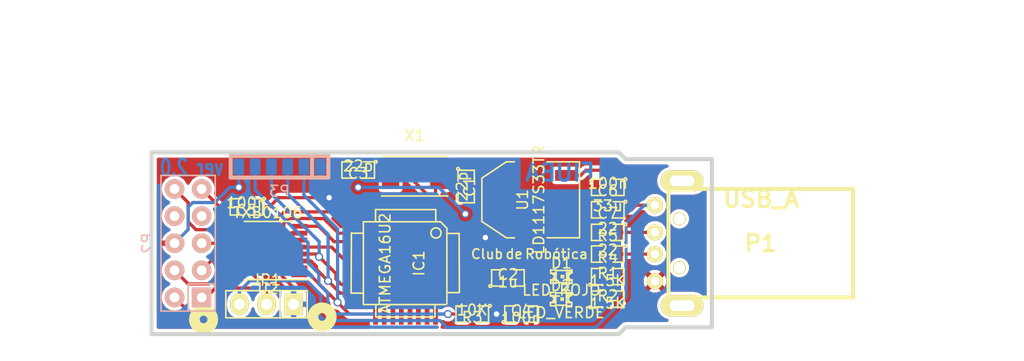
<source format=kicad_pcb>
(kicad_pcb (version 4) (host pcbnew 0.201501172016+5377~20~ubuntu14.04.1-product)

  (general
    (links 62)
    (no_connects 0)
    (area 96.544015 62.2808 192.394115 98.653182)
    (thickness 1.6002)
    (drawings 21)
    (tracks 203)
    (zones 0)
    (modules 22)
    (nets 30)
  )

  (page A4)
  (title_block
    (title "Programador USB usbtinyisp")
    (date "sáb 24 ene 2015")
    (rev 2.0)
    (company "CC Share Alike")
    (comment 1 "Club de Robótica FIUBA")
  )

  (layers
    (0 Front signal)
    (31 Back signal hide)
    (32 B.Adhes user)
    (33 F.Adhes user)
    (34 B.Paste user)
    (35 F.Paste user)
    (36 B.SilkS user hide)
    (37 F.SilkS user)
    (38 B.Mask user hide)
    (39 F.Mask user hide)
    (40 Dwgs.User user hide)
    (41 Cmts.User user)
    (42 Eco1.User user)
    (43 Eco2.User user)
    (44 Edge.Cuts user)
  )

  (setup
    (last_trace_width 0.3048)
    (trace_clearance 0.1905)
    (zone_clearance 0.3048)
    (zone_45_only no)
    (trace_min 0.254)
    (segment_width 0.381)
    (edge_width 0.381)
    (via_size 0.762)
    (via_drill 0.508)
    (via_min_size 0.762)
    (via_min_drill 0.508)
    (uvia_size 0.508)
    (uvia_drill 0.127)
    (uvias_allowed no)
    (uvia_min_size 0.508)
    (uvia_min_drill 0.127)
    (pcb_text_width 0.3048)
    (pcb_text_size 1.524 2.032)
    (mod_edge_width 0.381)
    (mod_text_size 1.524 1.524)
    (mod_text_width 0.3048)
    (pad_size 1.8288 1.8288)
    (pad_drill 0.9144)
    (pad_to_mask_clearance 0.254)
    (aux_axis_origin 0 0)
    (visible_elements FFFCFF7F)
    (pcbplotparams
      (layerselection 0x00030_80000001)
      (usegerberextensions true)
      (excludeedgelayer true)
      (linewidth 0.150000)
      (plotframeref false)
      (viasonmask false)
      (mode 1)
      (useauxorigin false)
      (hpglpennumber 1)
      (hpglpenspeed 20)
      (hpglpendiameter 15)
      (hpglpenoverlay 0)
      (psnegative false)
      (psa4output false)
      (plotreference true)
      (plotvalue true)
      (plotinvisibletext false)
      (padsonsilk false)
      (subtractmaskfromsilk false)
      (outputformat 1)
      (mirror false)
      (drillshape 1)
      (scaleselection 1)
      (outputdirectory "Fabrication outputs/"))
  )

  (net 0 "")
  (net 1 +5V)
  (net 2 /Enable)
  (net 3 /MISO)
  (net 4 /MOSI)
  (net 5 /RST)
  (net 6 /Rojo)
  (net 7 /SCK)
  (net 8 /Verde)
  (net 9 GND)
  (net 10 "Net-(C1-Pad1)")
  (net 11 "Net-(C2-Pad1)")
  (net 12 "Net-(C3-Pad1)")
  (net 13 +3V3)
  (net 14 "Net-(D1-Pad2)")
  (net 15 "Net-(D2-Pad2)")
  (net 16 /RX)
  (net 17 /RESET)
  (net 18 /D-)
  (net 19 /D+)
  (net 20 /TX)
  (net 21 /VCC-O)
  (net 22 /MISO-O)
  (net 23 /SCK-O)
  (net 24 /MOSI-O)
  (net 25 /RST-O)
  (net 26 /TX-O)
  (net 27 /RX-O)
  (net 28 "Net-(P1-Pad2)")
  (net 29 "Net-(P1-Pad3)")

  (net_class Default "This is the default net class."
    (clearance 0.1905)
    (trace_width 0.3048)
    (via_dia 0.762)
    (via_drill 0.508)
    (uvia_dia 0.508)
    (uvia_drill 0.127)
    (add_net +3V3)
    (add_net +5V)
    (add_net /D+)
    (add_net /D-)
    (add_net /Enable)
    (add_net /MISO)
    (add_net /MISO-O)
    (add_net /MOSI)
    (add_net /MOSI-O)
    (add_net /RESET)
    (add_net /RST)
    (add_net /RST-O)
    (add_net /RX)
    (add_net /RX-O)
    (add_net /Rojo)
    (add_net /SCK)
    (add_net /SCK-O)
    (add_net /TX)
    (add_net /TX-O)
    (add_net /VCC-O)
    (add_net /Verde)
    (add_net GND)
    (add_net "Net-(C1-Pad1)")
    (add_net "Net-(C2-Pad1)")
    (add_net "Net-(C3-Pad1)")
    (add_net "Net-(D1-Pad2)")
    (add_net "Net-(D2-Pad2)")
    (add_net "Net-(P1-Pad2)")
    (add_net "Net-(P1-Pad3)")
  )

  (net_class Pistas ""
    (clearance 0.1016)
    (trace_width 0.39878)
    (via_dia 0.889)
    (via_drill 0.635)
    (uvia_dia 0.508)
    (uvia_drill 0.127)
  )

  (module SMD_Packages:SOT-223 placed (layer Front) (tedit 54C3A987) (tstamp 54C32105)
    (at 146.3548 81.026 90)
    (descr "module CMS SOT223 4 pins")
    (tags "CMS SOT")
    (path /54B99658)
    (attr smd)
    (fp_text reference U1 (at 0 -0.762 90) (layer F.SilkS)
      (effects (font (size 1 1) (thickness 0.15)))
    )
    (fp_text value LD1117S33TR (at 0 0.762 90) (layer F.SilkS)
      (effects (font (size 1 1) (thickness 0.15)))
    )
    (fp_line (start -3.556 1.524) (end -3.556 4.572) (layer F.SilkS) (width 0.15))
    (fp_line (start -3.556 4.572) (end 3.556 4.572) (layer F.SilkS) (width 0.15))
    (fp_line (start 3.556 4.572) (end 3.556 1.524) (layer F.SilkS) (width 0.15))
    (fp_line (start -3.556 -1.524) (end -3.556 -2.286) (layer F.SilkS) (width 0.15))
    (fp_line (start -3.556 -2.286) (end -2.032 -4.572) (layer F.SilkS) (width 0.15))
    (fp_line (start -2.032 -4.572) (end 2.032 -4.572) (layer F.SilkS) (width 0.15))
    (fp_line (start 2.032 -4.572) (end 3.556 -2.286) (layer F.SilkS) (width 0.15))
    (fp_line (start 3.556 -2.286) (end 3.556 -1.524) (layer F.SilkS) (width 0.15))
    (pad 2 smd rect (at 0 -3.302 90) (size 3.6576 2.032) (layers Front F.Paste F.Mask)
      (net 13 +3V3))
    (pad 2 smd rect (at 0 3.302 90) (size 1.016 2.032) (layers Front F.Paste F.Mask)
      (net 13 +3V3))
    (pad 3 smd rect (at 2.286 3.302 90) (size 1.016 2.032) (layers Front F.Paste F.Mask)
      (net 1 +5V))
    (pad 1 smd rect (at -2.286 3.302 90) (size 1.016 2.032) (layers Front F.Paste F.Mask)
      (net 9 GND))
    (model SMD_Packages/SOT-223.wrl
      (at (xyz 0 0 0))
      (scale (xyz 0.4 0.4 0.4))
      (rotate (xyz 0 0 0))
    )
  )

  (module Popurri_CDR:USB_A_custom placed (layer Front) (tedit 54C39FB9) (tstamp 54BC14E6)
    (at 167.894 85.09)
    (path /4CF77A46)
    (fp_text reference P1 (at 0 0) (layer F.SilkS)
      (effects (font (thickness 0.3048)))
    )
    (fp_text value USB_A (at 0.0254 -4.1402) (layer F.SilkS)
      (effects (font (thickness 0.3048)))
    )
    (fp_line (start -4.572 5.08) (end -4.572 -5.08) (layer F.SilkS) (width 0.381))
    (fp_line (start -8.636 5.08) (end -8.636 -5.08) (layer F.SilkS) (width 0.381))
    (fp_line (start 8.636 5.08) (end -8.636 5.08) (layer F.SilkS) (width 0.381))
    (fp_line (start 8.636 -5.08) (end 8.636 5.08) (layer F.SilkS) (width 0.381))
    (fp_line (start -8.636 -5.08) (end 8.636 -5.08) (layer F.SilkS) (width 0.381))
    (fp_line (start -4.826 5.08) (end -5.08 5.08) (layer F.SilkS) (width 0.381))
    (fp_line (start -5.08 -5.08) (end -4.826 -5.08) (layer F.SilkS) (width 0.381))
    (pad 5 thru_hole circle (at -6.731 5.842) (size 1 1) (drill 1) (layers *.Cu *.Mask F.SilkS))
    (pad 5 thru_hole circle (at -8.001 5.842) (size 1 1) (drill 1) (layers *.Cu *.Mask F.SilkS))
    (pad 5 thru_hole circle (at -6.731 -5.842) (size 1 1) (drill 1) (layers *.Cu *.Mask F.SilkS))
    (pad 1 thru_hole circle (at -9.906 -3.556) (size 1.50114 1.50114) (drill 0.8001) (layers *.Cu *.Mask F.SilkS)
      (net 1 +5V))
    (pad 2 thru_hole circle (at -9.906 -1.016) (size 1.50114 1.50114) (drill 0.8001) (layers *.Cu *.Mask F.SilkS)
      (net 28 "Net-(P1-Pad2)"))
    (pad 3 thru_hole circle (at -9.906 1.016) (size 1.50114 1.50114) (drill 0.8001) (layers *.Cu *.Mask F.SilkS)
      (net 29 "Net-(P1-Pad3)"))
    (pad 4 thru_hole circle (at -9.906 3.556) (size 1.50114 1.50114) (drill 0.8001) (layers *.Cu *.Mask F.SilkS)
      (net 9 GND))
    (pad 5 thru_hole oval (at -7.366 -5.842) (size 4.0005 1.99898) (drill oval 2.30124 1.00076) (layers *.Cu *.Mask F.SilkS))
    (pad 5 thru_hole oval (at -7.366 5.842) (size 4.0005 1.99898) (drill oval 2.30124 1.00076) (layers *.Cu *.Mask F.SilkS))
    (pad 5 thru_hole circle (at -7.62 -2.286) (size 1.20142 1.20142) (drill 1.00076) (layers *.Cu *.Mask F.SilkS))
    (pad 5 thru_hole circle (at -7.62 2.286) (size 1.20142 1.20142) (drill 1.00076) (layers *.Cu *.Mask F.SilkS))
    (pad 5 thru_hole circle (at -8.001 -5.842) (size 1 1) (drill 1) (layers *.Cu *.Mask F.SilkS))
    (model Connectors/usb_a_through_hole.wrl
      (at (xyz -0.38 0 0))
      (scale (xyz 1 1 1))
      (rotate (xyz 0 0 0))
    )
  )

  (module SMD_Packages:SMD-0805 placed (layer Front) (tedit 54C32030) (tstamp 54C3206C)
    (at 140.3096 79.7814 270)
    (path /486678E1)
    (attr smd)
    (fp_text reference C1 (at 0 -0.3175 270) (layer F.SilkS)
      (effects (font (size 1 1) (thickness 0.15)))
    )
    (fp_text value 22p (at 0 0.381 270) (layer F.SilkS)
      (effects (font (size 1 1) (thickness 0.15)))
    )
    (fp_circle (center -1.651 0.762) (end -1.651 0.635) (layer F.SilkS) (width 0.15))
    (fp_line (start -0.508 0.762) (end -1.524 0.762) (layer F.SilkS) (width 0.15))
    (fp_line (start -1.524 0.762) (end -1.524 -0.762) (layer F.SilkS) (width 0.15))
    (fp_line (start -1.524 -0.762) (end -0.508 -0.762) (layer F.SilkS) (width 0.15))
    (fp_line (start 0.508 -0.762) (end 1.524 -0.762) (layer F.SilkS) (width 0.15))
    (fp_line (start 1.524 -0.762) (end 1.524 0.762) (layer F.SilkS) (width 0.15))
    (fp_line (start 1.524 0.762) (end 0.508 0.762) (layer F.SilkS) (width 0.15))
    (pad 1 smd rect (at -0.9525 0 270) (size 0.889 1.397) (layers Front F.Paste F.Mask)
      (net 10 "Net-(C1-Pad1)"))
    (pad 2 smd rect (at 0.9525 0 270) (size 0.889 1.397) (layers Front F.Paste F.Mask)
      (net 9 GND))
    (model SMD_Packages/SMD-0805.wrl
      (at (xyz 0 0 0))
      (scale (xyz 0.1 0.1 0.1))
      (rotate (xyz 0 0 0))
    )
  )

  (module SMD_Packages:SMD-0805 placed (layer Front) (tedit 54C32030) (tstamp 54C32078)
    (at 130.2004 78.232 180)
    (path /486678DC)
    (attr smd)
    (fp_text reference C3 (at 0 -0.3175 180) (layer F.SilkS)
      (effects (font (size 1 1) (thickness 0.15)))
    )
    (fp_text value 22p (at 0 0.381 180) (layer F.SilkS)
      (effects (font (size 1 1) (thickness 0.15)))
    )
    (fp_circle (center -1.651 0.762) (end -1.651 0.635) (layer F.SilkS) (width 0.15))
    (fp_line (start -0.508 0.762) (end -1.524 0.762) (layer F.SilkS) (width 0.15))
    (fp_line (start -1.524 0.762) (end -1.524 -0.762) (layer F.SilkS) (width 0.15))
    (fp_line (start -1.524 -0.762) (end -0.508 -0.762) (layer F.SilkS) (width 0.15))
    (fp_line (start 0.508 -0.762) (end 1.524 -0.762) (layer F.SilkS) (width 0.15))
    (fp_line (start 1.524 -0.762) (end 1.524 0.762) (layer F.SilkS) (width 0.15))
    (fp_line (start 1.524 0.762) (end 0.508 0.762) (layer F.SilkS) (width 0.15))
    (pad 1 smd rect (at -0.9525 0 180) (size 0.889 1.397) (layers Front F.Paste F.Mask)
      (net 12 "Net-(C3-Pad1)"))
    (pad 2 smd rect (at 0.9525 0 180) (size 0.889 1.397) (layers Front F.Paste F.Mask)
      (net 9 GND))
    (model SMD_Packages/SMD-0805.wrl
      (at (xyz 0 0 0))
      (scale (xyz 0.1 0.1 0.1))
      (rotate (xyz 0 0 0))
    )
  )

  (module SMD_Packages:SMD-0805 placed (layer Front) (tedit 54C32030) (tstamp 54C3207E)
    (at 145.4531 91.7194)
    (path /48667F87)
    (attr smd)
    (fp_text reference C4 (at 0 -0.3175) (layer F.SilkS)
      (effects (font (size 1 1) (thickness 0.15)))
    )
    (fp_text value 100n (at 0 0.381) (layer F.SilkS)
      (effects (font (size 1 1) (thickness 0.15)))
    )
    (fp_circle (center -1.651 0.762) (end -1.651 0.635) (layer F.SilkS) (width 0.15))
    (fp_line (start -0.508 0.762) (end -1.524 0.762) (layer F.SilkS) (width 0.15))
    (fp_line (start -1.524 0.762) (end -1.524 -0.762) (layer F.SilkS) (width 0.15))
    (fp_line (start -1.524 -0.762) (end -0.508 -0.762) (layer F.SilkS) (width 0.15))
    (fp_line (start 0.508 -0.762) (end 1.524 -0.762) (layer F.SilkS) (width 0.15))
    (fp_line (start 1.524 -0.762) (end 1.524 0.762) (layer F.SilkS) (width 0.15))
    (fp_line (start 1.524 0.762) (end 0.508 0.762) (layer F.SilkS) (width 0.15))
    (pad 1 smd rect (at -0.9525 0) (size 0.889 1.397) (layers Front F.Paste F.Mask)
      (net 13 +3V3))
    (pad 2 smd rect (at 0.9525 0) (size 0.889 1.397) (layers Front F.Paste F.Mask)
      (net 9 GND))
    (model SMD_Packages/SMD-0805.wrl
      (at (xyz 0 0 0))
      (scale (xyz 0.1 0.1 0.1))
      (rotate (xyz 0 0 0))
    )
  )

  (module SMD_Packages:SMD-0805 placed (layer Front) (tedit 54C32030) (tstamp 54C32084)
    (at 119.7356 81.6864 180)
    (path /4CC08D1D)
    (attr smd)
    (fp_text reference C5 (at 0 -0.3175 180) (layer F.SilkS)
      (effects (font (size 1 1) (thickness 0.15)))
    )
    (fp_text value 100n (at 0 0.381 180) (layer F.SilkS)
      (effects (font (size 1 1) (thickness 0.15)))
    )
    (fp_circle (center -1.651 0.762) (end -1.651 0.635) (layer F.SilkS) (width 0.15))
    (fp_line (start -0.508 0.762) (end -1.524 0.762) (layer F.SilkS) (width 0.15))
    (fp_line (start -1.524 0.762) (end -1.524 -0.762) (layer F.SilkS) (width 0.15))
    (fp_line (start -1.524 -0.762) (end -0.508 -0.762) (layer F.SilkS) (width 0.15))
    (fp_line (start 0.508 -0.762) (end 1.524 -0.762) (layer F.SilkS) (width 0.15))
    (fp_line (start 1.524 -0.762) (end 1.524 0.762) (layer F.SilkS) (width 0.15))
    (fp_line (start 1.524 0.762) (end 0.508 0.762) (layer F.SilkS) (width 0.15))
    (pad 1 smd rect (at -0.9525 0 180) (size 0.889 1.397) (layers Front F.Paste F.Mask)
      (net 13 +3V3))
    (pad 2 smd rect (at 0.9525 0 180) (size 0.889 1.397) (layers Front F.Paste F.Mask)
      (net 9 GND))
    (model SMD_Packages/SMD-0805.wrl
      (at (xyz 0 0 0))
      (scale (xyz 0.1 0.1 0.1))
      (rotate (xyz 0 0 0))
    )
  )

  (module SMD_Packages:SMD-0805 placed (layer Front) (tedit 54C32030) (tstamp 54C3208A)
    (at 153.5684 79.8576 180)
    (path /54BC6EE8)
    (attr smd)
    (fp_text reference C6 (at 0 -0.3175 180) (layer F.SilkS)
      (effects (font (size 1 1) (thickness 0.15)))
    )
    (fp_text value 100n (at 0 0.381 180) (layer F.SilkS)
      (effects (font (size 1 1) (thickness 0.15)))
    )
    (fp_circle (center -1.651 0.762) (end -1.651 0.635) (layer F.SilkS) (width 0.15))
    (fp_line (start -0.508 0.762) (end -1.524 0.762) (layer F.SilkS) (width 0.15))
    (fp_line (start -1.524 0.762) (end -1.524 -0.762) (layer F.SilkS) (width 0.15))
    (fp_line (start -1.524 -0.762) (end -0.508 -0.762) (layer F.SilkS) (width 0.15))
    (fp_line (start 0.508 -0.762) (end 1.524 -0.762) (layer F.SilkS) (width 0.15))
    (fp_line (start 1.524 -0.762) (end 1.524 0.762) (layer F.SilkS) (width 0.15))
    (fp_line (start 1.524 0.762) (end 0.508 0.762) (layer F.SilkS) (width 0.15))
    (pad 1 smd rect (at -0.9525 0 180) (size 0.889 1.397) (layers Front F.Paste F.Mask)
      (net 1 +5V))
    (pad 2 smd rect (at 0.9525 0 180) (size 0.889 1.397) (layers Front F.Paste F.Mask)
      (net 9 GND))
    (model SMD_Packages/SMD-0805.wrl
      (at (xyz 0 0 0))
      (scale (xyz 0.1 0.1 0.1))
      (rotate (xyz 0 0 0))
    )
  )

  (module LEDs:LED-0805 placed (layer Front) (tedit 54C32030) (tstamp 54C32096)
    (at 149.225 88.2142)
    (descr "LED 0805 smd package")
    (tags "LED 0805 SMD")
    (path /4869756B)
    (attr smd)
    (fp_text reference D1 (at 0 -1.27) (layer F.SilkS)
      (effects (font (size 1 1) (thickness 0.15)))
    )
    (fp_text value LED_ROJO (at 0 1.27) (layer F.SilkS)
      (effects (font (size 1 1) (thickness 0.15)))
    )
    (fp_line (start 0.49784 0.29972) (end 0.49784 0.62484) (layer F.SilkS) (width 0.15))
    (fp_line (start 0.49784 0.62484) (end 0.99822 0.62484) (layer F.SilkS) (width 0.15))
    (fp_line (start 0.99822 0.29972) (end 0.99822 0.62484) (layer F.SilkS) (width 0.15))
    (fp_line (start 0.49784 0.29972) (end 0.99822 0.29972) (layer F.SilkS) (width 0.15))
    (fp_line (start 0.49784 -0.32258) (end 0.49784 -0.17272) (layer F.SilkS) (width 0.15))
    (fp_line (start 0.49784 -0.17272) (end 0.7493 -0.17272) (layer F.SilkS) (width 0.15))
    (fp_line (start 0.7493 -0.32258) (end 0.7493 -0.17272) (layer F.SilkS) (width 0.15))
    (fp_line (start 0.49784 -0.32258) (end 0.7493 -0.32258) (layer F.SilkS) (width 0.15))
    (fp_line (start 0.49784 0.17272) (end 0.49784 0.32258) (layer F.SilkS) (width 0.15))
    (fp_line (start 0.49784 0.32258) (end 0.7493 0.32258) (layer F.SilkS) (width 0.15))
    (fp_line (start 0.7493 0.17272) (end 0.7493 0.32258) (layer F.SilkS) (width 0.15))
    (fp_line (start 0.49784 0.17272) (end 0.7493 0.17272) (layer F.SilkS) (width 0.15))
    (fp_line (start 0.49784 -0.19812) (end 0.49784 0.19812) (layer F.SilkS) (width 0.15))
    (fp_line (start 0.49784 0.19812) (end 0.6731 0.19812) (layer F.SilkS) (width 0.15))
    (fp_line (start 0.6731 -0.19812) (end 0.6731 0.19812) (layer F.SilkS) (width 0.15))
    (fp_line (start 0.49784 -0.19812) (end 0.6731 -0.19812) (layer F.SilkS) (width 0.15))
    (fp_line (start -0.99822 0.29972) (end -0.99822 0.62484) (layer F.SilkS) (width 0.15))
    (fp_line (start -0.99822 0.62484) (end -0.49784 0.62484) (layer F.SilkS) (width 0.15))
    (fp_line (start -0.49784 0.29972) (end -0.49784 0.62484) (layer F.SilkS) (width 0.15))
    (fp_line (start -0.99822 0.29972) (end -0.49784 0.29972) (layer F.SilkS) (width 0.15))
    (fp_line (start -0.99822 -0.62484) (end -0.99822 -0.29972) (layer F.SilkS) (width 0.15))
    (fp_line (start -0.99822 -0.29972) (end -0.49784 -0.29972) (layer F.SilkS) (width 0.15))
    (fp_line (start -0.49784 -0.62484) (end -0.49784 -0.29972) (layer F.SilkS) (width 0.15))
    (fp_line (start -0.99822 -0.62484) (end -0.49784 -0.62484) (layer F.SilkS) (width 0.15))
    (fp_line (start -0.7493 0.17272) (end -0.7493 0.32258) (layer F.SilkS) (width 0.15))
    (fp_line (start -0.7493 0.32258) (end -0.49784 0.32258) (layer F.SilkS) (width 0.15))
    (fp_line (start -0.49784 0.17272) (end -0.49784 0.32258) (layer F.SilkS) (width 0.15))
    (fp_line (start -0.7493 0.17272) (end -0.49784 0.17272) (layer F.SilkS) (width 0.15))
    (fp_line (start -0.7493 -0.32258) (end -0.7493 -0.17272) (layer F.SilkS) (width 0.15))
    (fp_line (start -0.7493 -0.17272) (end -0.49784 -0.17272) (layer F.SilkS) (width 0.15))
    (fp_line (start -0.49784 -0.32258) (end -0.49784 -0.17272) (layer F.SilkS) (width 0.15))
    (fp_line (start -0.7493 -0.32258) (end -0.49784 -0.32258) (layer F.SilkS) (width 0.15))
    (fp_line (start -0.6731 -0.19812) (end -0.6731 0.19812) (layer F.SilkS) (width 0.15))
    (fp_line (start -0.6731 0.19812) (end -0.49784 0.19812) (layer F.SilkS) (width 0.15))
    (fp_line (start -0.49784 -0.19812) (end -0.49784 0.19812) (layer F.SilkS) (width 0.15))
    (fp_line (start -0.6731 -0.19812) (end -0.49784 -0.19812) (layer F.SilkS) (width 0.15))
    (fp_line (start 0 -0.09906) (end 0 0.09906) (layer F.SilkS) (width 0.15))
    (fp_line (start 0 0.09906) (end 0.19812 0.09906) (layer F.SilkS) (width 0.15))
    (fp_line (start 0.19812 -0.09906) (end 0.19812 0.09906) (layer F.SilkS) (width 0.15))
    (fp_line (start 0 -0.09906) (end 0.19812 -0.09906) (layer F.SilkS) (width 0.15))
    (fp_line (start 0.49784 -0.59944) (end 0.49784 -0.29972) (layer F.SilkS) (width 0.15))
    (fp_line (start 0.49784 -0.29972) (end 0.79756 -0.29972) (layer F.SilkS) (width 0.15))
    (fp_line (start 0.79756 -0.59944) (end 0.79756 -0.29972) (layer F.SilkS) (width 0.15))
    (fp_line (start 0.49784 -0.59944) (end 0.79756 -0.59944) (layer F.SilkS) (width 0.15))
    (fp_line (start 0.92456 -0.62484) (end 0.92456 -0.39878) (layer F.SilkS) (width 0.15))
    (fp_line (start 0.92456 -0.39878) (end 0.99822 -0.39878) (layer F.SilkS) (width 0.15))
    (fp_line (start 0.99822 -0.62484) (end 0.99822 -0.39878) (layer F.SilkS) (width 0.15))
    (fp_line (start 0.92456 -0.62484) (end 0.99822 -0.62484) (layer F.SilkS) (width 0.15))
    (fp_line (start 0.52324 0.57404) (end -0.52324 0.57404) (layer F.SilkS) (width 0.15))
    (fp_line (start -0.49784 -0.57404) (end 0.92456 -0.57404) (layer F.SilkS) (width 0.15))
    (fp_circle (center 0.84836 -0.44958) (end 0.89916 -0.50038) (layer F.SilkS) (width 0.15))
    (fp_arc (start 0.99822 0) (end 0.99822 0.34798) (angle 180) (layer F.SilkS) (width 0.15))
    (fp_arc (start -0.99822 0) (end -0.99822 -0.34798) (angle 180) (layer F.SilkS) (width 0.15))
    (pad 1 smd rect (at -1.04902 0) (size 1.19888 1.19888) (layers Front F.Paste F.Mask)
      (net 6 /Rojo))
    (pad 2 smd rect (at 1.04902 0) (size 1.19888 1.19888) (layers Front F.Paste F.Mask)
      (net 14 "Net-(D1-Pad2)"))
  )

  (module LEDs:LED-0805 placed (layer Front) (tedit 54C32030) (tstamp 54C3209C)
    (at 149.1996 90.3224)
    (descr "LED 0805 smd package")
    (tags "LED 0805 SMD")
    (path /48697559)
    (attr smd)
    (fp_text reference D2 (at 0 -1.27) (layer F.SilkS)
      (effects (font (size 1 1) (thickness 0.15)))
    )
    (fp_text value LED_VERDE (at 0 1.27) (layer F.SilkS)
      (effects (font (size 1 1) (thickness 0.15)))
    )
    (fp_line (start 0.49784 0.29972) (end 0.49784 0.62484) (layer F.SilkS) (width 0.15))
    (fp_line (start 0.49784 0.62484) (end 0.99822 0.62484) (layer F.SilkS) (width 0.15))
    (fp_line (start 0.99822 0.29972) (end 0.99822 0.62484) (layer F.SilkS) (width 0.15))
    (fp_line (start 0.49784 0.29972) (end 0.99822 0.29972) (layer F.SilkS) (width 0.15))
    (fp_line (start 0.49784 -0.32258) (end 0.49784 -0.17272) (layer F.SilkS) (width 0.15))
    (fp_line (start 0.49784 -0.17272) (end 0.7493 -0.17272) (layer F.SilkS) (width 0.15))
    (fp_line (start 0.7493 -0.32258) (end 0.7493 -0.17272) (layer F.SilkS) (width 0.15))
    (fp_line (start 0.49784 -0.32258) (end 0.7493 -0.32258) (layer F.SilkS) (width 0.15))
    (fp_line (start 0.49784 0.17272) (end 0.49784 0.32258) (layer F.SilkS) (width 0.15))
    (fp_line (start 0.49784 0.32258) (end 0.7493 0.32258) (layer F.SilkS) (width 0.15))
    (fp_line (start 0.7493 0.17272) (end 0.7493 0.32258) (layer F.SilkS) (width 0.15))
    (fp_line (start 0.49784 0.17272) (end 0.7493 0.17272) (layer F.SilkS) (width 0.15))
    (fp_line (start 0.49784 -0.19812) (end 0.49784 0.19812) (layer F.SilkS) (width 0.15))
    (fp_line (start 0.49784 0.19812) (end 0.6731 0.19812) (layer F.SilkS) (width 0.15))
    (fp_line (start 0.6731 -0.19812) (end 0.6731 0.19812) (layer F.SilkS) (width 0.15))
    (fp_line (start 0.49784 -0.19812) (end 0.6731 -0.19812) (layer F.SilkS) (width 0.15))
    (fp_line (start -0.99822 0.29972) (end -0.99822 0.62484) (layer F.SilkS) (width 0.15))
    (fp_line (start -0.99822 0.62484) (end -0.49784 0.62484) (layer F.SilkS) (width 0.15))
    (fp_line (start -0.49784 0.29972) (end -0.49784 0.62484) (layer F.SilkS) (width 0.15))
    (fp_line (start -0.99822 0.29972) (end -0.49784 0.29972) (layer F.SilkS) (width 0.15))
    (fp_line (start -0.99822 -0.62484) (end -0.99822 -0.29972) (layer F.SilkS) (width 0.15))
    (fp_line (start -0.99822 -0.29972) (end -0.49784 -0.29972) (layer F.SilkS) (width 0.15))
    (fp_line (start -0.49784 -0.62484) (end -0.49784 -0.29972) (layer F.SilkS) (width 0.15))
    (fp_line (start -0.99822 -0.62484) (end -0.49784 -0.62484) (layer F.SilkS) (width 0.15))
    (fp_line (start -0.7493 0.17272) (end -0.7493 0.32258) (layer F.SilkS) (width 0.15))
    (fp_line (start -0.7493 0.32258) (end -0.49784 0.32258) (layer F.SilkS) (width 0.15))
    (fp_line (start -0.49784 0.17272) (end -0.49784 0.32258) (layer F.SilkS) (width 0.15))
    (fp_line (start -0.7493 0.17272) (end -0.49784 0.17272) (layer F.SilkS) (width 0.15))
    (fp_line (start -0.7493 -0.32258) (end -0.7493 -0.17272) (layer F.SilkS) (width 0.15))
    (fp_line (start -0.7493 -0.17272) (end -0.49784 -0.17272) (layer F.SilkS) (width 0.15))
    (fp_line (start -0.49784 -0.32258) (end -0.49784 -0.17272) (layer F.SilkS) (width 0.15))
    (fp_line (start -0.7493 -0.32258) (end -0.49784 -0.32258) (layer F.SilkS) (width 0.15))
    (fp_line (start -0.6731 -0.19812) (end -0.6731 0.19812) (layer F.SilkS) (width 0.15))
    (fp_line (start -0.6731 0.19812) (end -0.49784 0.19812) (layer F.SilkS) (width 0.15))
    (fp_line (start -0.49784 -0.19812) (end -0.49784 0.19812) (layer F.SilkS) (width 0.15))
    (fp_line (start -0.6731 -0.19812) (end -0.49784 -0.19812) (layer F.SilkS) (width 0.15))
    (fp_line (start 0 -0.09906) (end 0 0.09906) (layer F.SilkS) (width 0.15))
    (fp_line (start 0 0.09906) (end 0.19812 0.09906) (layer F.SilkS) (width 0.15))
    (fp_line (start 0.19812 -0.09906) (end 0.19812 0.09906) (layer F.SilkS) (width 0.15))
    (fp_line (start 0 -0.09906) (end 0.19812 -0.09906) (layer F.SilkS) (width 0.15))
    (fp_line (start 0.49784 -0.59944) (end 0.49784 -0.29972) (layer F.SilkS) (width 0.15))
    (fp_line (start 0.49784 -0.29972) (end 0.79756 -0.29972) (layer F.SilkS) (width 0.15))
    (fp_line (start 0.79756 -0.59944) (end 0.79756 -0.29972) (layer F.SilkS) (width 0.15))
    (fp_line (start 0.49784 -0.59944) (end 0.79756 -0.59944) (layer F.SilkS) (width 0.15))
    (fp_line (start 0.92456 -0.62484) (end 0.92456 -0.39878) (layer F.SilkS) (width 0.15))
    (fp_line (start 0.92456 -0.39878) (end 0.99822 -0.39878) (layer F.SilkS) (width 0.15))
    (fp_line (start 0.99822 -0.62484) (end 0.99822 -0.39878) (layer F.SilkS) (width 0.15))
    (fp_line (start 0.92456 -0.62484) (end 0.99822 -0.62484) (layer F.SilkS) (width 0.15))
    (fp_line (start 0.52324 0.57404) (end -0.52324 0.57404) (layer F.SilkS) (width 0.15))
    (fp_line (start -0.49784 -0.57404) (end 0.92456 -0.57404) (layer F.SilkS) (width 0.15))
    (fp_circle (center 0.84836 -0.44958) (end 0.89916 -0.50038) (layer F.SilkS) (width 0.15))
    (fp_arc (start 0.99822 0) (end 0.99822 0.34798) (angle 180) (layer F.SilkS) (width 0.15))
    (fp_arc (start -0.99822 0) (end -0.99822 -0.34798) (angle 180) (layer F.SilkS) (width 0.15))
    (pad 1 smd rect (at -1.04902 0) (size 1.19888 1.19888) (layers Front F.Paste F.Mask)
      (net 8 /Verde))
    (pad 2 smd rect (at 1.04902 0) (size 1.19888 1.19888) (layers Front F.Paste F.Mask)
      (net 15 "Net-(D2-Pad2)"))
  )

  (module SMD_Packages:TQFP-32 placed (layer Front) (tedit 54C32030) (tstamp 54C320C0)
    (at 134.62 86.9696 270)
    (path /54BC3286)
    (fp_text reference IC1 (at 0 -1.27 270) (layer F.SilkS)
      (effects (font (size 1 1) (thickness 0.15)))
    )
    (fp_text value ATMEGA16U2 (at 0 1.905 270) (layer F.SilkS)
      (effects (font (size 1 1) (thickness 0.15)))
    )
    (fp_line (start 5.0292 2.7686) (end 3.8862 2.7686) (layer F.SilkS) (width 0.15))
    (fp_line (start 5.0292 -2.7686) (end 3.9116 -2.7686) (layer F.SilkS) (width 0.15))
    (fp_line (start 5.0292 2.7686) (end 5.0292 -2.7686) (layer F.SilkS) (width 0.15))
    (fp_line (start 2.794 3.9624) (end 2.794 5.0546) (layer F.SilkS) (width 0.15))
    (fp_line (start -2.8194 3.9878) (end -2.8194 5.0546) (layer F.SilkS) (width 0.15))
    (fp_line (start -2.8448 5.0546) (end 2.794 5.08) (layer F.SilkS) (width 0.15))
    (fp_line (start -2.794 -5.0292) (end 2.7178 -5.0546) (layer F.SilkS) (width 0.15))
    (fp_line (start -3.8862 -3.2766) (end -3.8862 3.9116) (layer F.SilkS) (width 0.15))
    (fp_line (start 2.7432 -5.0292) (end 2.7432 -3.9878) (layer F.SilkS) (width 0.15))
    (fp_line (start -3.2512 -3.8862) (end 3.81 -3.8862) (layer F.SilkS) (width 0.15))
    (fp_line (start 3.8608 3.937) (end 3.8608 -3.7846) (layer F.SilkS) (width 0.15))
    (fp_line (start -3.8862 3.937) (end 3.7338 3.937) (layer F.SilkS) (width 0.15))
    (fp_line (start -5.0292 -2.8448) (end -5.0292 2.794) (layer F.SilkS) (width 0.15))
    (fp_line (start -5.0292 2.794) (end -3.8862 2.794) (layer F.SilkS) (width 0.15))
    (fp_line (start -3.87604 -3.302) (end -3.29184 -3.8862) (layer F.SilkS) (width 0.15))
    (fp_line (start -5.02412 -2.8448) (end -3.87604 -2.8448) (layer F.SilkS) (width 0.15))
    (fp_line (start -2.794 -3.8862) (end -2.794 -5.03428) (layer F.SilkS) (width 0.15))
    (fp_circle (center -2.83972 -2.86004) (end -2.43332 -2.60604) (layer F.SilkS) (width 0.15))
    (pad 8 smd rect (at -4.81584 2.77622 270) (size 1.99898 0.44958) (layers Front F.Paste F.Mask)
      (net 16 /RX))
    (pad 7 smd rect (at -4.81584 1.97612 270) (size 1.99898 0.44958) (layers Front F.Paste F.Mask))
    (pad 6 smd rect (at -4.81584 1.17602 270) (size 1.99898 0.44958) (layers Front F.Paste F.Mask))
    (pad 5 smd rect (at -4.81584 0.37592 270) (size 1.99898 0.44958) (layers Front F.Paste F.Mask))
    (pad 4 smd rect (at -4.81584 -0.42418 270) (size 1.99898 0.44958) (layers Front F.Paste F.Mask)
      (net 13 +3V3))
    (pad 3 smd rect (at -4.81584 -1.22428 270) (size 1.99898 0.44958) (layers Front F.Paste F.Mask)
      (net 9 GND))
    (pad 2 smd rect (at -4.81584 -2.02438 270) (size 1.99898 0.44958) (layers Front F.Paste F.Mask)
      (net 12 "Net-(C3-Pad1)"))
    (pad 1 smd rect (at -4.81584 -2.82448 270) (size 1.99898 0.44958) (layers Front F.Paste F.Mask)
      (net 10 "Net-(C1-Pad1)"))
    (pad 24 smd rect (at 4.7498 -2.8194 270) (size 1.99898 0.44958) (layers Front F.Paste F.Mask)
      (net 17 /RESET))
    (pad 17 smd rect (at 4.7498 2.794 270) (size 1.99898 0.44958) (layers Front F.Paste F.Mask)
      (net 3 /MISO))
    (pad 18 smd rect (at 4.7498 1.9812 270) (size 1.99898 0.44958) (layers Front F.Paste F.Mask))
    (pad 19 smd rect (at 4.7498 1.1684 270) (size 1.99898 0.44958) (layers Front F.Paste F.Mask))
    (pad 20 smd rect (at 4.7498 0.381 270) (size 1.99898 0.44958) (layers Front F.Paste F.Mask))
    (pad 21 smd rect (at 4.7498 -0.4318 270) (size 1.99898 0.44958) (layers Front F.Paste F.Mask))
    (pad 22 smd rect (at 4.7498 -1.2192 270) (size 1.99898 0.44958) (layers Front F.Paste F.Mask))
    (pad 23 smd rect (at 4.7498 -2.032 270) (size 1.99898 0.44958) (layers Front F.Paste F.Mask))
    (pad 32 smd rect (at -2.82448 -4.826 270) (size 0.44958 1.99898) (layers Front F.Paste F.Mask)
      (net 13 +3V3))
    (pad 31 smd rect (at -2.02692 -4.826 270) (size 0.44958 1.99898) (layers Front F.Paste F.Mask)
      (net 13 +3V3))
    (pad 30 smd rect (at -1.22428 -4.826 270) (size 0.44958 1.99898) (layers Front F.Paste F.Mask)
      (net 18 /D-))
    (pad 29 smd rect (at -0.42672 -4.826 270) (size 0.44958 1.99898) (layers Front F.Paste F.Mask)
      (net 19 /D+))
    (pad 28 smd rect (at 0.37592 -4.826 270) (size 0.44958 1.99898) (layers Front F.Paste F.Mask)
      (net 9 GND))
    (pad 27 smd rect (at 1.17348 -4.826 270) (size 0.44958 1.99898) (layers Front F.Paste F.Mask)
      (net 11 "Net-(C2-Pad1)"))
    (pad 26 smd rect (at 1.97612 -4.826 270) (size 0.44958 1.99898) (layers Front F.Paste F.Mask)
      (net 6 /Rojo))
    (pad 25 smd rect (at 2.77368 -4.826 270) (size 0.44958 1.99898) (layers Front F.Paste F.Mask)
      (net 8 /Verde))
    (pad 9 smd rect (at -2.8194 4.7752 270) (size 0.44958 1.99898) (layers Front F.Paste F.Mask)
      (net 20 /TX))
    (pad 10 smd rect (at -2.032 4.7752 270) (size 0.44958 1.99898) (layers Front F.Paste F.Mask)
      (net 2 /Enable))
    (pad 11 smd rect (at -1.2192 4.7752 270) (size 0.44958 1.99898) (layers Front F.Paste F.Mask))
    (pad 12 smd rect (at -0.4318 4.7752 270) (size 0.44958 1.99898) (layers Front F.Paste F.Mask)
      (net 5 /RST))
    (pad 13 smd rect (at 0.3556 4.7752 270) (size 0.44958 1.99898) (layers Front F.Paste F.Mask))
    (pad 14 smd rect (at 1.1684 4.7752 270) (size 0.44958 1.99898) (layers Front F.Paste F.Mask))
    (pad 15 smd rect (at 1.9812 4.7752 270) (size 0.44958 1.99898) (layers Front F.Paste F.Mask)
      (net 7 /SCK))
    (pad 16 smd rect (at 2.794 4.7752 270) (size 0.44958 1.99898) (layers Front F.Paste F.Mask)
      (net 4 /MOSI))
    (model SMD_Packages/TQFP-32.wrl
      (at (xyz 0 0 0))
      (scale (xyz 1 1 1))
      (rotate (xyz 0 0 0))
    )
  )

  (module Socket_Strips:Socket_Strip_Straight_1x03 placed (layer Front) (tedit 54C32030) (tstamp 54C320C7)
    (at 121.6152 90.805)
    (descr "Through hole socket strip")
    (tags "socket strip")
    (path /54BC533F)
    (fp_text reference JP1 (at 0 -2.286) (layer F.SilkS)
      (effects (font (size 1 1) (thickness 0.15)))
    )
    (fp_text value JUMPER3 (at 0 0) (layer F.SilkS) hide
      (effects (font (size 1 1) (thickness 0.15)))
    )
    (fp_line (start 1.27 1.27) (end -3.81 1.27) (layer F.SilkS) (width 0.15))
    (fp_line (start -3.81 1.27) (end -3.81 -1.27) (layer F.SilkS) (width 0.15))
    (fp_line (start -3.81 -1.27) (end 1.27 -1.27) (layer F.SilkS) (width 0.15))
    (fp_line (start 3.81 -1.27) (end 1.27 -1.27) (layer F.SilkS) (width 0.15))
    (fp_line (start 1.27 -1.27) (end 1.27 1.27) (layer F.SilkS) (width 0.15))
    (fp_line (start 3.81 -1.27) (end 3.81 1.27) (layer F.SilkS) (width 0.15))
    (fp_line (start 3.81 1.27) (end 1.27 1.27) (layer F.SilkS) (width 0.15))
    (pad 1 thru_hole rect (at 2.54 0 180) (size 1.7272 2.032) (drill 1.016) (layers *.Cu *.Mask F.SilkS)
      (net 13 +3V3))
    (pad 2 thru_hole oval (at 0 0 180) (size 1.7272 2.032) (drill 1.016) (layers *.Cu *.Mask F.SilkS)
      (net 21 /VCC-O))
    (pad 3 thru_hole oval (at -2.54 0 180) (size 1.7272 2.032) (drill 1.016) (layers *.Cu *.Mask F.SilkS)
      (net 1 +5V))
    (model Socket_Strips/Socket_Strip_Straight_1x03.wrl
      (at (xyz 0 0 0))
      (scale (xyz 1 1 1))
      (rotate (xyz 0 0 0))
    )
  )

  (module Socket_Strips:Socket_Strip_Straight_2x05 placed (layer Back) (tedit 54C3ABBC) (tstamp 54C320D5)
    (at 114.2746 85.09 270)
    (descr "Through hole socket strip")
    (tags "socket strip")
    (path /547E13E4)
    (fp_text reference P2 (at 0 3.81 270) (layer B.SilkS)
      (effects (font (size 1 1) (thickness 0.15)) (justify mirror))
    )
    (fp_text value CONN_02X05 (at 0 0 270) (layer B.SilkS) hide
      (effects (font (size 1 1) (thickness 0.15)) (justify mirror))
    )
    (fp_line (start 6.35 2.54) (end -6.35 2.54) (layer B.SilkS) (width 0.15))
    (fp_line (start -6.35 2.54) (end -6.35 -2.54) (layer B.SilkS) (width 0.15))
    (fp_line (start -6.35 -2.54) (end 3.81 -2.54) (layer B.SilkS) (width 0.15))
    (fp_line (start 6.35 2.54) (end 6.35 0) (layer B.SilkS) (width 0.15))
    (fp_line (start 6.35 -2.54) (end 3.81 -2.54) (layer B.SilkS) (width 0.15))
    (fp_line (start 6.35 0) (end 3.81 0) (layer B.SilkS) (width 0.15))
    (fp_line (start 3.81 0) (end 3.81 -2.54) (layer B.SilkS) (width 0.15))
    (fp_line (start 6.35 -2.54) (end 6.35 0) (layer B.SilkS) (width 0.15))
    (pad 1 thru_hole rect (at 5.08 -1.27 90) (size 1.8288 1.8288) (drill 0.9144) (layers *.Cu *.Mask B.SilkS)
      (net 22 /MISO-O))
    (pad 2 thru_hole oval (at 5.08 1.27 90) (size 1.8288 1.8288) (drill 0.9144) (layers *.Cu *.Mask B.SilkS)
      (net 21 /VCC-O))
    (pad 3 thru_hole oval (at 2.54 -1.27 90) (size 1.8288 1.8288) (drill 0.9144) (layers *.Cu *.Mask B.SilkS)
      (net 23 /SCK-O))
    (pad 4 thru_hole oval (at 2.54 1.27 90) (size 1.8288 1.8288) (drill 0.9144) (layers *.Cu *.Mask B.SilkS)
      (net 24 /MOSI-O))
    (pad 5 thru_hole oval (at 0 -1.27 90) (size 1.8288 1.8288) (drill 0.9144) (layers *.Cu *.Mask B.SilkS)
      (net 25 /RST-O))
    (pad 6 thru_hole oval (at 0 1.27 90) (size 1.8288 1.8288) (drill 0.9144) (layers *.Cu *.Mask B.SilkS)
      (net 9 GND))
    (pad 7 thru_hole oval (at -2.54 -1.27 90) (size 1.8288 1.8288) (drill 0.9144) (layers *.Cu *.Mask B.SilkS))
    (pad 8 thru_hole oval (at -2.54 1.27 90) (size 1.8288 1.8288) (drill 0.9144) (layers *.Cu *.Mask B.SilkS))
    (pad 9 thru_hole oval (at -5.08 -1.27 90) (size 1.8288 1.8288) (drill 0.9144) (layers *.Cu *.Mask B.SilkS)
      (net 26 /TX-O))
    (pad 10 thru_hole oval (at -5.08 1.27 90) (size 1.8288 1.8288) (drill 0.9144) (layers *.Cu *.Mask B.SilkS)
      (net 27 /RX-O))
    (model Socket_Strips/Socket_Strip_Straight_2x05.wrl
      (at (xyz 0 0 0))
      (scale (xyz 1 1 1))
      (rotate (xyz 0 0 0))
    )
  )

  (module Housings_SSOP:TSSOP-16_4.4x5mm_Pitch0.65mm placed (layer Front) (tedit 54130A77) (tstamp 54C32119)
    (at 121.7422 85.7758 180)
    (descr "16-Lead Plastic Thin Shrink Small Outline (ST)-4.4 mm Body [TSSOP] (see Microchip Packaging Specification 00000049BS.pdf)")
    (tags "SSOP 0.65")
    (path /54BC7A08)
    (attr smd)
    (fp_text reference U2 (at 0 -3.55 180) (layer F.SilkS)
      (effects (font (size 1 1) (thickness 0.15)))
    )
    (fp_text value TXB0106 (at 0 3.55 180) (layer F.SilkS)
      (effects (font (size 1 1) (thickness 0.15)))
    )
    (fp_line (start -3.95 -2.8) (end -3.95 2.8) (layer F.CrtYd) (width 0.05))
    (fp_line (start 3.95 -2.8) (end 3.95 2.8) (layer F.CrtYd) (width 0.05))
    (fp_line (start -3.95 -2.8) (end 3.95 -2.8) (layer F.CrtYd) (width 0.05))
    (fp_line (start -3.95 2.8) (end 3.95 2.8) (layer F.CrtYd) (width 0.05))
    (fp_line (start -2.2 2.725) (end 2.2 2.725) (layer F.SilkS) (width 0.15))
    (fp_line (start -3.775 -2.725) (end 2.2 -2.725) (layer F.SilkS) (width 0.15))
    (pad 1 smd rect (at -2.95 -2.275 180) (size 1.5 0.45) (layers Front F.Paste F.Mask)
      (net 3 /MISO))
    (pad 2 smd rect (at -2.95 -1.625 180) (size 1.5 0.45) (layers Front F.Paste F.Mask)
      (net 13 +3V3))
    (pad 3 smd rect (at -2.95 -0.975 180) (size 1.5 0.45) (layers Front F.Paste F.Mask)
      (net 4 /MOSI))
    (pad 4 smd rect (at -2.95 -0.325 180) (size 1.5 0.45) (layers Front F.Paste F.Mask)
      (net 7 /SCK))
    (pad 5 smd rect (at -2.95 0.325 180) (size 1.5 0.45) (layers Front F.Paste F.Mask)
      (net 5 /RST))
    (pad 6 smd rect (at -2.95 0.975 180) (size 1.5 0.45) (layers Front F.Paste F.Mask)
      (net 16 /RX))
    (pad 7 smd rect (at -2.95 1.625 180) (size 1.5 0.45) (layers Front F.Paste F.Mask)
      (net 20 /TX))
    (pad 8 smd rect (at -2.95 2.275 180) (size 1.5 0.45) (layers Front F.Paste F.Mask)
      (net 2 /Enable))
    (pad 9 smd rect (at 2.95 2.275 180) (size 1.5 0.45) (layers Front F.Paste F.Mask)
      (net 9 GND))
    (pad 10 smd rect (at 2.95 1.625 180) (size 1.5 0.45) (layers Front F.Paste F.Mask)
      (net 26 /TX-O))
    (pad 11 smd rect (at 2.95 0.975 180) (size 1.5 0.45) (layers Front F.Paste F.Mask)
      (net 27 /RX-O))
    (pad 12 smd rect (at 2.95 0.325 180) (size 1.5 0.45) (layers Front F.Paste F.Mask)
      (net 25 /RST-O))
    (pad 13 smd rect (at 2.95 -0.325 180) (size 1.5 0.45) (layers Front F.Paste F.Mask)
      (net 23 /SCK-O))
    (pad 14 smd rect (at 2.95 -0.975 180) (size 1.5 0.45) (layers Front F.Paste F.Mask)
      (net 24 /MOSI-O))
    (pad 15 smd rect (at 2.95 -1.625 180) (size 1.5 0.45) (layers Front F.Paste F.Mask)
      (net 21 /VCC-O))
    (pad 16 smd rect (at 2.95 -2.275 180) (size 1.5 0.45) (layers Front F.Paste F.Mask)
      (net 22 /MISO-O))
    (model Housings_SSOP/TSSOP-16_4.4x5mm_Pitch0.65mm.wrl
      (at (xyz 0 0 0))
      (scale (xyz 1 1 1))
      (rotate (xyz 0 0 0))
    )
  )

  (module Popurri_CDR:Socket_Strip_smd_1x06 placed (layer Back) (tedit 54C32220) (tstamp 54C32ACE)
    (at 122.8344 77.9272)
    (descr "SMD Socket 6")
    (tags "socket strip")
    (path /54C32A2A)
    (fp_text reference P3 (at 0 2.286) (layer B.SilkS)
      (effects (font (size 1 1) (thickness 0.15)) (justify mirror))
    )
    (fp_text value CONN_01X06 (at 0 -2.032) (layer B.SilkS) hide
      (effects (font (size 1 1) (thickness 0.15)) (justify mirror))
    )
    (fp_line (start 3.048 1.016) (end 3.048 -1.016) (layer B.SilkS) (width 0.381))
    (fp_line (start -4.572 1.016) (end 4.572 1.016) (layer B.SilkS) (width 0.381))
    (fp_line (start 4.572 1.016) (end 4.572 -1.016) (layer B.SilkS) (width 0.381))
    (fp_line (start 4.572 -1.016) (end -4.572 -1.016) (layer B.SilkS) (width 0.381))
    (fp_line (start -4.572 -1.016) (end -4.572 1.016) (layer B.SilkS) (width 0.381))
    (pad 1 smd rect (at 3.81 0 180) (size 1 1.5) (layers Back B.Paste B.Mask)
      (net 13 +3V3))
    (pad 2 smd rect (at 2.286 0 180) (size 1 1.5) (layers Back B.Paste B.Mask)
      (net 3 /MISO))
    (pad 3 smd rect (at 0.762 0 180) (size 1 1.5) (layers Back B.Paste B.Mask)
      (net 4 /MOSI))
    (pad 4 smd rect (at -0.762 0 180) (size 1 1.5) (layers Back B.Paste B.Mask)
      (net 7 /SCK))
    (pad 5 smd rect (at -2.286 0 180) (size 1 1.5) (layers Back B.Paste B.Mask)
      (net 17 /RESET))
    (pad 6 smd rect (at -3.81 0 180) (size 1 1.5) (layers Back B.Paste B.Mask)
      (net 9 GND))
    (model Socket_Strips/Socket_Strip_Straight_1x06.wrl
      (at (xyz 0 0 0))
      (scale (xyz 1 1 1))
      (rotate (xyz 0 0 0))
    )
  )

  (module SMD_Packages:SMD-0805 (layer Front) (tedit 54C32CEE) (tstamp 54C32D3E)
    (at 144.2212 88.3412)
    (path /54BC484B)
    (attr smd)
    (fp_text reference C2 (at 0 -0.3175) (layer F.SilkS)
      (effects (font (size 1 1) (thickness 0.15)))
    )
    (fp_text value 1u (at 0 0.381) (layer F.SilkS)
      (effects (font (size 1 1) (thickness 0.15)))
    )
    (fp_circle (center -1.651 0.762) (end -1.651 0.635) (layer F.SilkS) (width 0.15))
    (fp_line (start -0.508 0.762) (end -1.524 0.762) (layer F.SilkS) (width 0.15))
    (fp_line (start -1.524 0.762) (end -1.524 -0.762) (layer F.SilkS) (width 0.15))
    (fp_line (start -1.524 -0.762) (end -0.508 -0.762) (layer F.SilkS) (width 0.15))
    (fp_line (start 0.508 -0.762) (end 1.524 -0.762) (layer F.SilkS) (width 0.15))
    (fp_line (start 1.524 -0.762) (end 1.524 0.762) (layer F.SilkS) (width 0.15))
    (fp_line (start 1.524 0.762) (end 0.508 0.762) (layer F.SilkS) (width 0.15))
    (pad 1 smd rect (at -0.9525 0) (size 0.889 1.397) (layers Front F.Paste F.Mask)
      (net 11 "Net-(C2-Pad1)"))
    (pad 2 smd rect (at 0.9525 0) (size 0.889 1.397) (layers Front F.Paste F.Mask)
      (net 9 GND))
    (model SMD_Packages/SMD-0805.wrl
      (at (xyz 0 0 0))
      (scale (xyz 0.1 0.1 0.1))
      (rotate (xyz 0 0 0))
    )
  )

  (module SMD_Packages:SMD-0805 (layer Front) (tedit 54C32CEE) (tstamp 54C32D43)
    (at 153.5684 81.9658 180)
    (path /48667A9F)
    (attr smd)
    (fp_text reference C7 (at 0 -0.3175 180) (layer F.SilkS)
      (effects (font (size 1 1) (thickness 0.15)))
    )
    (fp_text value 33u (at 0 0.381 180) (layer F.SilkS)
      (effects (font (size 1 1) (thickness 0.15)))
    )
    (fp_circle (center -1.651 0.762) (end -1.651 0.635) (layer F.SilkS) (width 0.15))
    (fp_line (start -0.508 0.762) (end -1.524 0.762) (layer F.SilkS) (width 0.15))
    (fp_line (start -1.524 0.762) (end -1.524 -0.762) (layer F.SilkS) (width 0.15))
    (fp_line (start -1.524 -0.762) (end -0.508 -0.762) (layer F.SilkS) (width 0.15))
    (fp_line (start 0.508 -0.762) (end 1.524 -0.762) (layer F.SilkS) (width 0.15))
    (fp_line (start 1.524 -0.762) (end 1.524 0.762) (layer F.SilkS) (width 0.15))
    (fp_line (start 1.524 0.762) (end 0.508 0.762) (layer F.SilkS) (width 0.15))
    (pad 1 smd rect (at -0.9525 0 180) (size 0.889 1.397) (layers Front F.Paste F.Mask)
      (net 1 +5V))
    (pad 2 smd rect (at 0.9525 0 180) (size 0.889 1.397) (layers Front F.Paste F.Mask)
      (net 9 GND))
    (model SMD_Packages/SMD-0805.wrl
      (at (xyz 0 0 0))
      (scale (xyz 0.1 0.1 0.1))
      (rotate (xyz 0 0 0))
    )
  )

  (module SMD_Packages:SMD-0805 (layer Front) (tedit 54C32CEE) (tstamp 54C32D48)
    (at 153.5684 88.2142)
    (path /4869760C)
    (attr smd)
    (fp_text reference R1 (at 0 -0.3175) (layer F.SilkS)
      (effects (font (size 1 1) (thickness 0.15)))
    )
    (fp_text value 1.5K (at 0 0.381) (layer F.SilkS)
      (effects (font (size 1 1) (thickness 0.15)))
    )
    (fp_circle (center -1.651 0.762) (end -1.651 0.635) (layer F.SilkS) (width 0.15))
    (fp_line (start -0.508 0.762) (end -1.524 0.762) (layer F.SilkS) (width 0.15))
    (fp_line (start -1.524 0.762) (end -1.524 -0.762) (layer F.SilkS) (width 0.15))
    (fp_line (start -1.524 -0.762) (end -0.508 -0.762) (layer F.SilkS) (width 0.15))
    (fp_line (start 0.508 -0.762) (end 1.524 -0.762) (layer F.SilkS) (width 0.15))
    (fp_line (start 1.524 -0.762) (end 1.524 0.762) (layer F.SilkS) (width 0.15))
    (fp_line (start 1.524 0.762) (end 0.508 0.762) (layer F.SilkS) (width 0.15))
    (pad 1 smd rect (at -0.9525 0) (size 0.889 1.397) (layers Front F.Paste F.Mask)
      (net 14 "Net-(D1-Pad2)"))
    (pad 2 smd rect (at 0.9525 0) (size 0.889 1.397) (layers Front F.Paste F.Mask)
      (net 9 GND))
    (model SMD_Packages/SMD-0805.wrl
      (at (xyz 0 0 0))
      (scale (xyz 0.1 0.1 0.1))
      (rotate (xyz 0 0 0))
    )
  )

  (module SMD_Packages:SMD-0805 (layer Front) (tedit 54C32CEE) (tstamp 54C32D4D)
    (at 153.5684 90.3224)
    (path /48697611)
    (attr smd)
    (fp_text reference R2 (at 0 -0.3175) (layer F.SilkS)
      (effects (font (size 1 1) (thickness 0.15)))
    )
    (fp_text value 1.5K (at 0 0.381) (layer F.SilkS)
      (effects (font (size 1 1) (thickness 0.15)))
    )
    (fp_circle (center -1.651 0.762) (end -1.651 0.635) (layer F.SilkS) (width 0.15))
    (fp_line (start -0.508 0.762) (end -1.524 0.762) (layer F.SilkS) (width 0.15))
    (fp_line (start -1.524 0.762) (end -1.524 -0.762) (layer F.SilkS) (width 0.15))
    (fp_line (start -1.524 -0.762) (end -0.508 -0.762) (layer F.SilkS) (width 0.15))
    (fp_line (start 0.508 -0.762) (end 1.524 -0.762) (layer F.SilkS) (width 0.15))
    (fp_line (start 1.524 -0.762) (end 1.524 0.762) (layer F.SilkS) (width 0.15))
    (fp_line (start 1.524 0.762) (end 0.508 0.762) (layer F.SilkS) (width 0.15))
    (pad 1 smd rect (at -0.9525 0) (size 0.889 1.397) (layers Front F.Paste F.Mask)
      (net 15 "Net-(D2-Pad2)"))
    (pad 2 smd rect (at 0.9525 0) (size 0.889 1.397) (layers Front F.Paste F.Mask)
      (net 9 GND))
    (model SMD_Packages/SMD-0805.wrl
      (at (xyz 0 0 0))
      (scale (xyz 0.1 0.1 0.1))
      (rotate (xyz 0 0 0))
    )
  )

  (module SMD_Packages:SMD-0805 (layer Front) (tedit 54C32CEE) (tstamp 54C32D52)
    (at 140.8811 91.7194 180)
    (path /48697D78)
    (attr smd)
    (fp_text reference R3 (at 0 -0.3175 180) (layer F.SilkS)
      (effects (font (size 1 1) (thickness 0.15)))
    )
    (fp_text value 10K (at 0 0.381 180) (layer F.SilkS)
      (effects (font (size 1 1) (thickness 0.15)))
    )
    (fp_circle (center -1.651 0.762) (end -1.651 0.635) (layer F.SilkS) (width 0.15))
    (fp_line (start -0.508 0.762) (end -1.524 0.762) (layer F.SilkS) (width 0.15))
    (fp_line (start -1.524 0.762) (end -1.524 -0.762) (layer F.SilkS) (width 0.15))
    (fp_line (start -1.524 -0.762) (end -0.508 -0.762) (layer F.SilkS) (width 0.15))
    (fp_line (start 0.508 -0.762) (end 1.524 -0.762) (layer F.SilkS) (width 0.15))
    (fp_line (start 1.524 -0.762) (end 1.524 0.762) (layer F.SilkS) (width 0.15))
    (fp_line (start 1.524 0.762) (end 0.508 0.762) (layer F.SilkS) (width 0.15))
    (pad 1 smd rect (at -0.9525 0 180) (size 0.889 1.397) (layers Front F.Paste F.Mask)
      (net 13 +3V3))
    (pad 2 smd rect (at 0.9525 0 180) (size 0.889 1.397) (layers Front F.Paste F.Mask)
      (net 17 /RESET))
    (model SMD_Packages/SMD-0805.wrl
      (at (xyz 0 0 0))
      (scale (xyz 0.1 0.1 0.1))
      (rotate (xyz 0 0 0))
    )
  )

  (module SMD_Packages:SMD-0805 (layer Front) (tedit 54C32CEE) (tstamp 54C32D57)
    (at 153.5684 86.106 180)
    (path /48667A7D)
    (attr smd)
    (fp_text reference R4 (at 0 -0.3175 180) (layer F.SilkS)
      (effects (font (size 1 1) (thickness 0.15)))
    )
    (fp_text value 22 (at 0 0.381 180) (layer F.SilkS)
      (effects (font (size 1 1) (thickness 0.15)))
    )
    (fp_circle (center -1.651 0.762) (end -1.651 0.635) (layer F.SilkS) (width 0.15))
    (fp_line (start -0.508 0.762) (end -1.524 0.762) (layer F.SilkS) (width 0.15))
    (fp_line (start -1.524 0.762) (end -1.524 -0.762) (layer F.SilkS) (width 0.15))
    (fp_line (start -1.524 -0.762) (end -0.508 -0.762) (layer F.SilkS) (width 0.15))
    (fp_line (start 0.508 -0.762) (end 1.524 -0.762) (layer F.SilkS) (width 0.15))
    (fp_line (start 1.524 -0.762) (end 1.524 0.762) (layer F.SilkS) (width 0.15))
    (fp_line (start 1.524 0.762) (end 0.508 0.762) (layer F.SilkS) (width 0.15))
    (pad 1 smd rect (at -0.9525 0 180) (size 0.889 1.397) (layers Front F.Paste F.Mask)
      (net 29 "Net-(P1-Pad3)"))
    (pad 2 smd rect (at 0.9525 0 180) (size 0.889 1.397) (layers Front F.Paste F.Mask)
      (net 19 /D+))
    (model SMD_Packages/SMD-0805.wrl
      (at (xyz 0 0 0))
      (scale (xyz 0.1 0.1 0.1))
      (rotate (xyz 0 0 0))
    )
  )

  (module SMD_Packages:SMD-0805 (layer Front) (tedit 54C32CEE) (tstamp 54C32D5C)
    (at 153.5684 84.074 180)
    (path /48667A75)
    (attr smd)
    (fp_text reference R5 (at 0 -0.3175 180) (layer F.SilkS)
      (effects (font (size 1 1) (thickness 0.15)))
    )
    (fp_text value 22 (at 0 0.381 180) (layer F.SilkS)
      (effects (font (size 1 1) (thickness 0.15)))
    )
    (fp_circle (center -1.651 0.762) (end -1.651 0.635) (layer F.SilkS) (width 0.15))
    (fp_line (start -0.508 0.762) (end -1.524 0.762) (layer F.SilkS) (width 0.15))
    (fp_line (start -1.524 0.762) (end -1.524 -0.762) (layer F.SilkS) (width 0.15))
    (fp_line (start -1.524 -0.762) (end -0.508 -0.762) (layer F.SilkS) (width 0.15))
    (fp_line (start 0.508 -0.762) (end 1.524 -0.762) (layer F.SilkS) (width 0.15))
    (fp_line (start 1.524 -0.762) (end 1.524 0.762) (layer F.SilkS) (width 0.15))
    (fp_line (start 1.524 0.762) (end 0.508 0.762) (layer F.SilkS) (width 0.15))
    (pad 1 smd rect (at -0.9525 0 180) (size 0.889 1.397) (layers Front F.Paste F.Mask)
      (net 28 "Net-(P1-Pad2)"))
    (pad 2 smd rect (at 0.9525 0 180) (size 0.889 1.397) (layers Front F.Paste F.Mask)
      (net 18 /D-))
    (model SMD_Packages/SMD-0805.wrl
      (at (xyz 0 0 0))
      (scale (xyz 0.1 0.1 0.1))
      (rotate (xyz 0 0 0))
    )
  )

  (module Crystals:Crystal_SMD_0603_2Pads_obsolete (layer Front) (tedit 54C3312E) (tstamp 54C3312E)
    (at 135.4836 78.8162)
    (descr "Crystal, Quarz, SMD, 0603, 2 Pads, Obsolete!, NOT for new designs!,")
    (tags "Crystal, Quarz, SMD, 0603, 2 Pads, Obsolete!, NOT for new designs!,")
    (path /486679B7)
    (attr smd)
    (fp_text reference X1 (at 0 -3.81) (layer F.SilkS)
      (effects (font (size 1 1) (thickness 0.15)))
    )
    (fp_text value 8MHz (at 0 3.81) (layer F.SilkS) hide
      (effects (font (size 1 1) (thickness 0.15)))
    )
    (fp_circle (center 0 0) (end 0.0508 0) (layer F.Adhes) (width 0.381))
    (fp_circle (center 0 0) (end 0.55118 0) (layer F.Adhes) (width 0.381))
    (fp_circle (center 0 0) (end 0.20066 0) (layer F.Adhes) (width 0.381))
    (fp_line (start 3.0988 1.84912) (end -3.0988 1.84912) (layer F.SilkS) (width 0.15))
    (fp_line (start -3.0988 -1.84912) (end 3.0988 -1.84912) (layer F.SilkS) (width 0.15))
    (pad 1 smd rect (at -2.25044 0) (size 1.6002 2.4003) (layers Front F.Paste F.Mask)
      (net 12 "Net-(C3-Pad1)"))
    (pad 2 smd rect (at 2.25044 0) (size 1.6002 2.4003) (layers Front F.Paste F.Mask)
      (net 10 "Net-(C1-Pad1)"))
  )

  (gr_line (start 167.3606 72.4154) (end 171.5008 72.4154) (angle 90) (layer Cmts.User) (width 0.381))
  (gr_line (start 160.528 79.248) (end 167.3606 72.4154) (angle 90) (layer Cmts.User) (width 0.381))
  (dimension 16.967276 (width 0.3048) (layer Cmts.User)
    (gr_text "16,967 mm" (at 103.300416 85.067334 89.82845626) (layer Cmts.User)
      (effects (font (size 2.032 1.524) (thickness 0.3048)))
    )
    (feature1 (pts (xy 110.8456 93.5736) (xy 101.649424 93.546067)))
    (feature2 (pts (xy 110.8964 76.6064) (xy 101.700224 76.578867)))
    (crossbar (pts (xy 104.951409 76.588601) (xy 104.900609 93.555801)))
    (arrow1a (pts (xy 104.900609 93.555801) (xy 104.317564 92.427547)))
    (arrow1b (pts (xy 104.900609 93.555801) (xy 105.4904 92.431058)))
    (arrow2a (pts (xy 104.951409 76.588601) (xy 104.361618 77.713344)))
    (arrow2b (pts (xy 104.951409 76.588601) (xy 105.534454 77.716855)))
  )
  (dimension 52.501806 (width 0.3048) (layer Cmts.User)
    (gr_text "52,502 mm" (at 137.094841 97.014881 359.9722807) (layer Cmts.User)
      (effects (font (size 2.032 1.524) (thickness 0.3048)))
    )
    (feature1 (pts (xy 163.3474 93.599) (xy 163.344955 98.653181)))
    (feature2 (pts (xy 110.8456 93.5736) (xy 110.843155 98.627781)))
    (crossbar (pts (xy 110.844728 95.376581) (xy 163.346528 95.401981)))
    (arrow1a (pts (xy 163.346528 95.401981) (xy 162.219741 95.987857)))
    (arrow1b (pts (xy 163.346528 95.401981) (xy 162.220308 94.815015)))
    (arrow2a (pts (xy 110.844728 95.376581) (xy 111.970948 95.963547)))
    (arrow2b (pts (xy 110.844728 95.376581) (xy 111.971515 94.790705)))
  )
  (gr_line (start 155.2448 92.964) (end 154.6098 93.599) (angle 90) (layer Edge.Cuts) (width 0.381))
  (gr_line (start 155.2448 77.216) (end 154.6098 76.581) (angle 90) (layer Edge.Cuts) (width 0.381))
  (gr_text Robótica (at 148.7678 86.106) (layer F.SilkS)
    (effects (font (size 0.9 0.9) (thickness 0.15)))
  )
  (gr_text "Club\n" (at 142.2654 86.106) (layer F.SilkS)
    (effects (font (size 0.9 0.9) (thickness 0.15)))
  )
  (gr_text de (at 144.8054 86.106) (layer F.SilkS)
    (effects (font (size 0.9 0.9) (thickness 0.15)))
  )
  (gr_text "Agujeros Ovalados,\nno metalizados\ntamaño 2,2mm x 1mm" (at 179.07 67.31) (layer Cmts.User)
    (effects (font (size 2.032 1.524) (thickness 0.3048)))
  )
  (gr_circle (center 126.8222 91.9988) (end 127.0762 92.2528) (layer F.SilkS) (width 1.00076))
  (gr_circle (center 115.7224 92.2274) (end 115.9764 92.4814) (layer F.SilkS) (width 1.00076))
  (gr_text FIUBA (at 149.098 78.4606) (layer Back)
    (effects (font (size 1.6 1.524) (thickness 0.3048)) (justify mirror))
  )
  (gr_text "ver 2.0" (at 114.6048 78.0288) (layer Back)
    (effects (font (size 1.5 1.1) (thickness 0.25146)) (justify mirror))
  )
  (dimension 15.748 (width 0.381) (layer Cmts.User)
    (gr_text "15,748 mm" (at 183.85536 85.09 270) (layer Cmts.User)
      (effects (font (size 2.032 1.524) (thickness 0.3048)))
    )
    (feature1 (pts (xy 164.084 92.964) (xy 185.59526 92.964)))
    (feature2 (pts (xy 164.084 77.216) (xy 185.59526 77.216)))
    (crossbar (pts (xy 182.11546 77.216) (xy 182.11546 92.964)))
    (arrow1a (pts (xy 182.11546 92.964) (xy 181.53126 91.83878)))
    (arrow1b (pts (xy 182.11546 92.964) (xy 182.69966 91.83878)))
    (arrow2a (pts (xy 182.11546 77.216) (xy 181.53126 78.34122)))
    (arrow2b (pts (xy 182.11546 77.216) (xy 182.69966 78.34122)))
  )
  (gr_line (start 163.322 92.964) (end 155.2448 92.964) (angle 90) (layer Edge.Cuts) (width 0.381))
  (gr_line (start 110.8456 93.599) (end 154.6098 93.599) (angle 90) (layer Edge.Cuts) (width 0.381))
  (gr_line (start 110.8456 76.581) (end 110.8456 93.599) (angle 90) (layer Edge.Cuts) (width 0.381))
  (gr_line (start 154.6098 76.581) (end 110.8456 76.581) (angle 90) (layer Edge.Cuts) (width 0.381) (tstamp 54C33F05))
  (gr_line (start 163.322 77.216) (end 155.2448 77.216) (angle 90) (layer Edge.Cuts) (width 0.381))
  (gr_line (start 163.322 92.964) (end 163.322 77.216) (angle 90) (layer Edge.Cuts) (width 0.381))

  (segment (start 157.988 81.534) (end 156.9974 81.534) (width 0.3048) (layer Back) (net 1))
  (segment (start 155.2702 83.2612) (end 155.2702 90.1573) (width 0.3048) (layer Back) (net 1) (tstamp 54C3AC0F))
  (segment (start 156.9974 81.534) (end 155.2702 83.2612) (width 0.3048) (layer Back) (net 1) (tstamp 54C3AC0D))
  (segment (start 120.0658 88.6079) (end 125.3617 88.6079) (width 0.3048) (layer Back) (net 1))
  (segment (start 119.0752 90.805) (end 119.0752 89.5985) (width 0.3048) (layer Back) (net 1))
  (segment (start 119.0752 89.5985) (end 120.0658 88.6079) (width 0.3048) (layer Back) (net 1) (tstamp 54C33783))
  (segment (start 127.9144 92.329) (end 137.8458 92.329) (width 0.3048) (layer Back) (net 1) (tstamp 54C33D33))
  (segment (start 126.6952 91.1098) (end 127.9144 92.329) (width 0.3048) (layer Back) (net 1) (tstamp 54C33D32))
  (segment (start 126.6952 89.9414) (end 126.6952 91.1098) (width 0.3048) (layer Back) (net 1) (tstamp 54C33D31))
  (segment (start 125.3617 88.6079) (end 126.6952 89.9414) (width 0.3048) (layer Back) (net 1) (tstamp 54C33D2C))
  (segment (start 152.4508 92.9767) (end 155.2702 90.1573) (width 0.3048) (layer Back) (net 1) (tstamp 54C337A0))
  (segment (start 137.8458 92.329) (end 138.4935 92.9767) (width 0.3048) (layer Back) (net 1) (tstamp 54C33D37))
  (segment (start 138.4935 92.9767) (end 152.4508 92.9767) (width 0.3048) (layer Back) (net 1))
  (segment (start 149.6568 78.74) (end 151.0284 78.74) (width 0.3048) (layer Front) (net 1))
  (segment (start 154.5209 78.7781) (end 154.5209 79.8576) (width 0.3048) (layer Front) (net 1) (tstamp 54C334F5))
  (segment (start 154.0002 78.2574) (end 154.5209 78.7781) (width 0.3048) (layer Front) (net 1) (tstamp 54C334F4))
  (segment (start 151.511 78.2574) (end 153.5684 78.2574) (width 0.3048) (layer Front) (net 1) (tstamp 54C334F3))
  (segment (start 153.5684 78.2574) (end 154.0002 78.2574) (width 0.3048) (layer Front) (net 1) (tstamp 54C33729))
  (segment (start 151.0284 78.74) (end 151.511 78.2574) (width 0.3048) (layer Front) (net 1) (tstamp 54C334F1))
  (segment (start 154.5209 79.8576) (end 154.5209 81.9658) (width 0.3048) (layer Front) (net 1))
  (segment (start 154.5209 81.9658) (end 155.7782 81.9658) (width 0.3048) (layer Front) (net 1))
  (segment (start 156.21 81.534) (end 157.988 81.534) (width 0.3048) (layer Front) (net 1) (tstamp 54C332BF))
  (segment (start 155.7782 81.9658) (end 156.21 81.534) (width 0.3048) (layer Front) (net 1) (tstamp 54C332BD))
  (segment (start 126.503 83.5008) (end 127.9398 84.9376) (width 0.3048) (layer Front) (net 2) (tstamp 54C33C0A))
  (segment (start 127.9398 84.9376) (end 129.8448 84.9376) (width 0.3048) (layer Front) (net 2) (tstamp 54C33C0B))
  (segment (start 124.6922 83.5008) (end 126.503 83.5008) (width 0.3048) (layer Front) (net 2))
  (segment (start 124.6922 88.0508) (end 125.6936 88.0508) (width 0.3048) (layer Front) (net 3))
  (segment (start 129.3622 91.7194) (end 131.826 91.7194) (width 0.3048) (layer Front) (net 3) (tstamp 54C33837))
  (segment (start 125.6936 88.0508) (end 128.27 90.6272) (width 0.3048) (layer Front) (net 3) (tstamp 54C33831))
  (segment (start 128.27 90.6272) (end 129.3622 91.7194) (width 0.3048) (layer Front) (net 3) (tstamp 54C33854))
  (via (at 128.27 90.6272) (size 0.762) (layers Front Back) (net 3))
  (segment (start 125.1204 80.5942) (end 125.1204 77.9272) (width 0.3048) (layer Back) (net 3) (tstamp 54C337BA))
  (segment (start 128.27 90.6272) (end 128.27 83.7438) (width 0.3048) (layer Back) (net 3))
  (segment (start 128.27 83.7438) (end 125.1204 80.5942) (width 0.3048) (layer Back) (net 3))
  (segment (start 124.6922 86.7508) (end 125.7779 86.7508) (width 0.3048) (layer Front) (net 4))
  (segment (start 126.2888 87.5284) (end 127.381 88.6206) (width 0.3048) (layer Front) (net 4) (tstamp 54C338B5))
  (segment (start 126.2888 87.2617) (end 126.2888 87.5284) (width 0.3048) (layer Front) (net 4) (tstamp 54C338B3))
  (segment (start 125.7779 86.7508) (end 126.2888 87.2617) (width 0.3048) (layer Front) (net 4) (tstamp 54C338B2))
  (segment (start 123.5964 77.9272) (end 123.5964 80.4672) (width 0.3048) (layer Back) (net 4))
  (segment (start 128.524 89.7636) (end 127.381 88.6206) (width 0.3048) (layer Front) (net 4) (tstamp 54C33890))
  (via (at 127.381 88.6206) (size 0.762) (layers Front Back) (net 4))
  (segment (start 127.381 88.6206) (end 127.381 84.2518) (width 0.3048) (layer Back) (net 4) (tstamp 54C3389A))
  (segment (start 128.524 89.7636) (end 129.8448 89.7636) (width 0.3048) (layer Front) (net 4))
  (segment (start 123.5964 80.4672) (end 127.381 84.2518) (width 0.3048) (layer Back) (net 4) (tstamp 54C338A7))
  (segment (start 129.8448 86.5378) (end 128.7907 86.5378) (width 0.3048) (layer Front) (net 5))
  (segment (start 127.7037 85.4508) (end 124.6922 85.4508) (width 0.3048) (layer Front) (net 5) (tstamp 54C338CD))
  (segment (start 128.7907 86.5378) (end 127.7037 85.4508) (width 0.3048) (layer Front) (net 5) (tstamp 54C338CC))
  (segment (start 139.446 88.94572) (end 141.11732 88.94572) (width 0.3048) (layer Front) (net 6))
  (segment (start 147.32 88.2142) (end 148.17598 88.2142) (width 0.3048) (layer Front) (net 6) (tstamp 54C3331A))
  (segment (start 145.8214 89.7128) (end 147.32 88.2142) (width 0.3048) (layer Front) (net 6) (tstamp 54C33319))
  (segment (start 141.8844 89.7128) (end 145.8214 89.7128) (width 0.3048) (layer Front) (net 6) (tstamp 54C33318))
  (segment (start 141.11732 88.94572) (end 141.8844 89.7128) (width 0.3048) (layer Front) (net 6) (tstamp 54C33317))
  (via (at 126.5428 86.36) (size 0.762) (layers Front Back) (net 7))
  (segment (start 122.0724 77.9272) (end 122.0724 80.4672) (width 0.3048) (layer Back) (net 7) (tstamp 54C338C5))
  (segment (start 126.5428 84.9376) (end 122.0724 80.4672) (width 0.3048) (layer Back) (net 7) (tstamp 54C338C3))
  (segment (start 126.5428 84.9376) (end 126.5428 86.36) (width 0.3048) (layer Back) (net 7) (tstamp 54C338C2))
  (segment (start 129.8448 88.9508) (end 128.6256 88.9508) (width 0.3048) (layer Front) (net 7))
  (segment (start 126.2836 86.1008) (end 124.6922 86.1008) (width 0.3048) (layer Front) (net 7) (tstamp 54C3362A))
  (segment (start 128.1176 87.9348) (end 126.5428 86.36) (width 0.3048) (layer Front) (net 7) (tstamp 54C33629))
  (segment (start 126.5428 86.36) (end 126.2836 86.1008) (width 0.3048) (layer Front) (net 7) (tstamp 54C338BF))
  (segment (start 128.1176 88.4428) (end 128.1176 87.9348) (width 0.3048) (layer Front) (net 7) (tstamp 54C33628))
  (segment (start 128.6256 88.9508) (end 128.1176 88.4428) (width 0.3048) (layer Front) (net 7) (tstamp 54C33627))
  (segment (start 139.446 89.74328) (end 141.07668 89.74328) (width 0.3048) (layer Front) (net 8))
  (segment (start 141.6558 90.3224) (end 148.15058 90.3224) (width 0.3048) (layer Front) (net 8) (tstamp 54C33314))
  (segment (start 141.07668 89.74328) (end 141.6558 90.3224) (width 0.3048) (layer Front) (net 8) (tstamp 54C33311))
  (segment (start 129.2479 78.9051) (end 129.2479 78.232) (width 0.3048) (layer Front) (net 9) (tstamp 54C33B12))
  (segment (start 135.84428 83.39328) (end 136.3218 83.8708) (width 0.3048) (layer Front) (net 9) (tstamp 54C33AFE))
  (segment (start 136.3218 83.8708) (end 137.7188 83.8708) (width 0.3048) (layer Front) (net 9) (tstamp 54C33AFF))
  (segment (start 137.7188 83.8708) (end 139.2428 82.3468) (width 0.3048) (layer Front) (net 9) (tstamp 54C33B00))
  (segment (start 139.2428 82.3468) (end 140.2334 82.3468) (width 0.3048) (layer Front) (net 9) (tstamp 54C33B01))
  (via (at 140.2334 82.3468) (size 0.762) (layers Front Back) (net 9))
  (segment (start 140.2334 82.3468) (end 137.7442 79.8576) (width 0.3048) (layer Back) (net 9) (tstamp 54C33B04))
  (segment (start 137.7442 79.8576) (end 130.2004 79.8576) (width 0.3048) (layer Back) (net 9) (tstamp 54C33B05))
  (via (at 130.2004 79.8576) (size 0.762) (layers Front Back) (net 9))
  (segment (start 130.2004 79.8576) (end 129.2479 78.9051) (width 0.3048) (layer Front) (net 9) (tstamp 54C33B11))
  (segment (start 135.84428 82.15376) (end 135.84428 83.39328) (width 0.3048) (layer Front) (net 9))
  (segment (start 140.3096 82.2706) (end 140.2334 82.3468) (width 0.3048) (layer Front) (net 9) (tstamp 54C33B15))
  (segment (start 140.3096 80.7339) (end 140.3096 82.2706) (width 0.3048) (layer Front) (net 9))
  (segment (start 118.7831 83.4917) (end 118.7922 83.5008) (width 0.3048) (layer Front) (net 9) (tstamp 54C33B28))
  (segment (start 118.7831 81.6864) (end 118.7831 83.4917) (width 0.3048) (layer Front) (net 9))
  (segment (start 118.7831 80.0989) (end 119.0244 79.8576) (width 0.3048) (layer Front) (net 9) (tstamp 54C33B2B))
  (via (at 119.0244 79.8576) (size 0.762) (layers Front Back) (net 9))
  (segment (start 119.0244 79.8576) (end 119.0244 77.9272) (width 0.3048) (layer Back) (net 9) (tstamp 54C33B2E))
  (segment (start 118.7831 81.6864) (end 118.7831 80.0989) (width 0.3048) (layer Front) (net 9))
  (segment (start 118.1862 79.8576) (end 116.7638 81.28) (width 0.3048) (layer Back) (net 9) (tstamp 54C33B33))
  (segment (start 116.7638 81.28) (end 114.7064 81.28) (width 0.3048) (layer Back) (net 9) (tstamp 54C33B34))
  (segment (start 114.7064 81.28) (end 114.2746 81.7118) (width 0.3048) (layer Back) (net 9) (tstamp 54C33B39))
  (segment (start 114.2746 81.7118) (end 114.2746 83.82) (width 0.3048) (layer Back) (net 9) (tstamp 54C33B3A))
  (segment (start 114.2746 83.82) (end 113.0046 85.09) (width 0.3048) (layer Back) (net 9) (tstamp 54C33B3C))
  (segment (start 119.0244 79.8576) (end 118.1862 79.8576) (width 0.3048) (layer Back) (net 9))
  (segment (start 137.44448 82.15376) (end 137.44448 79.10576) (width 0.3048) (layer Front) (net 10))
  (segment (start 137.44448 79.10576) (end 137.73404 78.8162) (width 0.3048) (layer Front) (net 10) (tstamp 54C33505))
  (segment (start 137.74674 78.8289) (end 137.73404 78.8162) (width 0.3048) (layer Front) (net 10) (tstamp 54C33AE3))
  (segment (start 140.3096 78.8289) (end 137.74674 78.8289) (width 0.3048) (layer Front) (net 10))
  (segment (start 139.446 88.14308) (end 141.50848 88.14308) (width 0.3048) (layer Front) (net 11))
  (segment (start 141.7066 88.3412) (end 143.2687 88.3412) (width 0.3048) (layer Front) (net 11) (tstamp 54C33324))
  (segment (start 141.50848 88.14308) (end 141.7066 88.3412) (width 0.3048) (layer Front) (net 11) (tstamp 54C33323))
  (segment (start 133.23316 78.8162) (end 134.9502 78.8162) (width 0.3048) (layer Front) (net 12))
  (segment (start 136.64438 80.51038) (end 136.64438 82.15376) (width 0.3048) (layer Front) (net 12) (tstamp 54C33509))
  (segment (start 134.9502 78.8162) (end 136.64438 80.51038) (width 0.3048) (layer Front) (net 12) (tstamp 54C33508))
  (segment (start 132.64896 78.232) (end 133.23316 78.8162) (width 0.3048) (layer Front) (net 12) (tstamp 54C33AF7))
  (segment (start 131.1529 78.232) (end 132.64896 78.232) (width 0.3048) (layer Front) (net 12))
  (segment (start 143.0528 81.026) (end 149.6568 81.026) (width 0.3048) (layer Front) (net 13))
  (segment (start 124.6922 87.4008) (end 123.3684 87.4008) (width 0.3048) (layer Front) (net 13))
  (segment (start 123.0884 87.6808) (end 123.0884 88.1888) (width 0.3048) (layer Front) (net 13) (tstamp 54C33648))
  (segment (start 123.3684 87.4008) (end 123.0884 87.6808) (width 0.3048) (layer Front) (net 13) (tstamp 54C33647))
  (segment (start 144.2212 84.5566) (end 142.113 84.5566) (width 0.3048) (layer Front) (net 13) (tstamp 54C334E4))
  (segment (start 149.6568 81.026) (end 147.7518 81.026) (width 0.3048) (layer Front) (net 13))
  (segment (start 147.7518 81.026) (end 144.2212 84.5566) (width 0.3048) (layer Front) (net 13) (tstamp 54C334DF))
  (segment (start 139.446 84.14512) (end 139.446 84.94268) (width 0.3048) (layer Front) (net 13))
  (segment (start 141.8336 91.7194) (end 143.1544 91.7194) (width 0.3048) (layer Front) (net 13) (status 10))
  (segment (start 144.5006 91.7194) (end 143.1544 91.7194) (width 0.3048) (layer Front) (net 13) (status 10))
  (via (at 142.113 84.5566) (size 0.762) (layers Front Back) (net 13))
  (segment (start 141.72692 84.94268) (end 142.113 84.5566) (width 0.3048) (layer Front) (net 13) (tstamp 54C33482))
  (segment (start 141.72692 84.94268) (end 139.446 84.94268) (width 0.3048) (layer Front) (net 13))
  (segment (start 135.04418 83.91398) (end 136.07288 84.94268) (width 0.3048) (layer Front) (net 13) (tstamp 54C33AFA))
  (segment (start 136.07288 84.94268) (end 139.446 84.94268) (width 0.3048) (layer Front) (net 13) (tstamp 54C33AFB))
  (segment (start 135.04418 82.15376) (end 135.04418 83.91398) (width 0.3048) (layer Front) (net 13))
  (via (at 127.4826 80.8228) (size 0.762) (layers Front Back) (net 13))
  (segment (start 127.4826 80.8228) (end 126.6444 79.9846) (width 0.3048) (layer Back) (net 13) (tstamp 54C33BC9))
  (segment (start 126.6444 79.9846) (end 126.6444 77.9272) (width 0.3048) (layer Back) (net 13) (tstamp 54C33BCA))
  (segment (start 120.6881 81.6864) (end 121.8946 81.6864) (width 0.3048) (layer Front) (net 13))
  (segment (start 128.4986 80.8228) (end 132.2324 84.5566) (width 0.3048) (layer Back) (net 13) (tstamp 54C33BCD))
  (segment (start 132.2324 84.5566) (end 142.113 84.5566) (width 0.3048) (layer Back) (net 13) (tstamp 54C33BCE))
  (segment (start 127.4826 80.8228) (end 128.4986 80.8228) (width 0.3048) (layer Back) (net 13))
  (segment (start 122.7582 80.8228) (end 121.8946 81.6864) (width 0.3048) (layer Front) (net 13) (tstamp 54C33BF5))
  (segment (start 127.4826 80.8228) (end 122.7582 80.8228) (width 0.3048) (layer Front) (net 13))
  (segment (start 120.6881 84.7205) (end 123.3684 87.4008) (width 0.3048) (layer Front) (net 13) (tstamp 54C33C0F))
  (segment (start 120.6881 81.6864) (end 120.6881 84.7205) (width 0.3048) (layer Front) (net 13))
  (segment (start 143.1544 85.598) (end 143.1544 91.7194) (width 0.3048) (layer Back) (net 13) (tstamp 54C33C76))
  (via (at 143.1544 91.7194) (size 0.762) (layers Front Back) (net 13))
  (segment (start 142.113 84.5566) (end 143.1544 85.598) (width 0.3048) (layer Back) (net 13))
  (segment (start 123.0884 88.1888) (end 124.1552 89.2556) (width 0.3048) (layer Front) (net 13) (tstamp 54C33649))
  (segment (start 124.1552 89.2556) (end 124.1552 90.805) (width 0.3048) (layer Front) (net 13) (tstamp 54C3364A))
  (segment (start 152.6159 88.2142) (end 150.27402 88.2142) (width 0.3048) (layer Front) (net 14))
  (segment (start 152.6159 90.3224) (end 150.24862 90.3224) (width 0.3048) (layer Front) (net 15))
  (segment (start 123.358 84.8008) (end 122.6312 84.074) (width 0.3048) (layer Front) (net 16) (tstamp 54C33BE8))
  (segment (start 122.6312 84.074) (end 122.6312 82.804) (width 0.3048) (layer Front) (net 16) (tstamp 54C33BE9))
  (segment (start 124.6922 84.8008) (end 123.358 84.8008) (width 0.3048) (layer Front) (net 16))
  (segment (start 123.28144 82.15376) (end 122.6312 82.804) (width 0.3048) (layer Front) (net 16) (tstamp 54C33C01))
  (segment (start 131.84378 82.15376) (end 123.28144 82.15376) (width 0.3048) (layer Front) (net 16))
  (segment (start 139.9286 91.7194) (end 138.6078 91.7194) (width 0.3048) (layer Front) (net 17) (status 10))
  (segment (start 138.6078 91.7194) (end 137.4394 91.7194) (width 0.3048) (layer Front) (net 17) (tstamp 54C33769) (status 10))
  (segment (start 128.143 91.7194) (end 138.6078 91.7194) (width 0.3048) (layer Back) (net 17))
  (via (at 138.6078 91.7194) (size 0.762) (layers Front Back) (net 17))
  (segment (start 120.5484 80.0862) (end 125.5014 85.0392) (width 0.3048) (layer Back) (net 17) (tstamp 54C33CF4))
  (segment (start 125.5014 85.0392) (end 125.5014 86.9188) (width 0.3048) (layer Back) (net 17) (tstamp 54C33CF8))
  (segment (start 125.5014 86.9188) (end 126.5174 87.9348) (width 0.3048) (layer Back) (net 17) (tstamp 54C33CFA))
  (segment (start 126.5174 87.9348) (end 126.5174 88.9254) (width 0.3048) (layer Back) (net 17) (tstamp 54C33CFD))
  (segment (start 126.5174 88.9254) (end 127.3556 89.7636) (width 0.3048) (layer Back) (net 17) (tstamp 54C33CFE))
  (segment (start 120.5484 77.9272) (end 120.5484 80.0862) (width 0.3048) (layer Back) (net 17))
  (segment (start 128.143 91.7194) (end 127.3556 90.932) (width 0.3048) (layer Back) (net 17) (tstamp 54C33D13))
  (segment (start 127.3556 89.7636) (end 127.3556 90.932) (width 0.3048) (layer Back) (net 17))
  (segment (start 139.446 85.74532) (end 150.24608 85.74532) (width 0.3048) (layer Front) (net 18))
  (segment (start 150.24608 85.74532) (end 151.9174 84.074) (width 0.3048) (layer Front) (net 18) (tstamp 54C33470))
  (segment (start 152.6159 84.074) (end 151.9174 84.074) (width 0.3048) (layer Front) (net 18))
  (segment (start 139.446 86.54288) (end 143.94688 86.54288) (width 0.3048) (layer Front) (net 19))
  (segment (start 151.511 86.106) (end 152.6159 86.106) (width 0.3048) (layer Front) (net 19) (tstamp 54C33334))
  (segment (start 151.0792 86.5378) (end 151.511 86.106) (width 0.3048) (layer Front) (net 19) (tstamp 54C33333))
  (segment (start 143.9418 86.5378) (end 151.0792 86.5378) (width 0.3048) (layer Front) (net 19) (tstamp 54C33331))
  (segment (start 143.94688 86.54288) (end 143.9418 86.5378) (width 0.3048) (layer Front) (net 19) (tstamp 54C3332D))
  (segment (start 123.4954 84.1508) (end 123.2408 83.8962) (width 0.3048) (layer Front) (net 20) (tstamp 54C33BDB))
  (segment (start 123.2408 83.8962) (end 123.2408 83.2104) (width 0.3048) (layer Front) (net 20) (tstamp 54C33BDC))
  (segment (start 123.2408 83.2104) (end 123.6726 82.7786) (width 0.3048) (layer Front) (net 20) (tstamp 54C33BDE))
  (segment (start 123.6726 82.7786) (end 126.9746 82.7786) (width 0.3048) (layer Front) (net 20) (tstamp 54C33BDF))
  (segment (start 126.9746 82.7786) (end 128.3462 84.1502) (width 0.3048) (layer Front) (net 20) (tstamp 54C33BE2))
  (segment (start 128.3462 84.1502) (end 129.8448 84.1502) (width 0.3048) (layer Front) (net 20) (tstamp 54C33BE4))
  (segment (start 124.6922 84.1508) (end 123.4954 84.1508) (width 0.3048) (layer Front) (net 20))
  (segment (start 121.6152 89.281) (end 117.7798 89.281) (width 0.3048) (layer Front) (net 21))
  (segment (start 114.5794 91.7448) (end 113.0046 90.17) (width 0.3048) (layer Front) (net 21))
  (segment (start 117.2464 91.1098) (end 117.2464 89.8144) (width 0.3048) (layer Front) (net 21) (tstamp 54C33652))
  (segment (start 116.6114 91.7448) (end 117.2464 91.1098) (width 0.3048) (layer Front) (net 21) (tstamp 54C33651))
  (segment (start 114.5794 91.7448) (end 116.6114 91.7448) (width 0.3048) (layer Front) (net 21) (tstamp 54C3364E))
  (segment (start 117.7798 89.281) (end 117.2464 89.8144) (width 0.3048) (layer Front) (net 21) (tstamp 54C3368B))
  (segment (start 118.7922 87.4008) (end 119.735 87.4008) (width 0.3048) (layer Front) (net 21))
  (segment (start 121.6152 89.281) (end 121.6152 90.805) (width 0.3048) (layer Front) (net 21) (tstamp 54C3367B))
  (segment (start 119.735 87.4008) (end 121.6152 89.281) (width 0.3048) (layer Front) (net 21) (tstamp 54C3367A))
  (segment (start 118.7922 88.0508) (end 118.0702 88.0508) (width 0.3048) (layer Front) (net 22))
  (segment (start 118.0702 88.0508) (end 115.951 90.17) (width 0.3048) (layer Front) (net 22) (tstamp 54C3368E))
  (segment (start 115.951 90.17) (end 115.5446 90.17) (width 0.3048) (layer Front) (net 22) (tstamp 54C3368F))
  (segment (start 118.7922 86.1008) (end 117.0738 86.1008) (width 0.3048) (layer Front) (net 23))
  (segment (start 117.0738 86.1008) (end 115.5446 87.63) (width 0.3048) (layer Front) (net 23) (tstamp 54C3369B))
  (segment (start 118.7922 86.7508) (end 117.7446 86.7508) (width 0.3048) (layer Front) (net 24))
  (segment (start 114.2746 88.9) (end 113.0046 87.63) (width 0.3048) (layer Front) (net 24) (tstamp 54C33697))
  (segment (start 116.205 88.9) (end 114.2746 88.9) (width 0.3048) (layer Front) (net 24) (tstamp 54C33696))
  (segment (start 117.0432 88.0618) (end 116.205 88.9) (width 0.3048) (layer Front) (net 24) (tstamp 54C33695))
  (segment (start 117.0432 87.4522) (end 117.0432 88.0618) (width 0.3048) (layer Front) (net 24) (tstamp 54C33694))
  (segment (start 117.7446 86.7508) (end 117.0432 87.4522) (width 0.3048) (layer Front) (net 24) (tstamp 54C33692))
  (segment (start 115.5446 85.09) (end 116.8654 85.09) (width 0.3048) (layer Front) (net 25) (status 400000))
  (segment (start 116.8654 85.09) (end 117.2262 85.4508) (width 0.3048) (layer Front) (net 25) (tstamp 54C3ACAE))
  (segment (start 118.7922 85.4508) (end 117.2262 85.4508) (width 0.3048) (layer Front) (net 25))
  (segment (start 118.7922 84.1508) (end 117.5772 84.1508) (width 0.3048) (layer Front) (net 26))
  (segment (start 117.1702 81.6356) (end 115.5446 80.01) (width 0.3048) (layer Front) (net 26) (tstamp 54C336E6))
  (segment (start 117.1702 83.7438) (end 117.1702 81.6356) (width 0.3048) (layer Front) (net 26) (tstamp 54C336E5))
  (segment (start 117.5772 84.1508) (end 117.1702 83.7438) (width 0.3048) (layer Front) (net 26) (tstamp 54C336E4))
  (segment (start 118.7922 84.8008) (end 117.4398 84.8008) (width 0.3048) (layer Front) (net 27))
  (segment (start 114.2746 81.28) (end 113.0046 80.01) (width 0.3048) (layer Front) (net 27) (tstamp 54C336F7))
  (segment (start 114.2746 83.0834) (end 114.2746 81.28) (width 0.3048) (layer Front) (net 27) (tstamp 54C336F2))
  (segment (start 115.0112 83.82) (end 114.2746 83.0834) (width 0.3048) (layer Front) (net 27) (tstamp 54C336EF))
  (segment (start 116.459 83.82) (end 115.0112 83.82) (width 0.3048) (layer Front) (net 27) (tstamp 54C336EB))
  (segment (start 117.4398 84.8008) (end 116.459 83.82) (width 0.3048) (layer Front) (net 27) (tstamp 54C336EA))
  (segment (start 154.5209 84.074) (end 157.988 84.074) (width 0.3048) (layer Front) (net 28))
  (segment (start 154.5209 86.106) (end 157.988 86.106) (width 0.3048) (layer Front) (net 29))

  (zone (net 9) (net_name GND) (layer Front) (tstamp 54C34023) (hatch edge 0.508)
    (connect_pads (clearance 0.3048))
    (min_thickness 0.3048)
    (fill yes (mode segment) (arc_segments 16) (thermal_gap 0.3048) (thermal_bridge_width 0.508))
    (polygon
      (pts
        (xy 154.5082 93.345) (xy 155.1432 92.71) (xy 163.068 92.71) (xy 163.068 77.47) (xy 155.1432 77.47)
        (xy 154.5082 76.835) (xy 111.0996 76.835) (xy 111.0996 93.345)
      )
    )
    (filled_polygon
      (pts
        (xy 162.6743 90.002777) (xy 162.606939 89.901965) (xy 162.134355 89.586194) (xy 161.576904 89.47531) (xy 161.332094 89.47531)
        (xy 161.332094 87.166492) (xy 161.332094 82.594492) (xy 161.171376 82.205525) (xy 160.87404 81.90767) (xy 160.485355 81.746274)
        (xy 160.064492 81.745906) (xy 159.675525 81.906624) (xy 159.37767 82.20396) (xy 159.216274 82.592645) (xy 159.215906 83.013508)
        (xy 159.376624 83.402475) (xy 159.67396 83.70033) (xy 160.062645 83.861726) (xy 160.483508 83.862094) (xy 160.872475 83.701376)
        (xy 161.17033 83.40404) (xy 161.331726 83.015355) (xy 161.332094 82.594492) (xy 161.332094 87.166492) (xy 161.171376 86.777525)
        (xy 160.87404 86.47967) (xy 160.485355 86.318274) (xy 160.064492 86.317906) (xy 159.675525 86.478624) (xy 159.37767 86.77596)
        (xy 159.216274 87.164645) (xy 159.215906 87.585508) (xy 159.376624 87.974475) (xy 159.67396 88.27233) (xy 160.062645 88.433726)
        (xy 160.483508 88.434094) (xy 160.872475 88.273376) (xy 161.17033 87.97604) (xy 161.331726 87.587355) (xy 161.332094 87.166492)
        (xy 161.332094 89.47531) (xy 159.479096 89.47531) (xy 159.205043 89.529822) (xy 159.205043 88.833699) (xy 159.19598 88.62466)
        (xy 159.19598 85.866814) (xy 159.012495 85.422747) (xy 158.680046 85.089717) (xy 159.011301 84.75904) (xy 159.19556 84.315294)
        (xy 159.19598 83.834814) (xy 159.012495 83.390747) (xy 158.67304 83.050699) (xy 158.229294 82.86644) (xy 157.748814 82.86602)
        (xy 157.304747 83.049505) (xy 156.964699 83.38896) (xy 156.933373 83.4644) (xy 155.431557 83.4644) (xy 155.431557 83.3755)
        (xy 155.397733 83.201171) (xy 155.297085 83.047952) (xy 155.256027 83.020237) (xy 155.292948 82.995985) (xy 155.395511 82.844041)
        (xy 155.431557 82.6643) (xy 155.431557 82.5754) (xy 155.7782 82.5754) (xy 156.011484 82.528997) (xy 156.209252 82.396852)
        (xy 156.462504 82.1436) (xy 156.933072 82.1436) (xy 156.963505 82.217253) (xy 157.30296 82.557301) (xy 157.746706 82.74156)
        (xy 158.227186 82.74198) (xy 158.671253 82.558495) (xy 159.011301 82.21904) (xy 159.19556 81.775294) (xy 159.19598 81.294814)
        (xy 159.012495 80.850747) (xy 158.67304 80.510699) (xy 158.229294 80.32644) (xy 157.748814 80.32602) (xy 157.304747 80.509505)
        (xy 156.964699 80.84896) (xy 156.933373 80.9244) (xy 156.21 80.9244) (xy 155.976716 80.970803) (xy 155.778947 81.102948)
        (xy 155.525695 81.3562) (xy 155.431557 81.3562) (xy 155.431557 81.2673) (xy 155.397733 81.092971) (xy 155.297085 80.939752)
        (xy 155.256027 80.912037) (xy 155.292948 80.887785) (xy 155.395511 80.735841) (xy 155.431557 80.5561) (xy 155.431557 79.1591)
        (xy 155.397733 78.984771) (xy 155.297085 78.831552) (xy 155.145141 78.728989) (xy 155.119717 78.72389) (xy 155.084097 78.544816)
        (xy 154.951952 78.347048) (xy 154.431252 77.826348) (xy 154.233484 77.694203) (xy 154.0002 77.6478) (xy 153.5684 77.6478)
        (xy 151.511 77.6478) (xy 151.277716 77.694203) (xy 151.079947 77.826348) (xy 151.002907 77.903387) (xy 150.852541 77.801889)
        (xy 150.6728 77.765843) (xy 148.6408 77.765843) (xy 148.466471 77.799667) (xy 148.313252 77.900315) (xy 148.210689 78.052259)
        (xy 148.174643 78.232) (xy 148.174643 79.248) (xy 148.208467 79.422329) (xy 148.309115 79.575548) (xy 148.461059 79.678111)
        (xy 148.6408 79.714157) (xy 150.6728 79.714157) (xy 150.847129 79.680333) (xy 151.000348 79.579685) (xy 151.102911 79.427741)
        (xy 151.122328 79.330916) (xy 151.261684 79.303197) (xy 151.459452 79.171052) (xy 151.763504 78.867) (xy 151.816921 78.867)
        (xy 151.783804 78.900117) (xy 151.7142 79.068158) (xy 151.7142 79.250043) (xy 151.7142 79.6417) (xy 151.8285 79.756)
        (xy 152.5143 79.756) (xy 152.5143 79.736) (xy 152.7175 79.736) (xy 152.7175 79.756) (xy 153.4033 79.756)
        (xy 153.5176 79.6417) (xy 153.5176 79.250043) (xy 153.5176 79.068158) (xy 153.447996 78.900117) (xy 153.414878 78.867)
        (xy 153.5684 78.867) (xy 153.722131 78.867) (xy 153.646289 78.979359) (xy 153.610243 79.1591) (xy 153.610243 80.5561)
        (xy 153.644067 80.730429) (xy 153.744715 80.883648) (xy 153.785772 80.911362) (xy 153.748852 80.935615) (xy 153.646289 81.087559)
        (xy 153.610243 81.2673) (xy 153.610243 82.6643) (xy 153.644067 82.838629) (xy 153.744715 82.991848) (xy 153.785772 83.019562)
        (xy 153.748852 83.043815) (xy 153.646289 83.195759) (xy 153.610243 83.3755) (xy 153.610243 84.7725) (xy 153.644067 84.946829)
        (xy 153.738687 85.090872) (xy 153.646289 85.227759) (xy 153.610243 85.4075) (xy 153.610243 86.8045) (xy 153.644067 86.978829)
        (xy 153.744715 87.132048) (xy 153.785764 87.159756) (xy 153.688804 87.256717) (xy 153.6192 87.424758) (xy 153.6192 87.606643)
        (xy 153.6192 87.9983) (xy 153.7335 88.1126) (xy 154.4193 88.1126) (xy 154.4193 88.0926) (xy 154.6225 88.0926)
        (xy 154.6225 88.1126) (xy 155.3083 88.1126) (xy 155.4226 87.9983) (xy 155.4226 87.606643) (xy 155.4226 87.424758)
        (xy 155.352996 87.256717) (xy 155.256443 87.160164) (xy 155.292948 87.136185) (xy 155.395511 86.984241) (xy 155.431557 86.8045)
        (xy 155.431557 86.7156) (xy 156.933072 86.7156) (xy 156.963505 86.789253) (xy 157.30296 87.129301) (xy 157.746706 87.31356)
        (xy 158.227186 87.31398) (xy 158.671253 87.130495) (xy 159.011301 86.79104) (xy 159.19556 86.347294) (xy 159.19598 85.866814)
        (xy 159.19598 88.62466) (xy 159.184231 88.353669) (xy 159.040572 88.006846) (xy 158.8465 87.931184) (xy 158.702816 88.074868)
        (xy 158.702816 87.7875) (xy 158.627154 87.593428) (xy 158.175699 87.428957) (xy 157.695669 87.449769) (xy 157.348846 87.593428)
        (xy 157.273184 87.7875) (xy 157.988 88.502316) (xy 158.702816 87.7875) (xy 158.702816 88.074868) (xy 158.131684 88.646)
        (xy 158.8465 89.360816) (xy 159.040572 89.285154) (xy 159.205043 88.833699) (xy 159.205043 89.529822) (xy 158.921645 89.586194)
        (xy 158.702816 89.732411) (xy 158.702816 89.5045) (xy 157.988 88.789684) (xy 157.844316 88.933368) (xy 157.844316 88.646)
        (xy 157.1295 87.931184) (xy 156.935428 88.006846) (xy 156.770957 88.458301) (xy 156.791769 88.938331) (xy 156.935428 89.285154)
        (xy 157.1295 89.360816) (xy 157.844316 88.646) (xy 157.844316 88.933368) (xy 157.273184 89.5045) (xy 157.348846 89.698572)
        (xy 157.800301 89.863043) (xy 158.280331 89.842231) (xy 158.627154 89.698572) (xy 158.702816 89.5045) (xy 158.702816 89.732411)
        (xy 158.449061 89.901965) (xy 158.13329 90.374549) (xy 158.022406 90.932) (xy 158.13329 91.489451) (xy 158.449061 91.962035)
        (xy 158.921645 92.277806) (xy 159.115167 92.3163) (xy 155.4226 92.3163) (xy 155.4226 91.111842) (xy 155.4226 90.929957)
        (xy 155.4226 90.5383) (xy 155.4226 90.1065) (xy 155.4226 89.714843) (xy 155.4226 89.532958) (xy 155.352996 89.364917)
        (xy 155.256378 89.2683) (xy 155.352996 89.171683) (xy 155.4226 89.003642) (xy 155.4226 88.821757) (xy 155.4226 88.4301)
        (xy 155.3083 88.3158) (xy 154.6225 88.3158) (xy 154.6225 89.2556) (xy 154.6352 89.2683) (xy 154.6225 89.281)
        (xy 154.6225 90.2208) (xy 155.3083 90.2208) (xy 155.4226 90.1065) (xy 155.4226 90.5383) (xy 155.3083 90.424)
        (xy 154.6225 90.424) (xy 154.6225 91.3638) (xy 154.7368 91.4781) (xy 155.056343 91.4781) (xy 155.224383 91.408495)
        (xy 155.352996 91.279883) (xy 155.4226 91.111842) (xy 155.4226 92.3163) (xy 155.2448 92.3163) (xy 154.996936 92.365603)
        (xy 154.786807 92.506007) (xy 154.4193 92.873514) (xy 154.4193 91.3638) (xy 154.4193 90.424) (xy 154.4193 90.2208)
        (xy 154.4193 89.281) (xy 154.4066 89.2683) (xy 154.4193 89.2556) (xy 154.4193 88.3158) (xy 153.7335 88.3158)
        (xy 153.6192 88.4301) (xy 153.6192 88.821757) (xy 153.6192 89.003642) (xy 153.688804 89.171683) (xy 153.785421 89.2683)
        (xy 153.688804 89.364917) (xy 153.6192 89.532958) (xy 153.6192 89.714843) (xy 153.6192 90.1065) (xy 153.7335 90.2208)
        (xy 154.4193 90.2208) (xy 154.4193 90.424) (xy 153.7335 90.424) (xy 153.6192 90.5383) (xy 153.6192 90.929957)
        (xy 153.6192 91.111842) (xy 153.688804 91.279883) (xy 153.817417 91.408495) (xy 153.985457 91.4781) (xy 154.305 91.4781)
        (xy 154.4193 91.3638) (xy 154.4193 92.873514) (xy 154.341514 92.9513) (xy 147.3073 92.9513) (xy 147.3073 92.508842)
        (xy 147.3073 92.326957) (xy 147.3073 91.9353) (xy 147.193 91.821) (xy 146.5072 91.821) (xy 146.5072 92.7608)
        (xy 146.6215 92.8751) (xy 146.941043 92.8751) (xy 147.109083 92.805495) (xy 147.237696 92.676883) (xy 147.3073 92.508842)
        (xy 147.3073 92.9513) (xy 146.304 92.9513) (xy 146.304 92.7608) (xy 146.304 91.821) (xy 145.6182 91.821)
        (xy 145.5039 91.9353) (xy 145.5039 92.326957) (xy 145.5039 92.508842) (xy 145.573504 92.676883) (xy 145.702117 92.805495)
        (xy 145.870157 92.8751) (xy 146.1897 92.8751) (xy 146.304 92.7608) (xy 146.304 92.9513) (xy 138.058749 92.9513)
        (xy 138.094301 92.898631) (xy 138.130347 92.71889) (xy 138.130347 92.427542) (xy 138.132378 92.429577) (xy 138.44034 92.557454)
        (xy 138.773797 92.557745) (xy 139.024942 92.453973) (xy 139.051767 92.592229) (xy 139.152415 92.745448) (xy 139.304359 92.848011)
        (xy 139.4841 92.884057) (xy 140.3731 92.884057) (xy 140.547429 92.850233) (xy 140.700648 92.749585) (xy 140.803211 92.597641)
        (xy 140.839257 92.4179) (xy 140.839257 91.0209) (xy 140.805433 90.846571) (xy 140.704785 90.693352) (xy 140.552841 90.590789)
        (xy 140.3731 90.554743) (xy 139.4841 90.554743) (xy 139.309771 90.588567) (xy 139.156552 90.689215) (xy 139.053989 90.841159)
        (xy 139.025122 90.985098) (xy 138.77526 90.881346) (xy 138.441803 90.881055) (xy 138.133618 91.008395) (xy 138.130347 91.01166)
        (xy 138.130347 90.71991) (xy 138.096523 90.545581) (xy 137.995875 90.392362) (xy 137.843931 90.289799) (xy 137.66419 90.253753)
        (xy 137.21461 90.253753) (xy 137.042908 90.287067) (xy 136.87679 90.253753) (xy 136.42721 90.253753) (xy 136.252881 90.287577)
        (xy 136.246575 90.291719) (xy 136.243731 90.289799) (xy 136.06399 90.253753) (xy 135.61441 90.253753) (xy 135.442708 90.287067)
        (xy 135.27659 90.253753) (xy 134.82701 90.253753) (xy 134.652681 90.287577) (xy 134.646375 90.291719) (xy 134.643531 90.289799)
        (xy 134.46379 90.253753) (xy 134.01421 90.253753) (xy 133.842508 90.287067) (xy 133.67639 90.253753) (xy 133.22681 90.253753)
        (xy 133.052481 90.287577) (xy 133.046175 90.291719) (xy 133.043331 90.289799) (xy 132.86359 90.253753) (xy 132.41401 90.253753)
        (xy 132.239681 90.287577) (xy 132.233375 90.291719) (xy 132.230531 90.289799) (xy 132.05079 90.253753) (xy 131.60121 90.253753)
        (xy 131.426881 90.287577) (xy 131.273662 90.388225) (xy 131.171099 90.540169) (xy 131.135053 90.71991) (xy 131.135053 91.1098)
        (xy 129.614704 91.1098) (xy 129.10822 90.603316) (xy 129.108345 90.461203) (xy 129.105594 90.454547) (xy 130.84429 90.454547)
        (xy 131.018619 90.420723) (xy 131.171838 90.320075) (xy 131.274401 90.168131) (xy 131.310447 89.98839) (xy 131.310447 89.53881)
        (xy 131.276623 89.364481) (xy 131.27248 89.358175) (xy 131.274401 89.355331) (xy 131.310447 89.17559) (xy 131.310447 88.72601)
        (xy 131.276623 88.551681) (xy 131.27248 88.545375) (xy 131.274401 88.542531) (xy 131.310447 88.36279) (xy 131.310447 87.91321)
        (xy 131.276623 87.738881) (xy 131.27248 87.732575) (xy 131.274401 87.729731) (xy 131.310447 87.54999) (xy 131.310447 87.10041)
        (xy 131.277132 86.928708) (xy 131.310447 86.76259) (xy 131.310447 86.31301) (xy 131.277132 86.141308) (xy 131.310447 85.97519)
        (xy 131.310447 85.52561) (xy 131.276623 85.351281) (xy 131.27248 85.344975) (xy 131.274401 85.342131) (xy 131.310447 85.16239)
        (xy 131.310447 84.71281) (xy 131.277132 84.541108) (xy 131.310447 84.37499) (xy 131.310447 83.92541) (xy 131.276623 83.751081)
        (xy 131.175975 83.597862) (xy 131.024031 83.495299) (xy 130.84429 83.459253) (xy 128.84531 83.459253) (xy 128.670981 83.493077)
        (xy 128.598677 83.540572) (xy 127.821464 82.76336) (xy 131.152833 82.76336) (xy 131.152833 83.15325) (xy 131.186657 83.327579)
        (xy 131.287305 83.480798) (xy 131.439249 83.583361) (xy 131.61899 83.619407) (xy 132.06857 83.619407) (xy 132.242899 83.585583)
        (xy 132.24466 83.584426) (xy 132.41909 83.619407) (xy 132.86867 83.619407) (xy 133.042999 83.585583) (xy 133.04476 83.584426)
        (xy 133.21919 83.619407) (xy 133.66877 83.619407) (xy 133.843099 83.585583) (xy 133.84486 83.584426) (xy 134.01929 83.619407)
        (xy 134.43458 83.619407) (xy 134.43458 83.91398) (xy 134.480983 84.147264) (xy 134.613128 84.345032) (xy 135.641827 85.373732)
        (xy 135.641828 85.373732) (xy 135.839596 85.505877) (xy 136.07288 85.55228) (xy 137.980353 85.55228) (xy 137.980353 85.97011)
        (xy 138.014177 86.144439) (xy 138.014943 86.145606) (xy 137.980353 86.31809) (xy 137.980353 86.76767) (xy 138.014177 86.941999)
        (xy 138.021227 86.952732) (xy 137.98931 87.029787) (xy 137.98931 87.12962) (xy 138.10361 87.24392) (xy 139.3444 87.24392)
        (xy 139.3444 87.233827) (xy 139.5476 87.233827) (xy 139.5476 87.24392) (xy 140.78839 87.24392) (xy 140.87983 87.15248)
        (xy 143.94688 87.15248) (xy 143.94688 87.152479) (xy 143.972414 87.1474) (xy 143.972418 87.1474) (xy 151.0792 87.1474)
        (xy 151.312484 87.100997) (xy 151.510252 86.968852) (xy 151.705243 86.773861) (xy 151.705243 86.8045) (xy 151.739067 86.978829)
        (xy 151.839715 87.132048) (xy 151.880772 87.159762) (xy 151.843852 87.184015) (xy 151.741289 87.335959) (xy 151.705243 87.5157)
        (xy 151.705243 87.6046) (xy 151.337645 87.6046) (xy 151.305793 87.440431) (xy 151.205145 87.287212) (xy 151.053201 87.184649)
        (xy 150.87346 87.148603) (xy 149.67458 87.148603) (xy 149.500251 87.182427) (xy 149.347032 87.283075) (xy 149.244469 87.435019)
        (xy 149.225273 87.530733) (xy 149.207753 87.440431) (xy 149.107105 87.287212) (xy 148.955161 87.184649) (xy 148.77542 87.148603)
        (xy 147.57654 87.148603) (xy 147.402211 87.182427) (xy 147.248992 87.283075) (xy 147.146429 87.435019) (xy 147.110383 87.61476)
        (xy 147.110383 87.646295) (xy 147.086716 87.651003) (xy 146.888947 87.783148) (xy 146.0754 88.596695) (xy 146.0754 88.5571)
        (xy 146.0754 88.1253) (xy 146.0754 87.733643) (xy 146.0754 87.551758) (xy 146.005796 87.383717) (xy 145.877183 87.255105)
        (xy 145.709143 87.1855) (xy 145.3896 87.1855) (xy 145.2753 87.2998) (xy 145.2753 88.2396) (xy 145.9611 88.2396)
        (xy 146.0754 88.1253) (xy 146.0754 88.5571) (xy 145.9611 88.4428) (xy 145.2753 88.4428) (xy 145.2753 88.4628)
        (xy 145.0721 88.4628) (xy 145.0721 88.4428) (xy 145.0721 88.2396) (xy 145.0721 87.2998) (xy 144.9578 87.1855)
        (xy 144.638257 87.1855) (xy 144.470217 87.255105) (xy 144.341604 87.383717) (xy 144.272 87.551758) (xy 144.272 87.733643)
        (xy 144.272 88.1253) (xy 144.3863 88.2396) (xy 145.0721 88.2396) (xy 145.0721 88.4428) (xy 144.3863 88.4428)
        (xy 144.272 88.5571) (xy 144.272 88.948757) (xy 144.272 89.1032) (xy 144.166622 89.1032) (xy 144.179357 89.0397)
        (xy 144.179357 87.6427) (xy 144.145533 87.468371) (xy 144.044885 87.315152) (xy 143.892941 87.212589) (xy 143.7132 87.176543)
        (xy 142.8242 87.176543) (xy 142.649871 87.210367) (xy 142.496652 87.311015) (xy 142.394089 87.462959) (xy 142.358043 87.6427)
        (xy 142.358043 87.7316) (xy 141.959104 87.7316) (xy 141.939532 87.712028) (xy 141.741764 87.579883) (xy 141.50848 87.53348)
        (xy 140.87475 87.53348) (xy 140.78839 87.44712) (xy 139.5476 87.44712) (xy 139.5476 87.452133) (xy 139.3444 87.452133)
        (xy 139.3444 87.44712) (xy 138.10361 87.44712) (xy 137.98931 87.56142) (xy 137.98931 87.661253) (xy 138.019453 87.734024)
        (xy 138.016399 87.738549) (xy 137.980353 87.91829) (xy 137.980353 88.36787) (xy 138.014177 88.542199) (xy 138.015724 88.544554)
        (xy 137.980353 88.72093) (xy 137.980353 89.17051) (xy 138.014177 89.344839) (xy 138.014943 89.346006) (xy 137.980353 89.51849)
        (xy 137.980353 89.96807) (xy 138.014177 90.142399) (xy 138.114825 90.295618) (xy 138.266769 90.398181) (xy 138.44651 90.434227)
        (xy 140.44549 90.434227) (xy 140.619819 90.400403) (xy 140.692164 90.35288) (xy 140.824175 90.35288) (xy 141.121277 90.649982)
        (xy 141.061552 90.689215) (xy 140.958989 90.841159) (xy 140.922943 91.0209) (xy 140.922943 92.4179) (xy 140.956767 92.592229)
        (xy 141.057415 92.745448) (xy 141.209359 92.848011) (xy 141.3891 92.884057) (xy 142.2781 92.884057) (xy 142.452429 92.850233)
        (xy 142.605648 92.749585) (xy 142.708211 92.597641) (xy 142.737077 92.453701) (xy 142.98694 92.557454) (xy 143.320397 92.557745)
        (xy 143.595056 92.444257) (xy 143.623767 92.592229) (xy 143.724415 92.745448) (xy 143.876359 92.848011) (xy 144.0561 92.884057)
        (xy 144.9451 92.884057) (xy 145.119429 92.850233) (xy 145.272648 92.749585) (xy 145.375211 92.597641) (xy 145.411257 92.4179)
        (xy 145.411257 91.0209) (xy 145.394008 90.932) (xy 145.5039 90.932) (xy 145.5039 91.111843) (xy 145.5039 91.5035)
        (xy 145.6182 91.6178) (xy 146.304 91.6178) (xy 146.304 91.5978) (xy 146.5072 91.5978) (xy 146.5072 91.6178)
        (xy 147.193 91.6178) (xy 147.3073 91.5035) (xy 147.3073 91.308683) (xy 147.371399 91.351951) (xy 147.55114 91.387997)
        (xy 148.75002 91.387997) (xy 148.924349 91.354173) (xy 149.077568 91.253525) (xy 149.180131 91.101581) (xy 149.199326 91.005866)
        (xy 149.216847 91.096169) (xy 149.317495 91.249388) (xy 149.469439 91.351951) (xy 149.64918 91.387997) (xy 150.84806 91.387997)
        (xy 151.022389 91.354173) (xy 151.175608 91.253525) (xy 151.278171 91.101581) (xy 151.312179 90.932) (xy 151.705243 90.932)
        (xy 151.705243 91.0209) (xy 151.739067 91.195229) (xy 151.839715 91.348448) (xy 151.991659 91.451011) (xy 152.1714 91.487057)
        (xy 153.0604 91.487057) (xy 153.234729 91.453233) (xy 153.387948 91.352585) (xy 153.490511 91.200641) (xy 153.526557 91.0209)
        (xy 153.526557 89.6239) (xy 153.492733 89.449571) (xy 153.392085 89.296352) (xy 153.351027 89.268637) (xy 153.387948 89.244385)
        (xy 153.490511 89.092441) (xy 153.526557 88.9127) (xy 153.526557 87.5157) (xy 153.492733 87.341371) (xy 153.392085 87.188152)
        (xy 153.351027 87.160437) (xy 153.387948 87.136185) (xy 153.490511 86.984241) (xy 153.526557 86.8045) (xy 153.526557 85.4075)
        (xy 153.492733 85.233171) (xy 153.398112 85.089127) (xy 153.490511 84.952241) (xy 153.526557 84.7725) (xy 153.526557 83.3755)
        (xy 153.492733 83.201171) (xy 153.392085 83.047952) (xy 153.351035 83.020243) (xy 153.447996 82.923283) (xy 153.5176 82.755242)
        (xy 153.5176 82.573357) (xy 153.5176 82.1817) (xy 153.5176 81.7499) (xy 153.5176 81.358243) (xy 153.5176 81.176358)
        (xy 153.447996 81.008317) (xy 153.351378 80.9117) (xy 153.447996 80.815083) (xy 153.5176 80.647042) (xy 153.5176 80.465157)
        (xy 153.5176 80.0735) (xy 153.4033 79.9592) (xy 152.7175 79.9592) (xy 152.7175 80.899) (xy 152.7302 80.9117)
        (xy 152.7175 80.9244) (xy 152.7175 81.8642) (xy 153.4033 81.8642) (xy 153.5176 81.7499) (xy 153.5176 82.1817)
        (xy 153.4033 82.0674) (xy 152.7175 82.0674) (xy 152.7175 82.0874) (xy 152.5143 82.0874) (xy 152.5143 82.0674)
        (xy 152.5143 81.8642) (xy 152.5143 80.9244) (xy 152.5016 80.9117) (xy 152.5143 80.899) (xy 152.5143 79.9592)
        (xy 151.8285 79.9592) (xy 151.7142 80.0735) (xy 151.7142 80.465157) (xy 151.7142 80.647042) (xy 151.783804 80.815083)
        (xy 151.880421 80.9117) (xy 151.783804 81.008317) (xy 151.7142 81.176358) (xy 151.7142 81.358243) (xy 151.7142 81.7499)
        (xy 151.8285 81.8642) (xy 152.5143 81.8642) (xy 152.5143 82.0674) (xy 151.8285 82.0674) (xy 151.7142 82.1817)
        (xy 151.7142 82.573357) (xy 151.7142 82.755242) (xy 151.783804 82.923283) (xy 151.880356 83.019835) (xy 151.843852 83.043815)
        (xy 151.741289 83.195759) (xy 151.705243 83.3755) (xy 151.705243 83.5066) (xy 151.684116 83.510803) (xy 151.486347 83.642948)
        (xy 151.067524 84.06177) (xy 151.13 83.910943) (xy 151.13 83.5279) (xy 151.13 83.0961) (xy 151.13 82.713057)
        (xy 151.060395 82.545017) (xy 150.931783 82.416404) (xy 150.763742 82.3468) (xy 150.581857 82.3468) (xy 149.8727 82.3468)
        (xy 149.7584 82.4611) (xy 149.7584 83.2104) (xy 151.0157 83.2104) (xy 151.13 83.0961) (xy 151.13 83.5279)
        (xy 151.0157 83.4136) (xy 149.7584 83.4136) (xy 149.7584 84.1629) (xy 149.8727 84.2772) (xy 150.581857 84.2772)
        (xy 150.763742 84.2772) (xy 150.914569 84.214726) (xy 149.993575 85.13572) (xy 149.5552 85.13572) (xy 149.5552 84.1629)
        (xy 149.5552 83.4136) (xy 149.5552 83.2104) (xy 149.5552 82.4611) (xy 149.4409 82.3468) (xy 148.731743 82.3468)
        (xy 148.549858 82.3468) (xy 148.381817 82.416404) (xy 148.253205 82.545017) (xy 148.1836 82.713057) (xy 148.1836 83.0961)
        (xy 148.2979 83.2104) (xy 149.5552 83.2104) (xy 149.5552 83.4136) (xy 148.2979 83.4136) (xy 148.1836 83.5279)
        (xy 148.1836 83.910943) (xy 148.253205 84.078983) (xy 148.381817 84.207596) (xy 148.549858 84.2772) (xy 148.731743 84.2772)
        (xy 149.4409 84.2772) (xy 149.5552 84.1629) (xy 149.5552 85.13572) (xy 144.374433 85.13572) (xy 144.454484 85.119797)
        (xy 144.652252 84.987652) (xy 148.004304 81.6356) (xy 148.194355 81.6356) (xy 148.208467 81.708329) (xy 148.309115 81.861548)
        (xy 148.461059 81.964111) (xy 148.6408 82.000157) (xy 150.6728 82.000157) (xy 150.847129 81.966333) (xy 151.000348 81.865685)
        (xy 151.102911 81.713741) (xy 151.138957 81.534) (xy 151.138957 80.518) (xy 151.105133 80.343671) (xy 151.004485 80.190452)
        (xy 150.852541 80.087889) (xy 150.6728 80.051843) (xy 148.6408 80.051843) (xy 148.466471 80.085667) (xy 148.313252 80.186315)
        (xy 148.210689 80.338259) (xy 148.195018 80.4164) (xy 147.7518 80.4164) (xy 144.534957 80.4164) (xy 144.534957 79.1972)
        (xy 144.501133 79.022871) (xy 144.400485 78.869652) (xy 144.248541 78.767089) (xy 144.0688 78.731043) (xy 142.0368 78.731043)
        (xy 141.862471 78.764867) (xy 141.709252 78.865515) (xy 141.606689 79.017459) (xy 141.570643 79.1972) (xy 141.570643 82.8548)
        (xy 141.604467 83.029129) (xy 141.705115 83.182348) (xy 141.857059 83.284911) (xy 142.0368 83.320957) (xy 144.0688 83.320957)
        (xy 144.243129 83.287133) (xy 144.396348 83.186485) (xy 144.498911 83.034541) (xy 144.534957 82.8548) (xy 144.534957 81.6356)
        (xy 146.280095 81.6356) (xy 143.968695 83.947) (xy 142.688823 83.947) (xy 142.588422 83.846423) (xy 142.28046 83.718546)
        (xy 141.947003 83.718255) (xy 141.638818 83.845595) (xy 141.4653 84.01881) (xy 141.4653 81.269343) (xy 141.4653 80.9498)
        (xy 141.4653 80.518) (xy 141.4653 80.198457) (xy 141.395695 80.030417) (xy 141.267083 79.901804) (xy 141.099042 79.8322)
        (xy 140.917157 79.8322) (xy 140.5255 79.8322) (xy 140.4112 79.9465) (xy 140.4112 80.6323) (xy 141.351 80.6323)
        (xy 141.4653 80.518) (xy 141.4653 80.9498) (xy 141.351 80.8355) (xy 140.4112 80.8355) (xy 140.4112 81.5213)
        (xy 140.5255 81.6356) (xy 140.917157 81.6356) (xy 141.099042 81.6356) (xy 141.267083 81.565996) (xy 141.395695 81.437383)
        (xy 141.4653 81.269343) (xy 141.4653 84.01881) (xy 141.402823 84.081178) (xy 141.298224 84.33308) (xy 140.911647 84.33308)
        (xy 140.911647 83.92033) (xy 140.877823 83.746001) (xy 140.777175 83.592782) (xy 140.625231 83.490219) (xy 140.44549 83.454173)
        (xy 140.208 83.454173) (xy 140.208 81.5213) (xy 140.208 80.8355) (xy 140.208 80.6323) (xy 140.208 79.9465)
        (xy 140.0937 79.8322) (xy 139.702043 79.8322) (xy 139.520158 79.8322) (xy 139.352117 79.901804) (xy 139.223505 80.030417)
        (xy 139.1539 80.198457) (xy 139.1539 80.518) (xy 139.2682 80.6323) (xy 140.208 80.6323) (xy 140.208 80.8355)
        (xy 139.2682 80.8355) (xy 139.1539 80.9498) (xy 139.1539 81.269343) (xy 139.223505 81.437383) (xy 139.352117 81.565996)
        (xy 139.520158 81.6356) (xy 139.702043 81.6356) (xy 140.0937 81.6356) (xy 140.208 81.5213) (xy 140.208 83.454173)
        (xy 138.44651 83.454173) (xy 138.272181 83.487997) (xy 138.118962 83.588645) (xy 138.016399 83.740589) (xy 137.980353 83.92033)
        (xy 137.980353 84.33308) (xy 136.325384 84.33308) (xy 135.65378 83.661475) (xy 135.65378 83.61045) (xy 135.65378 83.58505)
        (xy 135.74268 83.49615) (xy 135.74268 82.25536) (xy 135.735127 82.25536) (xy 135.735127 82.05216) (xy 135.74268 82.05216)
        (xy 135.74268 80.81137) (xy 135.62838 80.69707) (xy 135.528548 80.69707) (xy 135.454201 80.727865) (xy 135.448711 80.724159)
        (xy 135.26897 80.688113) (xy 134.81939 80.688113) (xy 134.645061 80.721937) (xy 134.643299 80.723093) (xy 134.46887 80.688113)
        (xy 134.01929 80.688113) (xy 133.844961 80.721937) (xy 133.843199 80.723093) (xy 133.66877 80.688113) (xy 133.21919 80.688113)
        (xy 133.044861 80.721937) (xy 133.043099 80.723093) (xy 132.86867 80.688113) (xy 132.41909 80.688113) (xy 132.244761 80.721937)
        (xy 132.242999 80.723093) (xy 132.06857 80.688113) (xy 131.61899 80.688113) (xy 131.444661 80.721937) (xy 131.291442 80.822585)
        (xy 131.188879 80.974529) (xy 131.152833 81.15427) (xy 131.152833 81.54416) (xy 130.1496 81.54416) (xy 130.1496 79.021442)
        (xy 130.1496 78.839557) (xy 130.1496 78.4479) (xy 130.0353 78.3336) (xy 129.3495 78.3336) (xy 129.3495 79.2734)
        (xy 129.4638 79.3877) (xy 129.783343 79.3877) (xy 129.951383 79.318095) (xy 130.079996 79.189483) (xy 130.1496 79.021442)
        (xy 130.1496 81.54416) (xy 129.1463 81.54416) (xy 129.1463 79.2734) (xy 129.1463 78.3336) (xy 128.4605 78.3336)
        (xy 128.3462 78.4479) (xy 128.3462 78.839557) (xy 128.3462 79.021442) (xy 128.415804 79.189483) (xy 128.544417 79.318095)
        (xy 128.712457 79.3877) (xy 129.032 79.3877) (xy 129.1463 79.2734) (xy 129.1463 81.54416) (xy 127.931721 81.54416)
        (xy 127.956782 81.533805) (xy 128.192777 81.298222) (xy 128.320654 80.99026) (xy 128.320945 80.656803) (xy 128.193605 80.348618)
        (xy 127.958022 80.112623) (xy 127.65006 79.984746) (xy 127.316603 79.984455) (xy 127.008418 80.111795) (xy 126.906835 80.2132)
        (xy 122.7582 80.2132) (xy 122.524916 80.259603) (xy 122.327148 80.391748) (xy 121.642096 81.0768) (xy 121.598757 81.0768)
        (xy 121.598757 80.9879) (xy 121.564933 80.813571) (xy 121.464285 80.660352) (xy 121.312341 80.557789) (xy 121.1326 80.521743)
        (xy 120.2436 80.521743) (xy 120.069271 80.555567) (xy 119.916052 80.656215) (xy 119.813489 80.808159) (xy 119.777443 80.9879)
        (xy 119.777443 82.3849) (xy 119.811267 82.559229) (xy 119.911915 82.712448) (xy 120.063859 82.815011) (xy 120.0785 82.817947)
        (xy 120.0785 84.7205) (xy 120.124903 84.953784) (xy 120.257048 85.151552) (xy 122.536341 87.430846) (xy 122.525203 87.447516)
        (xy 122.4788 87.6808) (xy 122.4788 88.1888) (xy 122.525203 88.422084) (xy 122.657348 88.619852) (xy 123.360339 89.322843)
        (xy 123.2916 89.322843) (xy 123.117271 89.356667) (xy 122.964052 89.457315) (xy 122.861489 89.609259) (xy 122.825443 89.789)
        (xy 122.825443 90.103298) (xy 122.549147 89.689791) (xy 122.2248 89.473069) (xy 122.2248 89.281) (xy 122.178397 89.047716)
        (xy 122.046252 88.849948) (xy 122.046252 88.849947) (xy 120.166052 86.969748) (xy 120.008357 86.864379) (xy 120.008357 86.5258)
        (xy 119.988633 86.424147) (xy 120.008357 86.3258) (xy 120.008357 85.8758) (xy 119.988633 85.774147) (xy 120.008357 85.6758)
        (xy 120.008357 85.2258) (xy 119.988633 85.124147) (xy 120.008357 85.0258) (xy 120.008357 84.5758) (xy 119.988633 84.474147)
        (xy 120.008357 84.3758) (xy 120.008357 83.9258) (xy 119.991089 83.836804) (xy 119.9994 83.816742) (xy 119.9994 83.7167)
        (xy 119.9994 83.2849) (xy 119.9994 83.184858) (xy 119.929796 83.016817) (xy 119.801183 82.888205) (xy 119.633143 82.8186)
        (xy 119.375276 82.8186) (xy 119.486583 82.772495) (xy 119.615196 82.643883) (xy 119.6848 82.475842) (xy 119.6848 82.293957)
        (xy 119.6848 81.9023) (xy 119.6848 81.4705) (xy 119.6848 81.078843) (xy 119.6848 80.896958) (xy 119.615196 80.728917)
        (xy 119.486583 80.600305) (xy 119.318543 80.5307) (xy 118.999 80.5307) (xy 118.8847 80.645) (xy 118.8847 81.5848)
        (xy 119.5705 81.5848) (xy 119.6848 81.4705) (xy 119.6848 81.9023) (xy 119.5705 81.788) (xy 118.8847 81.788)
        (xy 118.8847 82.7278) (xy 118.9918 82.8349) (xy 118.8938 82.9329) (xy 118.8938 83.3992) (xy 119.8851 83.3992)
        (xy 119.9994 83.2849) (xy 119.9994 83.7167) (xy 119.8851 83.6024) (xy 119.876609 83.6024) (xy 119.873885 83.598252)
        (xy 119.721941 83.495689) (xy 119.5422 83.459643) (xy 118.6706 83.459643) (xy 118.6706 83.3992) (xy 118.6906 83.3992)
        (xy 118.6906 82.9329) (xy 118.5835 82.8258) (xy 118.6815 82.7278) (xy 118.6815 81.788) (xy 118.6815 81.5848)
        (xy 118.6815 80.645) (xy 118.5672 80.5307) (xy 118.247657 80.5307) (xy 118.079617 80.600305) (xy 117.951004 80.728917)
        (xy 117.8814 80.896958) (xy 117.8814 81.078843) (xy 117.8814 81.4705) (xy 117.9957 81.5848) (xy 118.6815 81.5848)
        (xy 118.6815 81.788) (xy 117.9957 81.788) (xy 117.8814 81.9023) (xy 117.8814 82.293957) (xy 117.8814 82.475842)
        (xy 117.951004 82.643883) (xy 118.079617 82.772495) (xy 118.190923 82.8186) (xy 117.951257 82.8186) (xy 117.783217 82.888205)
        (xy 117.7798 82.891621) (xy 117.7798 81.6356) (xy 117.733397 81.402317) (xy 117.733397 81.402316) (xy 117.680467 81.323101)
        (xy 117.601253 81.204548) (xy 116.836127 80.439422) (xy 116.9162 80.036871) (xy 116.9162 79.983129) (xy 116.811793 79.45824)
        (xy 116.514468 79.013261) (xy 116.069489 78.715936) (xy 115.5446 78.611529) (xy 115.019711 78.715936) (xy 114.574732 79.013261)
        (xy 114.277407 79.45824) (xy 114.2746 79.472351) (xy 114.271793 79.45824) (xy 113.974468 79.013261) (xy 113.529489 78.715936)
        (xy 113.0046 78.611529) (xy 112.479711 78.715936) (xy 112.034732 79.013261) (xy 111.737407 79.45824) (xy 111.633 79.983129)
        (xy 111.633 80.036871) (xy 111.737407 80.56176) (xy 112.034732 81.006739) (xy 112.443696 81.28) (xy 112.034732 81.553261)
        (xy 111.737407 81.99824) (xy 111.633 82.523129) (xy 111.633 82.576871) (xy 111.737407 83.10176) (xy 112.034732 83.546739)
        (xy 112.477911 83.842861) (xy 112.282799 83.923676) (xy 111.89141 84.288678) (xy 111.669494 84.775674) (xy 111.75106 84.9884)
        (xy 112.903 84.9884) (xy 112.903 84.9684) (xy 113.1062 84.9684) (xy 113.1062 84.9884) (xy 113.1262 84.9884)
        (xy 113.1262 85.1916) (xy 113.1062 85.1916) (xy 113.1062 85.2116) (xy 112.903 85.2116) (xy 112.903 85.1916)
        (xy 111.75106 85.1916) (xy 111.669494 85.404326) (xy 111.89141 85.891322) (xy 112.282799 86.256324) (xy 112.477911 86.337138)
        (xy 112.034732 86.633261) (xy 111.737407 87.07824) (xy 111.633 87.603129) (xy 111.633 87.656871) (xy 111.737407 88.18176)
        (xy 112.034732 88.626739) (xy 112.443696 88.9) (xy 112.034732 89.173261) (xy 111.737407 89.61824) (xy 111.633 90.143129)
        (xy 111.633 90.196871) (xy 111.737407 90.72176) (xy 112.034732 91.166739) (xy 112.479711 91.464064) (xy 113.0046 91.568471)
        (xy 113.451977 91.479482) (xy 114.148348 92.175853) (xy 114.266901 92.255067) (xy 114.346116 92.307997) (xy 114.346117 92.307997)
        (xy 114.5794 92.3544) (xy 116.6114 92.3544) (xy 116.844684 92.307997) (xy 117.042452 92.175852) (xy 117.677452 91.540852)
        (xy 117.677453 91.540852) (xy 117.756667 91.422298) (xy 117.809597 91.343084) (xy 117.809597 91.343083) (xy 117.817486 91.303419)
        (xy 117.85494 91.49171) (xy 118.141253 91.920209) (xy 118.569752 92.206522) (xy 119.0752 92.307062) (xy 119.580648 92.206522)
        (xy 120.009147 91.920209) (xy 120.29546 91.49171) (xy 120.3452 91.24165) (xy 120.39494 91.49171) (xy 120.681253 91.920209)
        (xy 121.109752 92.206522) (xy 121.6152 92.307062) (xy 122.120648 92.206522) (xy 122.549147 91.920209) (xy 122.825443 91.506701)
        (xy 122.825443 91.821) (xy 122.859267 91.995329) (xy 122.959915 92.148548) (xy 123.111859 92.251111) (xy 123.2916 92.287157)
        (xy 125.0188 92.287157) (xy 125.193129 92.253333) (xy 125.346348 92.152685) (xy 125.448911 92.000741) (xy 125.484957 91.821)
        (xy 125.484957 89.789) (xy 125.451133 89.614671) (xy 125.350485 89.461452) (xy 125.198541 89.358889) (xy 125.0188 89.322843)
        (xy 124.7648 89.322843) (xy 124.7648 89.2556) (xy 124.718397 89.022316) (xy 124.586252 88.824548) (xy 124.503661 88.741957)
        (xy 125.4422 88.741957) (xy 125.509579 88.728883) (xy 127.431779 90.651083) (xy 127.431655 90.793197) (xy 127.558995 91.101382)
        (xy 127.794578 91.337377) (xy 128.10254 91.465254) (xy 128.246075 91.465379) (xy 128.931148 92.150452) (xy 129.128916 92.282597)
        (xy 129.3622 92.329) (xy 131.135053 92.329) (xy 131.135053 92.71889) (xy 131.168877 92.893219) (xy 131.207029 92.9513)
        (xy 111.4933 92.9513) (xy 111.4933 77.2287) (xy 128.461621 77.2287) (xy 128.415804 77.274517) (xy 128.3462 77.442558)
        (xy 128.3462 77.624443) (xy 128.3462 78.0161) (xy 128.4605 78.1304) (xy 129.1463 78.1304) (xy 129.1463 78.1104)
        (xy 129.3495 78.1104) (xy 129.3495 78.1304) (xy 130.0353 78.1304) (xy 130.1496 78.0161) (xy 130.1496 77.624443)
        (xy 130.1496 77.442558) (xy 130.079996 77.274517) (xy 130.034178 77.2287) (xy 130.362704 77.2287) (xy 130.278289 77.353759)
        (xy 130.242243 77.5335) (xy 130.242243 78.9305) (xy 130.276067 79.104829) (xy 130.376715 79.258048) (xy 130.528659 79.360611)
        (xy 130.7084 79.396657) (xy 131.5974 79.396657) (xy 131.771729 79.362833) (xy 131.924948 79.262185) (xy 131.966903 79.200029)
        (xy 131.966903 80.01635) (xy 132.000727 80.190679) (xy 132.101375 80.343898) (xy 132.253319 80.446461) (xy 132.43306 80.482507)
        (xy 134.03326 80.482507) (xy 134.207589 80.448683) (xy 134.360808 80.348035) (xy 134.463371 80.196091) (xy 134.499417 80.01635)
        (xy 134.499417 79.4258) (xy 134.697695 79.4258) (xy 136.014572 80.742677) (xy 135.94588 80.81137) (xy 135.94588 82.05216)
        (xy 135.953433 82.05216) (xy 135.953433 82.25536) (xy 135.94588 82.25536) (xy 135.94588 83.49615) (xy 136.06018 83.61045)
        (xy 136.160012 83.61045) (xy 136.234358 83.579654) (xy 136.239849 83.583361) (xy 136.41959 83.619407) (xy 136.86917 83.619407)
        (xy 137.043499 83.585583) (xy 137.04526 83.584426) (xy 137.21969 83.619407) (xy 137.66927 83.619407) (xy 137.843599 83.585583)
        (xy 137.996818 83.484935) (xy 138.099381 83.332991) (xy 138.135427 83.15325) (xy 138.135427 81.15427) (xy 138.101603 80.979941)
        (xy 138.05408 80.907595) (xy 138.05408 80.482507) (xy 138.53414 80.482507) (xy 138.708469 80.448683) (xy 138.861688 80.348035)
        (xy 138.964251 80.196091) (xy 139.000297 80.01635) (xy 139.000297 79.4385) (xy 139.176976 79.4385) (xy 139.178767 79.447729)
        (xy 139.279415 79.600948) (xy 139.431359 79.703511) (xy 139.6111 79.739557) (xy 141.0081 79.739557) (xy 141.182429 79.705733)
        (xy 141.335648 79.605085) (xy 141.438211 79.453141) (xy 141.474257 79.2734) (xy 141.474257 78.3844) (xy 141.440433 78.210071)
        (xy 141.339785 78.056852) (xy 141.187841 77.954289) (xy 141.0081 77.918243) (xy 139.6111 77.918243) (xy 139.436771 77.952067)
        (xy 139.283552 78.052715) (xy 139.180989 78.204659) (xy 139.178052 78.2193) (xy 139.000297 78.2193) (xy 139.000297 77.61605)
        (xy 138.966473 77.441721) (xy 138.865825 77.288502) (xy 138.77723 77.2287) (xy 154.341514 77.2287) (xy 154.786807 77.673993)
        (xy 154.996936 77.814397) (xy 155.2448 77.8637) (xy 159.115167 77.8637) (xy 158.921645 77.902194) (xy 158.449061 78.217965)
        (xy 158.13329 78.690549) (xy 158.022406 79.248) (xy 158.13329 79.805451) (xy 158.449061 80.278035) (xy 158.921645 80.593806)
        (xy 159.479096 80.70469) (xy 161.576904 80.70469) (xy 162.134355 80.593806) (xy 162.606939 80.278035) (xy 162.6743 80.177222)
        (xy 162.6743 90.002777)
      )
    )
    (fill_segments
      (pts (xy 111.4933 77.2287) (xy 128.461621 77.2287))
      (pts (xy 130.034178 77.2287) (xy 130.362704 77.2287))
      (pts (xy 138.77723 77.2287) (xy 154.341514 77.2287))
      (pts (xy 111.4933 77.47254) (xy 128.3462 77.47254))
      (pts (xy 130.1496 77.47254) (xy 130.254468 77.47254))
      (pts (xy 138.972452 77.47254) (xy 154.585354 77.47254))
      (pts (xy 111.4933 77.71638) (xy 128.3462 77.71638))
      (pts (xy 130.1496 77.71638) (xy 130.242243 77.71638))
      (pts (xy 139.000297 77.71638) (xy 151.244525 77.71638))
      (pts (xy 154.266674 77.71638) (xy 154.850244 77.71638))
      (pts (xy 111.4933 77.96022) (xy 128.3462 77.96022))
      (pts (xy 130.1496 77.96022) (xy 130.242243 77.96022))
      (pts (xy 139.000297 77.96022) (xy 139.424359 77.96022))
      (pts (xy 141.196627 77.96022) (xy 148.272815 77.96022))
      (pts (xy 154.565124 77.96022) (xy 158.834803 77.96022))
      (pts (xy 111.4933 78.20406) (xy 130.242243 78.20406))
      (pts (xy 139.000297 78.20406) (xy 139.181393 78.20406))
      (pts (xy 141.436484 78.20406) (xy 148.180246 78.20406))
      (pts (xy 154.808964 78.20406) (xy 158.469871 78.20406))
      (pts (xy 111.4933 78.4479) (xy 128.3462 78.4479))
      (pts (xy 129.1463 78.4479) (xy 129.3495 78.4479))
      (pts (xy 130.1496 78.4479) (xy 130.242243 78.4479))
      (pts (xy 141.474257 78.4479) (xy 148.174643 78.4479))
      (pts (xy 155.019339 78.4479) (xy 158.295423 78.4479))
      (pts (xy 111.4933 78.69174) (xy 112.601352 78.69174))
      (pts (xy 113.407847 78.69174) (xy 115.141352 78.69174))
      (pts (xy 115.947847 78.69174) (xy 128.3462 78.69174))
      (pts (xy 129.1463 78.69174) (xy 129.3495 78.69174))
      (pts (xy 130.1496 78.69174) (xy 130.242243 78.69174))
      (pts (xy 141.474257 78.69174) (xy 148.174643 78.69174))
      (pts (xy 155.113321 78.69174) (xy 158.133053 78.69174))
      (pts (xy 111.4933 78.93558) (xy 112.15099 78.93558))
      (pts (xy 113.858209 78.93558) (xy 114.69099 78.93558))
      (pts (xy 116.398209 78.93558) (xy 128.3462 78.93558))
      (pts (xy 129.1463 78.93558) (xy 129.3495 78.93558))
      (pts (xy 130.1496 78.93558) (xy 130.243229 78.93558))
      (pts (xy 141.474257 78.93558) (xy 141.661957 78.93558))
      (pts (xy 144.443792 78.93558) (xy 148.174643 78.93558))
      (pts (xy 151.694924 78.93558) (xy 151.769114 78.93558))
      (pts (xy 153.462685 78.93558) (xy 153.675839 78.93558))
      (pts (xy 155.365419 78.93558) (xy 158.08455 78.93558))
      (pts (xy 111.4933 79.17942) (xy 111.923708 79.17942))
      (pts (xy 114.085491 79.17942) (xy 114.463708 79.17942))
      (pts (xy 116.625491 79.17942) (xy 128.411636 79.17942))
      (pts (xy 129.1463 79.17942) (xy 129.3495 79.17942))
      (pts (xy 130.084165 79.17942) (xy 130.1496 79.17942))
      (pts (xy 130.1496 79.17942) (xy 130.325066 79.17942))
      (pts (xy 141.474257 79.17942) (xy 141.574208 79.17942))
      (pts (xy 144.531507 79.17942) (xy 148.174643 79.17942))
      (pts (xy 151.446929 79.17942) (xy 151.7142 79.17942))
      (pts (xy 153.5176 79.17942) (xy 153.610243 79.17942))
      (pts (xy 155.431557 79.17942) (xy 158.036047 79.17942))
      (pts (xy 111.4933 79.42326) (xy 111.760779 79.42326))
      (pts (xy 114.24842 79.42326) (xy 114.300779 79.42326))
      (pts (xy 116.78842 79.42326) (xy 129.1463 79.42326))
      (pts (xy 129.1463 79.42326) (xy 130.1496 79.42326))
      (pts (xy 130.1496 79.42326) (xy 131.966903 79.42326))
      (pts (xy 141.444204 79.42326) (xy 141.570643 79.42326))
      (pts (xy 144.534957 79.42326) (xy 148.209079 79.42326))
      (pts (xy 151.10381 79.42326) (xy 151.7142 79.42326))
      (pts (xy 153.5176 79.42326) (xy 153.610243 79.42326))
      (pts (xy 155.431557 79.42326) (xy 158.057268 79.42326))
      (pts (xy 111.4933 79.6671) (xy 111.695862 79.6671))
      (pts (xy 116.853337 79.6671) (xy 129.1463 79.6671))
      (pts (xy 129.1463 79.6671) (xy 130.1496 79.6671))
      (pts (xy 130.1496 79.6671) (xy 131.966903 79.6671))
      (pts (xy 134.499417 79.6671) (xy 134.938995 79.6671))
      (pts (xy 139.000297 79.6671) (xy 139.377418 79.6671))
      (pts (xy 141.241241 79.6671) (xy 141.570643 79.6671))
      (pts (xy 144.534957 79.6671) (xy 148.444747 79.6671))
      (pts (xy 150.867274 79.6671) (xy 151.7396 79.6671))
      (pts (xy 153.4922 79.6671) (xy 153.610243 79.6671))
      (pts (xy 155.431557 79.6671) (xy 158.105771 79.6671))
      (pts (xy 111.4933 79.91094) (xy 111.647359 79.91094))
      (pts (xy 116.90184 79.91094) (xy 129.1463 79.91094))
      (pts (xy 129.1463 79.91094) (xy 130.1496 79.91094))
      (pts (xy 130.1496 79.91094) (xy 131.966903 79.91094))
      (pts (xy 134.499417 79.91094) (xy 135.182835 79.91094))
      (pts (xy 139.000297 79.91094) (xy 139.342981 79.91094))
      (pts (xy 140.17244 79.91094) (xy 140.44676 79.91094))
      (pts (xy 141.276218 79.91094) (xy 141.570643 79.91094))
      (pts (xy 144.534957 79.91094) (xy 153.610243 79.91094))
      (pts (xy 155.431557 79.91094) (xy 158.203776 79.91094))
      (pts (xy 111.4933 80.15478) (xy 111.656454 80.15478))
      (pts (xy 116.892747 80.15478) (xy 126.965357 80.15478))
      (pts (xy 128.000105 80.15478) (xy 129.1463 80.15478))
      (pts (xy 129.1463 80.15478) (xy 130.1496 80.15478))
      (pts (xy 130.1496 80.15478) (xy 131.993762 80.15478))
      (pts (xy 134.471656 80.15478) (xy 135.426675 80.15478))
      (pts (xy 138.972536 80.15478) (xy 139.171991 80.15478))
      (pts (xy 140.208 80.15478) (xy 140.4112 80.15478))
      (pts (xy 141.447208 80.15478) (xy 141.570643 80.15478))
      (pts (xy 144.534957 80.15478) (xy 148.361258 80.15478))
      (pts (xy 150.951638 80.15478) (xy 151.7142 80.15478))
      (pts (xy 152.5143 80.15478) (xy 152.7175 80.15478))
      (pts (xy 153.5176 80.15478) (xy 153.610243 80.15478))
      (pts (xy 155.431557 80.15478) (xy 158.366705 80.15478))
      (pts (xy 111.4933 80.39862) (xy 111.704957 80.39862))
      (pts (xy 116.844244 80.39862) (xy 122.320276 80.39862))
      (pts (xy 128.214265 80.39862) (xy 129.1463 80.39862))
      (pts (xy 129.1463 80.39862) (xy 130.1496 80.39862))
      (pts (xy 130.1496 80.39862) (xy 132.182444 80.39862))
      (pts (xy 134.283802 80.39862) (xy 135.670515 80.39862))
      (pts (xy 138.784682 80.39862) (xy 139.1539 80.39862))
      (pts (xy 140.208 80.39862) (xy 140.4112 80.39862))
      (pts (xy 141.4653 80.39862) (xy 141.570643 80.39862))
      (pts (xy 144.534957 80.39862) (xy 148.198583 80.39862))
      (pts (xy 151.115794 80.39862) (xy 151.7142 80.39862))
      (pts (xy 152.5143 80.39862) (xy 152.7175 80.39862))
      (pts (xy 153.5176 80.39862) (xy 153.610243 80.39862))
      (pts (xy 155.431557 80.39862) (xy 157.573108 80.39862))
      (pts (xy 158.403123 80.39862) (xy 158.629529 80.39862))
      (pts (xy 162.426472 80.39862) (xy 162.6743 80.39862))
      (pts (xy 111.4933 80.64246) (xy 111.791329 80.64246))
      (pts (xy 117.039165 80.64246) (xy 118.037461 80.64246))
      (pts (xy 118.67896 80.64246) (xy 118.88724 80.64246))
      (pts (xy 119.528738 80.64246) (xy 119.936991 80.64246))
      (pts (xy 121.437778 80.64246) (xy 122.076436 80.64246))
      (pts (xy 128.315018 80.64246) (xy 129.1463 80.64246))
      (pts (xy 129.1463 80.64246) (xy 130.1496 80.64246))
      (pts (xy 130.1496 80.64246) (xy 135.914355 80.64246))
      (pts (xy 138.05408 80.64246) (xy 140.208 80.64246))
      (pts (xy 140.208 80.64246) (xy 141.4653 80.64246))
      (pts (xy 141.4653 80.64246) (xy 141.570643 80.64246))
      (pts (xy 151.138957 80.64246) (xy 151.7142 80.64246))
      (pts (xy 152.5143 80.64246) (xy 152.7175 80.64246))
      (pts (xy 153.5176 80.64246) (xy 153.626999 80.64246))
      (pts (xy 155.414239 80.64246) (xy 157.171559 80.64246))
      (pts (xy 158.804571 80.64246) (xy 159.166245 80.64246))
      (pts (xy 161.889756 80.64246) (xy 162.6743 80.64246))
      (pts (xy 111.4933 80.8863) (xy 111.954258 80.8863))
      (pts (xy 117.283005 80.8863) (xy 117.885814 80.8863))
      (pts (xy 118.6815 80.8863) (xy 118.8847 80.8863))
      (pts (xy 119.680385 80.8863) (xy 119.797818 80.8863))
      (pts (xy 121.579044 80.8863) (xy 121.832596 80.8863))
      (pts (xy 128.320745 80.8863) (xy 129.1463 80.8863))
      (pts (xy 129.1463 80.8863) (xy 130.1496 80.8863))
      (pts (xy 130.1496 80.8863) (xy 131.248434 80.8863))
      (pts (xy 135.74268 80.8863) (xy 135.94588 80.8863))
      (pts (xy 138.05408 80.8863) (xy 139.2174 80.8863))
      (pts (xy 140.208 80.8863) (xy 140.4112 80.8863))
      (pts (xy 141.4018 80.8863) (xy 141.4653 80.8863))
      (pts (xy 141.4653 80.8863) (xy 141.570643 80.8863))
      (pts (xy 151.138957 80.8863) (xy 151.855021 80.8863))
      (pts (xy 152.5143 80.8863) (xy 152.7175 80.8863))
      (pts (xy 153.376779 80.8863) (xy 153.748644 80.8863))
      (pts (xy 155.293951 80.8863) (xy 156.949193 80.8863))
      (pts (xy 159.027185 80.8863) (xy 162.6743 80.8863))
      (pts (xy 111.4933 81.13014) (xy 112.219415 81.13014))
      (pts (xy 117.526845 81.13014) (xy 117.8814 81.13014))
      (pts (xy 118.6815 81.13014) (xy 118.8847 81.13014))
      (pts (xy 119.6848 81.13014) (xy 119.777443 81.13014))
      (pts (xy 128.262571 81.13014) (xy 129.1463 81.13014))
      (pts (xy 129.1463 81.13014) (xy 130.1496 81.13014))
      (pts (xy 130.1496 81.13014) (xy 131.157672 81.13014))
      (pts (xy 135.74268 81.13014) (xy 135.94588 81.13014))
      (pts (xy 138.130745 81.13014) (xy 139.1539 81.13014))
      (pts (xy 140.208 81.13014) (xy 140.4112 81.13014))
      (pts (xy 141.4653 81.13014) (xy 141.570643 81.13014))
      (pts (xy 151.138957 81.13014) (xy 151.733343 81.13014))
      (pts (xy 152.5143 81.13014) (xy 152.7175 81.13014))
      (pts (xy 153.498456 81.13014) (xy 153.637749 81.13014))
      (pts (xy 155.404944 81.13014) (xy 155.751755 81.13014))
      (pts (xy 159.127937 81.13014) (xy 162.6743 81.13014))
      (pts (xy 111.4933 81.37398) (xy 112.303044 81.37398))
      (pts (xy 117.714463 81.37398) (xy 117.8814 81.37398))
      (pts (xy 118.6815 81.37398) (xy 118.8847 81.37398))
      (pts (xy 119.6848 81.37398) (xy 119.777443 81.37398))
      (pts (xy 128.116887 81.37398) (xy 129.1463 81.37398))
      (pts (xy 129.1463 81.37398) (xy 130.1496 81.37398))
      (pts (xy 130.1496 81.37398) (xy 131.152833 81.37398))
      (pts (xy 135.74268 81.37398) (xy 135.94588 81.37398))
      (pts (xy 138.135427 81.37398) (xy 139.197243 81.37398))
      (pts (xy 140.208 81.37398) (xy 140.4112 81.37398))
      (pts (xy 141.421958 81.37398) (xy 141.4653 81.37398))
      (pts (xy 141.4653 81.37398) (xy 141.570643 81.37398))
      (pts (xy 151.138957 81.37398) (xy 151.7142 81.37398))
      (pts (xy 152.5143 81.37398) (xy 152.7175 81.37398))
      (pts (xy 153.5176 81.37398) (xy 153.610243 81.37398))
      (pts (xy 159.195911 81.37398) (xy 162.6743 81.37398))
      (pts (xy 111.4933 81.61782) (xy 111.991595 81.61782))
      (pts (xy 117.776263 81.61782) (xy 118.6815 81.61782))
      (pts (xy 118.6815 81.61782) (xy 119.6848 81.61782))
      (pts (xy 119.6848 81.61782) (xy 119.777443 81.61782))
      (pts (xy 135.74268 81.61782) (xy 135.94588 81.61782))
      (pts (xy 138.135427 81.61782) (xy 139.477233 81.61782))
      (pts (xy 140.11148 81.61782) (xy 140.208 81.61782))
      (pts (xy 140.208 81.61782) (xy 140.50772 81.61782))
      (pts (xy 141.141968 81.61782) (xy 141.4653 81.61782))
      (pts (xy 141.4653 81.61782) (xy 141.570643 81.61782))
      (pts (xy 151.122148 81.61782) (xy 151.7142 81.61782))
      (pts (xy 152.5143 81.61782) (xy 152.7175 81.61782))
      (pts (xy 153.5176 81.61782) (xy 153.610243 81.61782))
      (pts (xy 159.195698 81.61782) (xy 162.6743 81.61782))
      (pts (xy 111.4933 81.86166) (xy 111.828666 81.86166))
      (pts (xy 117.7798 81.86166) (xy 117.92204 81.86166))
      (pts (xy 118.6815 81.86166) (xy 118.8847 81.86166))
      (pts (xy 119.64416 81.86166) (xy 119.6848 81.86166))
      (pts (xy 119.6848 81.86166) (xy 119.777443 81.86166))
      (pts (xy 135.74268 81.86166) (xy 135.94588 81.86166))
      (pts (xy 138.135427 81.86166) (xy 140.208 81.86166))
      (pts (xy 140.208 81.86166) (xy 141.4653 81.86166))
      (pts (xy 141.4653 81.86166) (xy 141.570643 81.86166))
      (pts (xy 144.534957 81.86166) (xy 146.054035 81.86166))
      (pts (xy 147.778244 81.86166) (xy 148.309281 81.86166))
      (pts (xy 151.003065 81.86166) (xy 151.82596 81.86166))
      (pts (xy 152.5143 81.86166) (xy 152.7175 81.86166))
      (pts (xy 153.40584 81.86166) (xy 153.5176 81.86166))
      (pts (xy 153.5176 81.86166) (xy 153.610243 81.86166))
      (pts (xy 159.159698 81.86166) (xy 159.784346 81.86166))
      (pts (xy 160.763235 81.86166) (xy 162.6743 81.86166))
      (pts (xy 111.4933 82.1055) (xy 111.716071 82.1055))
      (pts (xy 117.7798 82.1055) (xy 117.8814 82.1055))
      (pts (xy 118.6815 82.1055) (xy 118.8847 82.1055))
      (pts (xy 119.6848 82.1055) (xy 119.777443 82.1055))
      (pts (xy 135.735127 82.1055) (xy 135.953433 82.1055))
      (pts (xy 138.135427 82.1055) (xy 140.208 82.1055))
      (pts (xy 140.208 82.1055) (xy 141.4653 82.1055))
      (pts (xy 141.4653 82.1055) (xy 141.570643 82.1055))
      (pts (xy 144.534957 82.1055) (xy 145.810195 82.1055))
      (pts (xy 147.534404 82.1055) (xy 151.7904 82.1055))
      (pts (xy 153.4414 82.1055) (xy 153.5176 82.1055))
      (pts (xy 153.5176 82.1055) (xy 153.610243 82.1055))
      (pts (xy 159.058447 82.1055) (xy 159.476301 82.1055))
      (pts (xy 161.071525 82.1055) (xy 162.6743 82.1055))
      (pts (xy 111.4933 82.34934) (xy 111.667568 82.34934))
      (pts (xy 117.7798 82.34934) (xy 117.8814 82.34934))
      (pts (xy 118.6815 82.34934) (xy 118.8847 82.34934))
      (pts (xy 119.6848 82.34934) (xy 119.777443 82.34934))
      (pts (xy 135.74268 82.34934) (xy 135.94588 82.34934))
      (pts (xy 138.135427 82.34934) (xy 140.208 82.34934))
      (pts (xy 140.208 82.34934) (xy 141.4653 82.34934))
      (pts (xy 141.4653 82.34934) (xy 141.570643 82.34934))
      (pts (xy 144.534957 82.34934) (xy 145.566355 82.34934))
      (pts (xy 147.290564 82.34934) (xy 148.543725 82.34934))
      (pts (xy 149.44344 82.34934) (xy 149.87016 82.34934))
      (pts (xy 150.769874 82.34934) (xy 151.7142 82.34934))
      (pts (xy 153.5176 82.34934) (xy 153.610243 82.34934))
      (pts (xy 156.256764 82.34934) (xy 157.095362 82.34934))
      (pts (xy 158.880774 82.34934) (xy 159.317302 82.34934))
      (pts (xy 161.230799 82.34934) (xy 162.6743 82.34934))
      (pts (xy 111.4933 82.59318) (xy 111.636245 82.59318))
      (pts (xy 117.7798 82.59318) (xy 117.930003 82.59318))
      (pts (xy 118.6815 82.59318) (xy 118.8847 82.59318))
      (pts (xy 119.636198 82.59318) (xy 119.83357 82.59318))
      (pts (xy 135.74268 82.59318) (xy 135.94588 82.59318))
      (pts (xy 138.135427 82.59318) (xy 140.208 82.59318))
      (pts (xy 140.208 82.59318) (xy 141.4653 82.59318))
      (pts (xy 141.4653 82.59318) (xy 141.570643 82.59318))
      (pts (xy 144.534957 82.59318) (xy 145.322515 82.59318))
      (pts (xy 147.046724 82.59318) (xy 148.233255 82.59318))
      (pts (xy 149.5552 82.59318) (xy 149.7584 82.59318))
      (pts (xy 151.080344 82.59318) (xy 151.7142 82.59318))
      (pts (xy 153.5176 82.59318) (xy 153.610243 82.59318))
      (pts (xy 155.431557 82.59318) (xy 157.389367 82.59318))
      (pts (xy 158.58731 82.59318) (xy 159.216273 82.59318))
      (pts (xy 161.331551 82.59318) (xy 162.6743 82.59318))
      (pts (xy 111.4933 82.83702) (xy 111.684747 82.83702))
      (pts (xy 117.7798 82.83702) (xy 117.906787 82.83702))
      (pts (xy 118.59472 82.83702) (xy 118.98968 82.83702))
      (pts (xy 119.677612 82.83702) (xy 120.0785 82.83702))
      (pts (xy 127.895124 82.83702) (xy 131.152833 82.83702))
      (pts (xy 135.74268 82.83702) (xy 135.94588 82.83702))
      (pts (xy 138.135427 82.83702) (xy 140.208 82.83702))
      (pts (xy 140.208 82.83702) (xy 141.4653 82.83702))
      (pts (xy 141.4653 82.83702) (xy 141.570643 82.83702))
      (pts (xy 144.534957 82.83702) (xy 145.078675 82.83702))
      (pts (xy 146.802884 82.83702) (xy 148.1836 82.83702))
      (pts (xy 149.5552 82.83702) (xy 149.7584 82.83702))
      (pts (xy 151.13 82.83702) (xy 151.748074 82.83702))
      (pts (xy 153.483727 82.83702) (xy 153.643755 82.83702))
      (pts (xy 155.39692 82.83702) (xy 159.21606 82.83702))
      (pts (xy 161.331882 82.83702) (xy 161.332094 82.83702))
      (pts (xy 161.332094 82.83702) (xy 162.6743 82.83702))
      (pts (xy 111.4933 83.08086) (xy 111.73325 83.08086))
      (pts (xy 118.6906 83.08086) (xy 118.8938 83.08086))
      (pts (xy 119.956323 83.08086) (xy 120.0785 83.08086))
      (pts (xy 128.138964 83.08086) (xy 131.152833 83.08086))
      (pts (xy 135.74268 83.08086) (xy 135.94588 83.08086))
      (pts (xy 138.135427 83.08086) (xy 140.208 83.08086))
      (pts (xy 140.208 83.08086) (xy 141.4653 83.08086))
      (pts (xy 141.4653 83.08086) (xy 141.638449 83.08086))
      (pts (xy 144.467646 83.08086) (xy 144.834835 83.08086))
      (pts (xy 146.559044 83.08086) (xy 148.1836 83.08086))
      (pts (xy 149.5552 83.08086) (xy 149.7584 83.08086))
      (pts (xy 151.13 83.08086) (xy 151.818846 83.08086))
      (pts (xy 153.413701 83.08086) (xy 153.723846 83.08086))
      (pts (xy 155.318701 83.08086) (xy 157.273337 83.08086))
      (pts (xy 158.703148 83.08086) (xy 159.243736 83.08086))
      (pts (xy 161.304526 83.08086) (xy 161.332094 83.08086))
      (pts (xy 161.332094 83.08086) (xy 162.6743 83.08086))
      (pts (xy 111.4933 83.3247) (xy 111.886371 83.3247))
      (pts (xy 118.6906 83.3247) (xy 118.8938 83.3247))
      (pts (xy 119.9596 83.3247) (xy 119.9994 83.3247))
      (pts (xy 119.9994 83.3247) (xy 120.0785 83.3247))
      (pts (xy 128.382804 83.3247) (xy 131.186099 83.3247))
      (pts (xy 135.74268 83.3247) (xy 135.94588 83.3247))
      (pts (xy 138.101044 83.3247) (xy 140.208 83.3247))
      (pts (xy 140.208 83.3247) (xy 141.4653 83.3247))
      (pts (xy 141.4653 83.3247) (xy 144.590995 83.3247))
      (pts (xy 146.315204 83.3247) (xy 149.5552 83.3247))
      (pts (xy 149.5552 83.3247) (xy 151.13 83.3247))
      (pts (xy 151.13 83.3247) (xy 151.71543 83.3247))
      (pts (xy 153.5167 83.3247) (xy 153.62043 83.3247))
      (pts (xy 155.4217 83.3247) (xy 157.029071 83.3247))
      (pts (xy 158.946563 83.3247) (xy 159.344489 83.3247))
      (pts (xy 161.203275 83.3247) (xy 161.332094 83.3247))
      (pts (xy 161.332094 83.3247) (xy 162.6743 83.3247))
      (pts (xy 111.4933 83.56854) (xy 112.06736 83.56854))
      (pts (xy 119.829867 83.56854) (xy 119.9994 83.56854))
      (pts (xy 119.9994 83.56854) (xy 120.0785 83.56854))
      (pts (xy 131.132535 83.56854) (xy 131.417293 83.56854))
      (pts (xy 135.67029 83.56854) (xy 136.01827 83.56854))
      (pts (xy 137.869544 83.56854) (xy 138.149568 83.56854))
      (pts (xy 140.741261 83.56854) (xy 141.4653 83.56854))
      (pts (xy 141.4653 83.56854) (xy 144.347155 83.56854))
      (pts (xy 146.071364 83.56854) (xy 148.1836 83.56854))
      (pts (xy 149.5552 83.56854) (xy 149.7584 83.56854))
      (pts (xy 151.13 83.56854) (xy 151.597706 83.56854))
      (pts (xy 153.526557 83.56854) (xy 153.610243 83.56854))
      (pts (xy 159.085957 83.56854) (xy 159.5424 83.56854))
      (pts (xy 161.005543 83.56854) (xy 161.332094 83.56854))
      (pts (xy 161.332094 83.56854) (xy 162.6743 83.56854))
      (pts (xy 111.4933 83.81238) (xy 112.432293 83.81238))
      (pts (xy 119.9994 83.81238) (xy 120.0785 83.81238))
      (pts (xy 131.288516 83.81238) (xy 134.43458 83.81238))
      (pts (xy 135.804684 83.81238) (xy 138.002001 83.81238))
      (pts (xy 140.890702 83.81238) (xy 141.4653 83.81238))
      (pts (xy 141.4653 83.81238) (xy 141.719204 83.81238))
      (pts (xy 142.506437 83.81238) (xy 144.103315 83.81238))
      (pts (xy 145.827524 83.81238) (xy 148.1836 83.81238))
      (pts (xy 149.5552 83.81238) (xy 149.7584 83.81238))
      (pts (xy 151.13 83.81238) (xy 151.316914 83.81238))
      (pts (xy 153.526557 83.81238) (xy 153.610243 83.81238))
      (pts (xy 159.18671 83.81238) (xy 159.943807 83.81238))
      (pts (xy 160.603825 83.81238) (xy 161.332094 83.81238))
      (pts (xy 161.332094 83.81238) (xy 162.6743 83.81238))
      (pts (xy 111.4933 84.05622) (xy 112.140673 84.05622))
      (pts (xy 120.008357 84.05622) (xy 120.0785 84.05622))
      (pts (xy 131.310447 84.05622) (xy 134.462874 84.05622))
      (pts (xy 136.048524 84.05622) (xy 137.980353 84.05622))
      (pts (xy 140.911647 84.05622) (xy 141.427824 84.05622))
      (pts (xy 145.583684 84.05622) (xy 148.243777 84.05622))
      (pts (xy 149.5552 84.05622) (xy 149.7584 84.05622))
      (pts (xy 151.069823 84.05622) (xy 151.073074 84.05622))
      (pts (xy 153.526557 84.05622) (xy 153.610243 84.05622))
      (pts (xy 159.195787 84.05622) (xy 161.332094 84.05622))
      (pts (xy 161.332094 84.05622) (xy 162.6743 84.05622))
      (pts (xy 111.4933 84.30006) (xy 111.886223 84.30006))
      (pts (xy 120.008357 84.30006) (xy 120.0785 84.30006))
      (pts (xy 131.310447 84.30006) (xy 134.583079 84.30006))
      (pts (xy 136.292364 84.30006) (xy 137.980353 84.30006))
      (pts (xy 140.911647 84.30006) (xy 141.311935 84.30006))
      (pts (xy 145.339844 84.30006) (xy 149.5552 84.30006))
      (pts (xy 149.5552 84.30006) (xy 150.829235 84.30006))
      (pts (xy 153.526557 84.30006) (xy 153.610243 84.30006))
      (pts (xy 159.195574 84.30006) (xy 161.332094 84.30006))
      (pts (xy 161.332094 84.30006) (xy 162.6743 84.30006))
      (pts (xy 111.4933 84.5439) (xy 111.775109 84.5439))
      (pts (xy 120.002167 84.5439) (xy 120.0785 84.5439))
      (pts (xy 131.277673 84.5439) (xy 134.811996 84.5439))
      (pts (xy 145.096004 84.5439) (xy 149.5552 84.5439))
      (pts (xy 149.5552 84.5439) (xy 150.585395 84.5439))
      (pts (xy 153.526557 84.5439) (xy 153.610243 84.5439))
      (pts (xy 159.100635 84.5439) (xy 161.332094 84.5439))
      (pts (xy 161.332094 84.5439) (xy 162.6743 84.5439))
      (pts (xy 111.4933 84.78774) (xy 111.674121 84.78774))
      (pts (xy 120.008357 84.78774) (xy 120.091875 84.78774))
      (pts (xy 131.310447 84.78774) (xy 135.055836 84.78774))
      (pts (xy 144.852164 84.78774) (xy 149.5552 84.78774))
      (pts (xy 149.5552 84.78774) (xy 150.341555 84.78774))
      (pts (xy 153.523501 84.78774) (xy 153.6132 84.78774))
      (pts (xy 158.982551 84.78774) (xy 161.332094 84.78774))
      (pts (xy 161.332094 84.78774) (xy 162.6743 84.78774))
      (pts (xy 111.4933 85.03158) (xy 113.1262 85.03158))
      (pts (xy 120.007198 85.03158) (xy 120.176885 85.03158))
      (pts (xy 131.310447 85.03158) (xy 135.299676 85.03158))
      (pts (xy 144.58651 85.03158) (xy 149.5552 85.03158))
      (pts (xy 149.5552 85.03158) (xy 150.097715 85.03158))
      (pts (xy 153.436957 85.03158) (xy 153.699739 85.03158))
      (pts (xy 158.738285 85.03158) (xy 161.332094 85.03158))
      (pts (xy 161.332094 85.03158) (xy 162.6743 85.03158))
      (pts (xy 111.4933 85.27542) (xy 111.71892 85.27542))
      (pts (xy 120.008357 85.27542) (xy 120.380916 85.27542))
      (pts (xy 131.28778 85.27542) (xy 135.543516 85.27542))
      (pts (xy 153.50093 85.27542) (xy 153.63673 85.27542))
      (pts (xy 158.865425 85.27542) (xy 161.332094 85.27542))
      (pts (xy 161.332094 85.27542) (xy 162.6743 85.27542))
      (pts (xy 111.4933 85.51926) (xy 111.721868 85.51926))
      (pts (xy 120.008357 85.51926) (xy 120.624756 85.51926))
      (pts (xy 131.309214 85.51926) (xy 135.906877 85.51926))
      (pts (xy 153.526557 85.51926) (xy 153.610243 85.51926))
      (pts (xy 159.052373 85.51926) (xy 161.332094 85.51926))
      (pts (xy 161.332094 85.51926) (xy 162.6743 85.51926))
      (pts (xy 111.4933 85.7631) (xy 111.832982 85.7631))
      (pts (xy 119.990849 85.7631) (xy 120.868596 85.7631))
      (pts (xy 131.310447 85.7631) (xy 137.980353 85.7631))
      (pts (xy 153.526557 85.7631) (xy 153.610243 85.7631))
      (pts (xy 159.153126 85.7631) (xy 161.332094 85.7631))
      (pts (xy 161.332094 85.7631) (xy 162.6743 85.7631))
      (pts (xy 111.4933 86.00694) (xy 112.015387 86.00694))
      (pts (xy 120.008357 86.00694) (xy 121.112436 86.00694))
      (pts (xy 131.30408 86.00694) (xy 137.987499 86.00694))
      (pts (xy 153.526557 86.00694) (xy 153.610243 86.00694))
      (pts (xy 159.195858 86.00694) (xy 159.19598 86.00694))
      (pts (xy 159.19598 86.00694) (xy 161.332094 86.00694))
      (pts (xy 161.332094 86.00694) (xy 162.6743 86.00694))
      (pts (xy 111.4933 86.25078) (xy 112.276855 86.25078))
      (pts (xy 120.008357 86.25078) (xy 121.356276 86.25078))
      (pts (xy 131.298372 86.25078) (xy 137.993851 86.25078))
      (pts (xy 153.526557 86.25078) (xy 153.610243 86.25078))
      (pts (xy 159.195645 86.25078) (xy 159.19598 86.25078))
      (pts (xy 159.19598 86.25078) (xy 161.332094 86.25078))
      (pts (xy 161.332094 86.25078) (xy 162.6743 86.25078))
      (pts (xy 111.4933 86.49462) (xy 112.242222 86.49462))
      (pts (xy 120.002307 86.49462) (xy 121.600116 86.49462))
      (pts (xy 131.310447 86.49462) (xy 137.980353 86.49462))
      (pts (xy 153.526557 86.49462) (xy 153.610243 86.49462))
      (pts (xy 159.134386 86.49462) (xy 159.19598 86.49462))
      (pts (xy 159.19598 86.49462) (xy 159.659501 86.49462))
      (pts (xy 160.888963 86.49462) (xy 161.332094 86.49462))
      (pts (xy 161.332094 86.49462) (xy 162.6743 86.49462))
      (pts (xy 111.4933 86.73846) (xy 111.96444 86.73846))
      (pts (xy 120.008357 86.73846) (xy 121.843956 86.73846))
      (pts (xy 131.310447 86.73846) (xy 137.980353 86.73846))
      (pts (xy 153.526557 86.73846) (xy 153.610243 86.73846))
      (pts (xy 155.431557 86.73846) (xy 156.942518 86.73846))
      (pts (xy 159.033135 86.73846) (xy 159.19598 86.73846))
      (pts (xy 159.19598 86.73846) (xy 159.415235 86.73846))
      (pts (xy 161.132379 86.73846) (xy 161.332094 86.73846))
      (pts (xy 161.332094 86.73846) (xy 162.6743 86.73846))
      (pts (xy 111.4933 86.9823) (xy 111.801511 86.9823))
      (pts (xy 120.178604 86.9823) (xy 122.087796 86.9823))
      (pts (xy 131.28753 86.9823) (xy 138.008979 86.9823))
      (pts (xy 151.490126 86.9823) (xy 151.741348 86.9823))
      (pts (xy 153.490901 86.9823) (xy 153.646348 86.9823))
      (pts (xy 155.395901 86.9823) (xy 157.156216 86.9823))
      (pts (xy 158.819707 86.9823) (xy 159.19598 86.9823))
      (pts (xy 159.19598 86.9823) (xy 159.29199 86.9823))
      (pts (xy 161.255987 86.9823) (xy 161.332094 86.9823))
      (pts (xy 161.332094 86.9823) (xy 162.6743 86.9823))
      (pts (xy 111.4933 87.22614) (xy 111.707987 87.22614))
      (pts (xy 120.422444 87.22614) (xy 122.331636 87.22614))
      (pts (xy 131.310447 87.22614) (xy 138.08583 87.22614))
      (pts (xy 140.80617 87.22614) (xy 142.625859 87.22614))
      (pts (xy 143.913016 87.22614) (xy 144.540144 87.22614))
      (pts (xy 144.99844 87.22614) (xy 145.34896 87.22614))
      (pts (xy 145.807255 87.22614) (xy 147.335665 87.22614))
      (pts (xy 149.016628 87.22614) (xy 149.433705 87.22614))
      (pts (xy 151.114668 87.22614) (xy 151.815417 87.22614))
      (pts (xy 153.417038 87.22614) (xy 153.71938 87.22614))
      (pts (xy 155.322419 87.22614) (xy 157.536175 87.22614))
      (pts (xy 158.439775 87.22614) (xy 159.19598 87.22614))
      (pts (xy 159.19598 87.22614) (xy 159.21622 87.22614))
      (pts (xy 161.332042 87.22614) (xy 161.332094 87.22614))
      (pts (xy 161.332094 87.22614) (xy 162.6743 87.22614))
      (pts (xy 111.4933 87.46998) (xy 111.659485 87.46998))
      (pts (xy 120.666284 87.46998) (xy 122.520734 87.46998))
      (pts (xy 131.310447 87.46998) (xy 138.08075 87.46998))
      (pts (xy 140.81125 87.46998) (xy 142.39268 87.46998))
      (pts (xy 144.145845 87.46998) (xy 144.305873 87.46998))
      (pts (xy 145.0721 87.46998) (xy 145.2753 87.46998))
      (pts (xy 146.041526 87.46998) (xy 147.139417 87.46998))
      (pts (xy 149.213485 87.46998) (xy 149.237457 87.46998))
      (pts (xy 151.311526 87.46998) (xy 151.714411 87.46998))
      (pts (xy 153.517686 87.46998) (xy 153.6192 87.46998))
      (pts (xy 155.4226 87.46998) (xy 157.646875 87.46998))
      (pts (xy 158.288302 87.46998) (xy 159.19598 87.46998))
      (pts (xy 159.19598 87.46998) (xy 159.216007 87.46998))
      (pts (xy 161.331829 87.46998) (xy 161.332094 87.46998))
      (pts (xy 161.332094 87.46998) (xy 162.6743 87.46998))
      (pts (xy 111.4933 87.71382) (xy 111.644328 87.71382))
      (pts (xy 120.910124 87.71382) (xy 122.4788 87.71382))
      (pts (xy 131.277592 87.71382) (xy 138.011085 87.71382))
      (pts (xy 141.941324 87.71382) (xy 142.358043 87.71382))
      (pts (xy 144.179357 87.71382) (xy 144.272 87.71382))
      (pts (xy 145.0721 87.71382) (xy 145.2753 87.71382))
      (pts (xy 146.0754 87.71382) (xy 146.992703 87.71382))
      (pts (xy 153.526557 87.71382) (xy 153.6192 87.71382))
      (pts (xy 155.4226 87.71382) (xy 157.301909 87.71382))
      (pts (xy 158.67409 87.71382) (xy 159.19598 87.71382))
      (pts (xy 159.19598 87.71382) (xy 159.268924 87.71382))
      (pts (xy 161.279214 87.71382) (xy 161.332094 87.71382))
      (pts (xy 161.332094 87.71382) (xy 162.6743 87.71382))
      (pts (xy 111.4933 87.95766) (xy 111.692831 87.95766))
      (pts (xy 121.153964 87.95766) (xy 122.4788 87.95766))
      (pts (xy 131.310447 87.95766) (xy 137.980353 87.95766))
      (pts (xy 144.179357 87.95766) (xy 144.272 87.95766))
      (pts (xy 145.0721 87.95766) (xy 145.2753 87.95766))
      (pts (xy 146.0754 87.95766) (xy 146.714435 87.95766))
      (pts (xy 153.526557 87.95766) (xy 153.6192 87.95766))
      (pts (xy 155.4226 87.95766) (xy 157.061589 87.95766))
      (pts (xy 157.155976 87.95766) (xy 157.443344 87.95766))
      (pts (xy 158.532656 87.95766) (xy 158.702816 87.95766))
      (pts (xy 158.702816 87.95766) (xy 158.820024 87.95766))
      (pts (xy 158.91441 87.95766) (xy 159.19598 87.95766))
      (pts (xy 159.19598 87.95766) (xy 159.369677 87.95766))
      (pts (xy 161.177963 87.95766) (xy 161.332094 87.95766))
      (pts (xy 161.332094 87.95766) (xy 162.6743 87.95766))
      (pts (xy 111.4933 88.2015) (xy 111.750597 88.2015))
      (pts (xy 121.397804 88.2015) (xy 122.481327 88.2015))
      (pts (xy 131.310447 88.2015) (xy 137.980353 88.2015))
      (pts (xy 144.179357 88.2015) (xy 144.3482 88.2015))
      (pts (xy 145.0721 88.2015) (xy 145.2753 88.2015))
      (pts (xy 145.9992 88.2015) (xy 146.0754 88.2015))
      (pts (xy 146.0754 88.2015) (xy 146.470595 88.2015))
      (pts (xy 153.526557 88.2015) (xy 156.864512 88.2015))
      (pts (xy 157.399816 88.2015) (xy 157.687184 88.2015))
      (pts (xy 158.288816 88.2015) (xy 158.576184 88.2015))
      (pts (xy 159.1212 88.2015) (xy 159.19598 88.2015))
      (pts (xy 159.19598 88.2015) (xy 159.603254 88.2015))
      (pts (xy 160.944477 88.2015) (xy 161.332094 88.2015))
      (pts (xy 161.332094 88.2015) (xy 162.6743 88.2015))
      (pts (xy 111.4933 88.44534) (xy 111.913526 88.44534))
      (pts (xy 121.641644 88.44534) (xy 122.540743 88.44534))
      (pts (xy 131.293893 88.44534) (xy 137.995385 88.44534))
      (pts (xy 144.179357 88.44534) (xy 144.38376 88.44534))
      (pts (xy 145.0721 88.44534) (xy 145.2753 88.44534))
      (pts (xy 145.96364 88.44534) (xy 146.0754 88.44534))
      (pts (xy 146.0754 88.44534) (xy 146.226755 88.44534))
      (pts (xy 153.526557 88.44534) (xy 153.6192 88.44534))
      (pts (xy 154.4193 88.44534) (xy 154.6225 88.44534))
      (pts (xy 155.4226 88.44534) (xy 156.775678 88.44534))
      (pts (xy 157.643656 88.44534) (xy 157.931024 88.44534))
      (pts (xy 158.044976 88.44534) (xy 158.332344 88.44534))
      (pts (xy 159.188205 88.44534) (xy 159.19598 88.44534))
      (pts (xy 159.19598 88.44534) (xy 161.332094 88.44534))
      (pts (xy 161.332094 88.44534) (xy 162.6743 88.44534))
      (pts (xy 111.4933 88.68918) (xy 112.128182 88.68918))
      (pts (xy 121.885484 88.68918) (xy 122.726676 88.68918))
      (pts (xy 131.303301 88.68918) (xy 137.98672 88.68918))
      (pts (xy 144.179357 88.68918) (xy 144.272 88.68918))
      (pts (xy 153.526557 88.68918) (xy 153.6192 88.68918))
      (pts (xy 154.4193 88.68918) (xy 154.6225 88.68918))
      (pts (xy 155.4226 88.68918) (xy 156.780967 88.68918))
      (pts (xy 157.801136 88.68918) (xy 157.844316 88.68918))
      (pts (xy 157.844316 88.68918) (xy 158.174864 88.68918))
      (pts (xy 159.198777 88.68918) (xy 161.332094 88.68918))
      (pts (xy 161.332094 88.68918) (xy 162.6743 88.68918))
      (pts (xy 111.4933 88.93302) (xy 112.394278 88.93302))
      (pts (xy 122.101759 88.93302) (xy 122.970516 88.93302))
      (pts (xy 124.658731 88.93302) (xy 125.713716 88.93302))
      (pts (xy 131.310447 88.93302) (xy 137.980353 88.93302))
      (pts (xy 144.179357 88.93302) (xy 144.272 88.93302))
      (pts (xy 153.522482 88.93302) (xy 153.6192 88.93302))
      (pts (xy 154.4193 88.93302) (xy 154.6225 88.93302))
      (pts (xy 155.4226 88.93302) (xy 156.791539 88.93302))
      (pts (xy 157.557296 88.93302) (xy 157.844316 88.93302))
      (pts (xy 157.844316 88.93302) (xy 157.844664 88.93302))
      (pts (xy 158.131336 88.93302) (xy 158.418704 88.93302))
      (pts (xy 159.16886 88.93302) (xy 159.205043 88.93302))
      (pts (xy 159.205043 88.93302) (xy 161.332094 88.93302))
      (pts (xy 161.332094 88.93302) (xy 162.6743 88.93302))
      (pts (xy 111.4933 89.17686) (xy 112.032327 89.17686))
      (pts (xy 122.204085 89.17686) (xy 123.214356 89.17686))
      (pts (xy 124.749137 89.17686) (xy 125.957556 89.17686))
      (pts (xy 131.310193 89.17686) (xy 137.981586 89.17686))
      (pts (xy 153.433528 89.17686) (xy 153.693981 89.17686))
      (pts (xy 154.4193 89.17686) (xy 154.6225 89.17686))
      (pts (xy 155.347819 89.17686) (xy 156.890572 89.17686))
      (pts (xy 157.313456 89.17686) (xy 157.600824 89.17686))
      (pts (xy 158.375176 89.17686) (xy 158.662544 89.17686))
      (pts (xy 159.080025 89.17686) (xy 159.205043 89.17686))
      (pts (xy 159.205043 89.17686) (xy 161.332094 89.17686))
      (pts (xy 161.332094 89.17686) (xy 162.6743 89.17686))
      (pts (xy 111.4933 89.4207) (xy 111.869398 89.4207))
      (pts (xy 122.2248 89.4207) (xy 123.019791 89.4207))
      (pts (xy 125.290112 89.4207) (xy 126.201396 89.4207))
      (pts (xy 131.28753 89.4207) (xy 137.999963 89.4207))
      (pts (xy 153.473767 89.4207) (xy 153.665698 89.4207))
      (pts (xy 154.4193 89.4207) (xy 154.6225 89.4207))
      (pts (xy 155.376101 89.4207) (xy 157.356984 89.4207))
      (pts (xy 158.619016 89.4207) (xy 159.205043 89.4207))
      (pts (xy 159.205043 89.4207) (xy 161.332094 89.4207))
      (pts (xy 161.332094 89.4207) (xy 162.6743 89.4207))
      (pts (xy 111.4933 89.66454) (xy 111.728197 89.66454))
      (pts (xy 122.511356 89.66454) (xy 122.850402 89.66454))
      (pts (xy 125.460808 89.66454) (xy 126.445236 89.66454))
      (pts (xy 131.310447 89.66454) (xy 137.980353 89.66454))
      (pts (xy 153.526557 89.66454) (xy 153.6192 89.66454))
      (pts (xy 154.4193 89.66454) (xy 154.6225 89.66454))
      (pts (xy 155.4226 89.66454) (xy 157.335579 89.66454))
      (pts (xy 158.640422 89.66454) (xy 158.702816 89.66454))
      (pts (xy 158.702816 89.66454) (xy 158.804392 89.66454))
      (pts (xy 162.251607 89.66454) (xy 162.6743 89.66454))
      (pts (xy 111.4933 89.90838) (xy 111.679694 89.90838))
      (pts (xy 122.695203 89.90838) (xy 122.825443 89.90838))
      (pts (xy 125.484957 89.90838) (xy 126.689076 89.90838))
      (pts (xy 131.310447 89.90838) (xy 137.980353 89.90838))
      (pts (xy 153.526557 89.90838) (xy 153.6192 89.90838))
      (pts (xy 154.4193 89.90838) (xy 154.6225 89.90838))
      (pts (xy 155.4226 89.90838) (xy 158.444774 89.90838))
      (pts (xy 162.611225 89.90838) (xy 162.6743 89.90838))
      (pts (xy 111.4933 90.15222) (xy 111.633 90.15222))
      (pts (xy 125.484957 90.15222) (xy 126.932916 90.15222))
      (pts (xy 131.277592 90.15222) (xy 138.020629 90.15222))
      (pts (xy 153.526557 90.15222) (xy 153.66492 90.15222))
      (pts (xy 154.4193 90.15222) (xy 154.6225 90.15222))
      (pts (xy 155.37688 90.15222) (xy 155.4226 90.15222))
      (pts (xy 155.4226 90.15222) (xy 158.281845 90.15222))
      (pts (xy 111.4933 90.39606) (xy 111.672622 90.39606))
      (pts (xy 125.484957 90.39606) (xy 127.176756 90.39606))
      (pts (xy 131.056165 90.39606) (xy 131.268373 90.39606))
      (pts (xy 137.998304 90.39606) (xy 138.263627 90.39606))
      (pts (xy 140.626431 90.39606) (xy 140.867355 90.39606))
      (pts (xy 153.526557 90.39606) (xy 154.4193 90.39606))
      (pts (xy 154.4193 90.39606) (xy 155.4226 90.39606))
      (pts (xy 155.4226 90.39606) (xy 158.129011 90.39606))
      (pts (xy 111.4933 90.6399) (xy 111.721125 90.6399))
      (pts (xy 125.484957 90.6399) (xy 127.420596 90.6399))
      (pts (xy 129.144804 90.6399) (xy 131.151098 90.6399))
      (pts (xy 138.114823 90.6399) (xy 139.231625 90.6399))
      (pts (xy 140.625597 90.6399) (xy 141.111195 90.6399))
      (pts (xy 153.526557 90.6399) (xy 153.6192 90.6399))
      (pts (xy 154.4193 90.6399) (xy 154.6225 90.6399))
      (pts (xy 155.4226 90.6399) (xy 158.080508 90.6399))
      (pts (xy 111.4933 90.88374) (xy 111.845639 90.88374))
      (pts (xy 125.484957 90.88374) (xy 127.469067 90.88374))
      (pts (xy 129.388644 90.88374) (xy 131.135053 90.88374))
      (pts (xy 138.130347 90.88374) (xy 138.435304 90.88374))
      (pts (xy 138.781025 90.88374) (xy 139.045449 90.88374))
      (pts (xy 140.812644 90.88374) (xy 140.950449 90.88374))
      (pts (xy 153.526557 90.88374) (xy 153.6192 90.88374))
      (pts (xy 154.4193 90.88374) (xy 154.6225 90.88374))
      (pts (xy 155.4226 90.88374) (xy 158.032005 90.88374))
      (pts (xy 111.4933 91.12758) (xy 112.008567 91.12758))
      (pts (xy 125.484957 91.12758) (xy 127.585148 91.12758))
      (pts (xy 140.839257 91.12758) (xy 140.922943 91.12758))
      (pts (xy 145.411257 91.12758) (xy 145.5039 91.12758))
      (pts (xy 149.162582 91.12758) (xy 149.237481 91.12758))
      (pts (xy 151.260622 91.12758) (xy 151.725942 91.12758))
      (pts (xy 153.505163 91.12758) (xy 153.625719 91.12758))
      (pts (xy 154.4193 91.12758) (xy 154.6225 91.12758))
      (pts (xy 155.416082 91.12758) (xy 155.4226 91.12758))
      (pts (xy 155.4226 91.12758) (xy 158.06131 91.12758))
      (pts (xy 111.4933 91.37142) (xy 112.34106 91.37142))
      (pts (xy 117.790664 91.37142) (xy 117.831013 91.37142))
      (pts (xy 120.319388 91.37142) (xy 120.371013 91.37142))
      (pts (xy 125.484957 91.37142) (xy 127.876563 91.37142))
      (pts (xy 140.839257 91.37142) (xy 140.922943 91.37142))
      (pts (xy 145.411257 91.37142) (xy 145.5039 91.37142))
      (pts (xy 147.3073 91.37142) (xy 147.46848 91.37142))
      (pts (xy 148.835458 91.37142) (xy 149.56652 91.37142))
      (pts (xy 150.933498 91.37142) (xy 151.873748 91.37142))
      (pts (xy 153.359276 91.37142) (xy 153.780342 91.37142))
      (pts (xy 154.41168 91.37142) (xy 154.4193 91.37142))
      (pts (xy 154.4193 91.37142) (xy 154.63012 91.37142))
      (pts (xy 155.261459 91.37142) (xy 155.4226 91.37142))
      (pts (xy 155.4226 91.37142) (xy 158.109813 91.37142))
      (pts (xy 111.4933 91.61526) (xy 113.587755 91.61526))
      (pts (xy 117.603044 91.61526) (xy 117.937494 91.61526))
      (pts (xy 120.212907 91.61526) (xy 120.477494 91.61526))
      (pts (xy 122.752907 91.61526) (xy 122.825443 91.61526))
      (pts (xy 125.484957 91.61526) (xy 128.395956 91.61526))
      (pts (xy 140.839257 91.61526) (xy 140.922943 91.61526))
      (pts (xy 145.411257 91.61526) (xy 145.61566 91.61526))
      (pts (xy 146.304 91.61526) (xy 146.5072 91.61526))
      (pts (xy 147.19554 91.61526) (xy 154.4193 91.61526))
      (pts (xy 154.4193 91.61526) (xy 155.4226 91.61526))
      (pts (xy 155.4226 91.61526) (xy 158.217354 91.61526))
      (pts (xy 111.4933 91.8591) (xy 113.831595 91.8591))
      (pts (xy 117.359204 91.8591) (xy 118.100422 91.8591))
      (pts (xy 120.049979 91.8591) (xy 120.640422 91.8591))
      (pts (xy 122.589979 91.8591) (xy 122.832836 91.8591))
      (pts (xy 125.477317 91.8591) (xy 128.639796 91.8591))
      (pts (xy 140.839257 91.8591) (xy 140.922943 91.8591))
      (pts (xy 145.411257 91.8591) (xy 145.5801 91.8591))
      (pts (xy 146.304 91.8591) (xy 146.5072 91.8591))
      (pts (xy 147.2311 91.8591) (xy 154.4193 91.8591))
      (pts (xy 154.4193 91.8591) (xy 155.4226 91.8591))
      (pts (xy 155.4226 91.8591) (xy 158.380282 91.8591))
      (pts (xy 111.4933 92.10294) (xy 114.075435 92.10294))
      (pts (xy 117.115364 92.10294) (xy 118.414731 92.10294))
      (pts (xy 119.73567 92.10294) (xy 120.954731 92.10294))
      (pts (xy 122.27567 92.10294) (xy 122.929956 92.10294))
      (pts (xy 125.379927 92.10294) (xy 128.883636 92.10294))
      (pts (xy 140.839257 92.10294) (xy 140.922943 92.10294))
      (pts (xy 145.411257 92.10294) (xy 145.5039 92.10294))
      (pts (xy 146.304 92.10294) (xy 146.5072 92.10294))
      (pts (xy 147.3073 92.10294) (xy 154.4193 92.10294))
      (pts (xy 154.4193 92.10294) (xy 155.4226 92.10294))
      (pts (xy 155.4226 92.10294) (xy 158.65994 92.10294))
      (pts (xy 111.4933 92.34678) (xy 114.541092 92.34678))
      (pts (xy 116.649709 92.34678) (xy 131.135053 92.34678))
      (pts (xy 140.839257 92.34678) (xy 140.922943 92.34678))
      (pts (xy 145.411257 92.34678) (xy 145.5039 92.34678))
      (pts (xy 146.304 92.34678) (xy 146.5072 92.34678))
      (pts (xy 147.3073 92.34678) (xy 154.4193 92.34678))
      (pts (xy 154.4193 92.34678) (xy 155.091566 92.34678))
      (pts (xy 111.4933 92.59062) (xy 131.135053 92.59062))
      (pts (xy 138.130347 92.59062) (xy 139.051455 92.59062))
      (pts (xy 140.80462 92.59062) (xy 140.956455 92.59062))
      (pts (xy 142.70962 92.59062) (xy 143.623455 92.59062))
      (pts (xy 145.37662 92.59062) (xy 145.537774 92.59062))
      (pts (xy 146.304 92.59062) (xy 146.5072 92.59062))
      (pts (xy 147.273427 92.59062) (xy 147.3073 92.59062))
      (pts (xy 147.3073 92.59062) (xy 154.4193 92.59062))
      (pts (xy 154.4193 92.59062) (xy 154.702194 92.59062))
      (pts (xy 111.4933 92.83446) (xy 131.157477 92.83446))
      (pts (xy 138.107171 92.83446) (xy 139.284284 92.83446))
      (pts (xy 140.571441 92.83446) (xy 141.189284 92.83446))
      (pts (xy 142.476441 92.83446) (xy 143.856284 92.83446))
      (pts (xy 145.143441 92.83446) (xy 145.772045 92.83446))
      (pts (xy 146.23034 92.83446) (xy 146.304 92.83446))
      (pts (xy 146.304 92.83446) (xy 146.58086 92.83446))
      (pts (xy 147.039156 92.83446) (xy 147.3073 92.83446))
      (pts (xy 147.3073 92.83446) (xy 154.4193 92.83446))
      (pts (xy 154.4193 92.83446) (xy 154.458354 92.83446))
    )
  )
  (zone (net 13) (net_name +3V3) (layer Back) (tstamp 4CB8EF5A) (hatch edge 0.508)
    (connect_pads (clearance 0.3048))
    (min_thickness 0.3048)
    (fill yes (mode segment) (arc_segments 16) (thermal_gap 0.3048) (thermal_bridge_width 0.508))
    (polygon
      (pts
        (xy 154.5082 93.345) (xy 155.1432 92.71) (xy 163.068 92.71) (xy 163.068 77.47) (xy 155.1432 77.47)
        (xy 154.5082 76.835) (xy 111.0996 76.835) (xy 111.0996 93.345)
      )
    )
    (filled_polygon
      (pts
        (xy 137.605996 92.9513) (xy 125.476 92.9513) (xy 125.476 91.911942) (xy 125.476 91.730057) (xy 125.476 91.0209)
        (xy 125.476 90.5891) (xy 125.476 89.879943) (xy 125.476 89.698058) (xy 125.406396 89.530017) (xy 125.277783 89.401405)
        (xy 125.109743 89.3318) (xy 124.3711 89.3318) (xy 124.2568 89.4461) (xy 124.2568 90.7034) (xy 125.3617 90.7034)
        (xy 125.476 90.5891) (xy 125.476 91.0209) (xy 125.3617 90.9066) (xy 124.2568 90.9066) (xy 124.2568 92.1639)
        (xy 124.3711 92.2782) (xy 125.109743 92.2782) (xy 125.277783 92.208595) (xy 125.406396 92.079983) (xy 125.476 91.911942)
        (xy 125.476 92.9513) (xy 111.4933 92.9513) (xy 111.4933 79.66173) (xy 111.69693 79.66173) (xy 111.633 79.983129)
        (xy 111.633 80.036871) (xy 111.737407 80.56176) (xy 112.034732 81.006739) (xy 112.443696 81.28) (xy 112.034732 81.553261)
        (xy 111.737407 81.99824) (xy 111.633 82.523129) (xy 111.633 82.576871) (xy 111.737407 83.10176) (xy 112.034732 83.546739)
        (xy 112.443696 83.82) (xy 112.034732 84.093261) (xy 111.737407 84.53824) (xy 111.633 85.063129) (xy 111.633 85.116871)
        (xy 111.737407 85.64176) (xy 112.034732 86.086739) (xy 112.443696 86.36) (xy 112.034732 86.633261) (xy 111.737407 87.07824)
        (xy 111.633 87.603129) (xy 111.633 87.656871) (xy 111.737407 88.18176) (xy 112.034732 88.626739) (xy 112.443696 88.9)
        (xy 112.034732 89.173261) (xy 111.737407 89.61824) (xy 111.633 90.143129) (xy 111.633 90.196871) (xy 111.737407 90.72176)
        (xy 112.034732 91.166739) (xy 112.479711 91.464064) (xy 113.0046 91.568471) (xy 113.529489 91.464064) (xy 113.974468 91.166739)
        (xy 114.164043 90.883019) (xy 114.164043 91.0844) (xy 114.197867 91.258729) (xy 114.298515 91.411948) (xy 114.450459 91.514511)
        (xy 114.6302 91.550557) (xy 116.459 91.550557) (xy 116.633329 91.516733) (xy 116.786548 91.416085) (xy 116.889111 91.264141)
        (xy 116.925157 91.0844) (xy 116.925157 89.2556) (xy 116.891333 89.081271) (xy 116.790685 88.928052) (xy 116.638741 88.825489)
        (xy 116.459 88.789443) (xy 116.270963 88.789443) (xy 116.514468 88.626739) (xy 116.811793 88.18176) (xy 116.9162 87.656871)
        (xy 116.9162 87.603129) (xy 116.811793 87.07824) (xy 116.514468 86.633261) (xy 116.105503 86.36) (xy 116.514468 86.086739)
        (xy 116.811793 85.64176) (xy 116.9162 85.116871) (xy 116.9162 85.063129) (xy 116.811793 84.53824) (xy 116.514468 84.093261)
        (xy 116.105503 83.82) (xy 116.514468 83.546739) (xy 116.811793 83.10176) (xy 116.9162 82.576871) (xy 116.9162 82.523129)
        (xy 116.811793 81.99824) (xy 116.739202 81.8896) (xy 116.7638 81.8896) (xy 116.997084 81.843197) (xy 117.194852 81.711052)
        (xy 118.438704 80.4672) (xy 118.448576 80.4672) (xy 118.548978 80.567777) (xy 118.85694 80.695654) (xy 119.190397 80.695945)
        (xy 119.498582 80.568605) (xy 119.734577 80.333022) (xy 119.862454 80.02506) (xy 119.862745 79.691603) (xy 119.735405 79.383418)
        (xy 119.634 79.281835) (xy 119.634 79.122091) (xy 119.698729 79.109533) (xy 119.786517 79.051865) (xy 119.868659 79.107311)
        (xy 119.9388 79.121377) (xy 119.9388 80.0862) (xy 119.985203 80.319484) (xy 120.117348 80.517252) (xy 124.8918 85.291704)
        (xy 124.8918 86.9188) (xy 124.938203 87.152084) (xy 125.070348 87.349852) (xy 125.9078 88.187304) (xy 125.9078 88.291896)
        (xy 125.792752 88.176848) (xy 125.594984 88.044703) (xy 125.3617 87.9983) (xy 120.0658 87.9983) (xy 119.832516 88.044703)
        (xy 119.634748 88.176848) (xy 118.644148 89.167448) (xy 118.512003 89.365216) (xy 118.494373 89.453843) (xy 118.141253 89.689791)
        (xy 117.85494 90.11829) (xy 117.7544 90.623738) (xy 117.7544 90.986262) (xy 117.85494 91.49171) (xy 118.141253 91.920209)
        (xy 118.569752 92.206522) (xy 119.0752 92.307062) (xy 119.580648 92.206522) (xy 120.009147 91.920209) (xy 120.29546 91.49171)
        (xy 120.3452 91.24165) (xy 120.39494 91.49171) (xy 120.681253 91.920209) (xy 121.109752 92.206522) (xy 121.6152 92.307062)
        (xy 122.120648 92.206522) (xy 122.549147 91.920209) (xy 122.8344 91.493296) (xy 122.8344 91.730057) (xy 122.8344 91.911942)
        (xy 122.904004 92.079983) (xy 123.032617 92.208595) (xy 123.200657 92.2782) (xy 123.9393 92.2782) (xy 124.0536 92.1639)
        (xy 124.0536 90.9066) (xy 124.0336 90.9066) (xy 124.0336 90.7034) (xy 124.0536 90.7034) (xy 124.0536 89.4461)
        (xy 123.9393 89.3318) (xy 123.200657 89.3318) (xy 123.032617 89.401405) (xy 122.904004 89.530017) (xy 122.8344 89.698058)
        (xy 122.8344 89.879943) (xy 122.8344 90.116703) (xy 122.549147 89.689791) (xy 122.120648 89.403478) (xy 121.6152 89.302938)
        (xy 121.109752 89.403478) (xy 120.681253 89.689791) (xy 120.39494 90.11829) (xy 120.3452 90.368349) (xy 120.29546 90.11829)
        (xy 120.009147 89.689791) (xy 119.911355 89.624448) (xy 120.318304 89.2175) (xy 125.109196 89.2175) (xy 126.0856 90.193904)
        (xy 126.0856 91.1098) (xy 126.132003 91.343084) (xy 126.264148 91.540852) (xy 127.483348 92.760052) (xy 127.681116 92.892197)
        (xy 127.9144 92.9386) (xy 137.593296 92.9386) (xy 137.605996 92.9513)
      )
    )
    (filled_polygon
      (pts
        (xy 162.6743 90.002777) (xy 162.606939 89.901965) (xy 162.134355 89.586194) (xy 161.576904 89.47531) (xy 161.332094 89.47531)
        (xy 161.332094 87.166492) (xy 161.332094 82.594492) (xy 161.171376 82.205525) (xy 160.87404 81.90767) (xy 160.485355 81.746274)
        (xy 160.064492 81.745906) (xy 159.675525 81.906624) (xy 159.37767 82.20396) (xy 159.216274 82.592645) (xy 159.215906 83.013508)
        (xy 159.376624 83.402475) (xy 159.67396 83.70033) (xy 160.062645 83.861726) (xy 160.483508 83.862094) (xy 160.872475 83.701376)
        (xy 161.17033 83.40404) (xy 161.331726 83.015355) (xy 161.332094 82.594492) (xy 161.332094 87.166492) (xy 161.171376 86.777525)
        (xy 160.87404 86.47967) (xy 160.485355 86.318274) (xy 160.064492 86.317906) (xy 159.675525 86.478624) (xy 159.37767 86.77596)
        (xy 159.216274 87.164645) (xy 159.215906 87.585508) (xy 159.376624 87.974475) (xy 159.67396 88.27233) (xy 160.062645 88.433726)
        (xy 160.483508 88.434094) (xy 160.872475 88.273376) (xy 161.17033 87.97604) (xy 161.331726 87.587355) (xy 161.332094 87.166492)
        (xy 161.332094 89.47531) (xy 159.479096 89.47531) (xy 159.19598 89.531625) (xy 159.19598 88.406814) (xy 159.19598 85.866814)
        (xy 159.012495 85.422747) (xy 158.680046 85.089717) (xy 159.011301 84.75904) (xy 159.19556 84.315294) (xy 159.19598 83.834814)
        (xy 159.012495 83.390747) (xy 158.67304 83.050699) (xy 158.229294 82.86644) (xy 157.748814 82.86602) (xy 157.304747 83.049505)
        (xy 156.964699 83.38896) (xy 156.78044 83.832706) (xy 156.78002 84.313186) (xy 156.963505 84.757253) (xy 157.295953 85.090282)
        (xy 156.964699 85.42096) (xy 156.78044 85.864706) (xy 156.78002 86.345186) (xy 156.963505 86.789253) (xy 157.30296 87.129301)
        (xy 157.746706 87.31356) (xy 158.227186 87.31398) (xy 158.671253 87.130495) (xy 159.011301 86.79104) (xy 159.19556 86.347294)
        (xy 159.19598 85.866814) (xy 159.19598 88.406814) (xy 159.012495 87.962747) (xy 158.67304 87.622699) (xy 158.229294 87.43844)
        (xy 157.748814 87.43802) (xy 157.304747 87.621505) (xy 156.964699 87.96096) (xy 156.78044 88.404706) (xy 156.78002 88.885186)
        (xy 156.963505 89.329253) (xy 157.30296 89.669301) (xy 157.746706 89.85356) (xy 158.227186 89.85398) (xy 158.671253 89.670495)
        (xy 159.011301 89.33104) (xy 159.19556 88.887294) (xy 159.19598 88.406814) (xy 159.19598 89.531625) (xy 158.921645 89.586194)
        (xy 158.449061 89.901965) (xy 158.13329 90.374549) (xy 158.022406 90.932) (xy 158.13329 91.489451) (xy 158.449061 91.962035)
        (xy 158.921645 92.277806) (xy 159.115167 92.3163) (xy 155.2448 92.3163) (xy 154.996936 92.365603) (xy 154.786807 92.506007)
        (xy 154.341514 92.9513) (xy 153.338304 92.9513) (xy 155.701252 90.588352) (xy 155.833397 90.390584) (xy 155.8798 90.1573)
        (xy 155.8798 83.513704) (xy 157.069785 82.323719) (xy 157.30296 82.557301) (xy 157.746706 82.74156) (xy 158.227186 82.74198)
        (xy 158.671253 82.558495) (xy 159.011301 82.21904) (xy 159.19556 81.775294) (xy 159.19598 81.294814) (xy 159.012495 80.850747)
        (xy 158.67304 80.510699) (xy 158.229294 80.32644) (xy 157.748814 80.32602) (xy 157.304747 80.509505) (xy 156.964699 80.84896)
        (xy 156.927609 80.938282) (xy 156.764116 80.970803) (xy 156.684901 81.023732) (xy 156.566348 81.102947) (xy 154.839148 82.830148)
        (xy 154.707003 83.027916) (xy 154.6606 83.2612) (xy 154.6606 89.904796) (xy 152.198296 92.3671) (xy 141.071745 92.3671)
        (xy 141.071745 82.180803) (xy 140.944405 81.872618) (xy 140.708822 81.636623) (xy 140.40086 81.508746) (xy 140.257325 81.50862)
        (xy 138.175252 79.426548) (xy 137.977484 79.294403) (xy 137.7442 79.248) (xy 130.776223 79.248) (xy 130.675822 79.147423)
        (xy 130.36786 79.019546) (xy 130.034403 79.019255) (xy 129.726218 79.146595) (xy 129.490223 79.382178) (xy 129.362346 79.69014)
        (xy 129.362055 80.023597) (xy 129.489395 80.331782) (xy 129.724978 80.567777) (xy 130.03294 80.695654) (xy 130.366397 80.695945)
        (xy 130.674582 80.568605) (xy 130.776164 80.4672) (xy 137.491695 80.4672) (xy 139.395179 82.370683) (xy 139.395055 82.512797)
        (xy 139.522395 82.820982) (xy 139.757978 83.056977) (xy 140.06594 83.184854) (xy 140.399397 83.185145) (xy 140.707582 83.057805)
        (xy 140.943577 82.822222) (xy 141.071454 82.51426) (xy 141.071745 82.180803) (xy 141.071745 92.3671) (xy 139.145397 92.3671)
        (xy 139.317977 92.194822) (xy 139.445854 91.88686) (xy 139.446145 91.553403) (xy 139.318805 91.245218) (xy 139.083222 91.009223)
        (xy 138.77526 90.881346) (xy 138.441803 90.881055) (xy 138.133618 91.008395) (xy 138.032035 91.1098) (xy 128.972986 91.1098)
        (xy 128.980177 91.102622) (xy 129.108054 90.79466) (xy 129.108345 90.461203) (xy 128.981005 90.153018) (xy 128.8796 90.051435)
        (xy 128.8796 83.7438) (xy 128.833197 83.510516) (xy 128.701052 83.312748) (xy 127.6016 82.213296) (xy 127.6016 78.768142)
        (xy 127.6016 78.586257) (xy 127.6016 78.1431) (xy 127.4873 78.0288) (xy 126.746 78.0288) (xy 126.746 79.0201)
        (xy 126.8603 79.1344) (xy 127.235343 79.1344) (xy 127.403383 79.064795) (xy 127.531996 78.936183) (xy 127.6016 78.768142)
        (xy 127.6016 82.213296) (xy 125.73 80.341696) (xy 125.73 79.122091) (xy 125.794729 79.109533) (xy 125.876464 79.055842)
        (xy 125.885417 79.064795) (xy 126.053457 79.1344) (xy 126.4285 79.1344) (xy 126.5428 79.0201) (xy 126.5428 78.0288)
        (xy 126.5228 78.0288) (xy 126.5228 77.8256) (xy 126.5428 77.8256) (xy 126.5428 77.8056) (xy 126.746 77.8056)
        (xy 126.746 77.8256) (xy 127.4873 77.8256) (xy 127.6016 77.7113) (xy 127.6016 77.268143) (xy 127.6016 77.2287)
        (xy 145.258972 77.2287) (xy 145.258972 80.1902) (xy 152.937029 80.1902) (xy 152.937029 77.2287) (xy 154.341514 77.2287)
        (xy 154.786807 77.673993) (xy 154.996936 77.814397) (xy 155.2448 77.8637) (xy 159.115167 77.8637) (xy 158.921645 77.902194)
        (xy 158.449061 78.217965) (xy 158.13329 78.690549) (xy 158.022406 79.248) (xy 158.13329 79.805451) (xy 158.449061 80.278035)
        (xy 158.921645 80.593806) (xy 159.479096 80.70469) (xy 161.576904 80.70469) (xy 162.134355 80.593806) (xy 162.606939 80.278035)
        (xy 162.6743 80.177222) (xy 162.6743 90.002777)
      )
    )
    (fill_segments
      (pts (xy 119.786517 79.051865) (xy 119.786517 79.051865))
      (pts (xy 119.647845 79.295705) (xy 119.9388 79.295705))
      (pts (xy 119.799915 79.539545) (xy 119.9388 79.539545))
      (pts (xy 111.4933 79.783385) (xy 111.672731 79.783385))
      (pts (xy 119.862665 79.783385) (xy 119.9388 79.783385))
      (pts (xy 111.4933 80.027225) (xy 111.633 80.027225))
      (pts (xy 119.861556 80.027225) (xy 119.9388 80.027225))
      (pts (xy 111.4933 80.271065) (xy 111.679585 80.271065))
      (pts (xy 119.760304 80.271065) (xy 119.975572 80.271065))
      (pts (xy 111.4933 80.514905) (xy 111.728087 80.514905))
      (pts (xy 118.390999 80.514905) (xy 118.496198 80.514905))
      (pts (xy 119.552376 80.514905) (xy 120.11578 80.514905))
      (pts (xy 111.4933 80.758745) (xy 111.869028 80.758745))
      (pts (xy 118.147159 80.758745) (xy 120.358841 80.758745))
      (pts (xy 111.4933 81.002585) (xy 112.031957 81.002585))
      (pts (xy 117.903319 81.002585) (xy 120.602681 81.002585))
      (pts (xy 111.4933 81.246425) (xy 112.393448 81.246425))
      (pts (xy 117.659479 81.246425) (xy 120.846521 81.246425))
      (pts (xy 111.4933 81.490265) (xy 112.129012 81.490265))
      (pts (xy 117.415639 81.490265) (xy 121.090361 81.490265))
      (pts (xy 111.4933 81.734105) (xy 111.913896 81.734105))
      (pts (xy 117.160351 81.734105) (xy 121.334201 81.734105))
      (pts (xy 111.4933 81.977945) (xy 111.750967 81.977945))
      (pts (xy 116.798232 81.977945) (xy 121.578041 81.977945))
      (pts (xy 111.4933 82.221785) (xy 111.692941 82.221785))
      (pts (xy 116.856258 82.221785) (xy 121.821881 82.221785))
      (pts (xy 111.4933 82.465625) (xy 111.644438 82.465625))
      (pts (xy 116.904761 82.465625) (xy 122.065721 82.465625))
      (pts (xy 111.4933 82.709465) (xy 111.659375 82.709465))
      (pts (xy 116.889826 82.709465) (xy 122.309561 82.709465))
      (pts (xy 111.4933 82.953305) (xy 111.707878 82.953305))
      (pts (xy 116.841323 82.953305) (xy 122.553401 82.953305))
      (pts (xy 111.4933 83.197145) (xy 111.801142 83.197145))
      (pts (xy 116.748059 83.197145) (xy 122.797241 83.197145))
      (pts (xy 111.4933 83.440985) (xy 111.96407 83.440985))
      (pts (xy 116.585131 83.440985) (xy 123.041081 83.440985))
      (pts (xy 111.4933 83.684825) (xy 112.241393 83.684825))
      (pts (xy 116.307808 83.684825) (xy 123.284921 83.684825))
      (pts (xy 111.4933 83.928665) (xy 112.281067 83.928665))
      (pts (xy 116.268132 83.928665) (xy 123.528761 83.928665))
      (pts (xy 111.4933 84.172505) (xy 111.981782 84.172505))
      (pts (xy 116.567417 84.172505) (xy 123.772601 84.172505))
      (pts (xy 111.4933 84.416345) (xy 111.818854 84.416345))
      (pts (xy 116.730345 84.416345) (xy 124.016441 84.416345))
      (pts (xy 111.4933 84.660185) (xy 111.71315 84.660185))
      (pts (xy 116.836049 84.660185) (xy 124.260281 84.660185))
      (pts (xy 111.4933 84.904025) (xy 111.664647 84.904025))
      (pts (xy 116.884552 84.904025) (xy 124.504121 84.904025))
      (pts (xy 111.4933 85.147865) (xy 111.639166 85.147865))
      (pts (xy 116.910035 85.147865) (xy 124.747961 85.147865))
      (pts (xy 111.4933 85.391705) (xy 111.687668 85.391705))
      (pts (xy 116.861533 85.391705) (xy 124.8918 85.391705))
      (pts (xy 111.4933 85.635545) (xy 111.736171 85.635545))
      (pts (xy 116.81303 85.635545) (xy 124.8918 85.635545))
      (pts (xy 111.4933 85.879385) (xy 111.896183 85.879385))
      (pts (xy 116.653018 85.879385) (xy 124.8918 85.879385))
      (pts (xy 111.4933 86.123225) (xy 112.089338 86.123225))
      (pts (xy 116.459863 86.123225) (xy 124.8918 86.123225))
      (pts (xy 111.4933 86.367065) (xy 112.433122 86.367065))
      (pts (xy 116.116076 86.367065) (xy 124.8918 86.367065))
      (pts (xy 111.4933 86.610905) (xy 112.06819 86.610905))
      (pts (xy 116.481009 86.610905) (xy 124.8918 86.610905))
      (pts (xy 111.4933 86.854745) (xy 111.886741 86.854745))
      (pts (xy 116.662458 86.854745) (xy 124.8918 86.854745))
      (pts (xy 111.4933 87.098585) (xy 111.73336 87.098585))
      (pts (xy 116.815839 87.098585) (xy 124.927562 87.098585))
      (pts (xy 111.4933 87.342425) (xy 111.684857 87.342425))
      (pts (xy 116.864342 87.342425) (xy 125.065386 87.342425))
      (pts (xy 111.4933 87.586265) (xy 111.636354 87.586265))
      (pts (xy 116.912845 87.586265) (xy 125.306761 87.586265))
      (pts (xy 111.4933 87.830105) (xy 111.667459 87.830105))
      (pts (xy 116.881742 87.830105) (xy 125.550601 87.830105))
      (pts (xy 111.4933 88.073945) (xy 111.715962 88.073945))
      (pts (xy 116.833239 88.073945) (xy 119.788752 88.073945))
      (pts (xy 125.638747 88.073945) (xy 125.794441 88.073945))
      (pts (xy 111.4933 88.317785) (xy 111.828296 88.317785))
      (pts (xy 116.720905 88.317785) (xy 119.493811 88.317785))
      (pts (xy 111.4933 88.561625) (xy 111.991225 88.561625))
      (pts (xy 116.557976 88.561625) (xy 119.249971 88.561625))
      (pts (xy 111.4933 88.805465) (xy 112.302215 88.805465))
      (pts (xy 116.538892 88.805465) (xy 119.006131 88.805465))
      (pts (xy 111.4933 89.049305) (xy 112.220245 89.049305))
      (pts (xy 116.870334 89.049305) (xy 118.762291 89.049305))
      (pts (xy 111.4933 89.293145) (xy 111.954628 89.293145))
      (pts (xy 116.925157 89.293145) (xy 118.560159 89.293145))
      (pts (xy 120.242659 89.293145) (xy 125.184841 89.293145))
      (pts (xy 111.4933 89.536985) (xy 111.791699 89.536985))
      (pts (xy 116.925157 89.536985) (xy 118.369942 89.536985))
      (pts (xy 119.998819 89.536985) (xy 120.909944 89.536985))
      (pts (xy 122.320455 89.536985) (xy 122.901117 89.536985))
      (pts (xy 124.0536 89.536985) (xy 124.2568 89.536985))
      (pts (xy 125.409282 89.536985) (xy 125.428681 89.536985))
      (pts (xy 111.4933 89.780825) (xy 111.705066 89.780825))
      (pts (xy 116.925157 89.780825) (xy 118.080426 89.780825))
      (pts (xy 120.069973 89.780825) (xy 120.620426 89.780825))
      (pts (xy 122.609973 89.780825) (xy 122.8344 89.780825))
      (pts (xy 124.0536 89.780825) (xy 124.2568 89.780825))
      (pts (xy 125.476 89.780825) (xy 125.672521 89.780825))
      (pts (xy 111.4933 90.024665) (xy 111.656563 90.024665))
      (pts (xy 116.925157 90.024665) (xy 117.917498 90.024665))
      (pts (xy 120.232901 90.024665) (xy 120.457498 90.024665))
      (pts (xy 122.772902 90.024665) (xy 122.8344 90.024665))
      (pts (xy 124.0536 90.024665) (xy 124.2568 90.024665))
      (pts (xy 125.476 90.024665) (xy 125.916361 90.024665))
      (pts (xy 111.4933 90.268505) (xy 111.647249 90.268505))
      (pts (xy 116.925157 90.268505) (xy 117.82506 90.268505))
      (pts (xy 120.325339 90.268505) (xy 120.36506 90.268505))
      (pts (xy 124.0536 90.268505) (xy 124.2568 90.268505))
      (pts (xy 125.476 90.268505) (xy 126.0856 90.268505))
      (pts (xy 111.4933 90.512345) (xy 111.695752 90.512345))
      (pts (xy 116.925157 90.512345) (xy 117.776557 90.512345))
      (pts (xy 124.0536 90.512345) (xy 124.2568 90.512345))
      (pts (xy 125.476 90.512345) (xy 126.0856 90.512345))
      (pts (xy 111.4933 90.756185) (xy 111.76041 90.756185))
      (pts (xy 116.925157 90.756185) (xy 117.7544 90.756185))
      (pts (xy 124.0336 90.756185) (xy 125.476 90.756185))
      (pts (xy 125.476 90.756185) (xy 126.0856 90.756185))
      (pts (xy 111.4933 91.000025) (xy 111.923338 91.000025))
      (pts (xy 114.085863 91.000025) (xy 114.164043 91.000025))
      (pts (xy 116.925157 91.000025) (xy 117.757138 91.000025))
      (pts (xy 124.0536 91.000025) (xy 124.2568 91.000025))
      (pts (xy 125.455125 91.000025) (xy 125.476 91.000025))
      (pts (xy 125.476 91.000025) (xy 126.0856 91.000025))
      (pts (xy 111.4933 91.243865) (xy 112.15016 91.243865))
      (pts (xy 113.859041 91.243865) (xy 114.194984 91.243865))
      (pts (xy 116.893178 91.243865) (xy 117.805641 91.243865))
      (pts (xy 120.34476 91.243865) (xy 120.345641 91.243865))
      (pts (xy 124.0536 91.243865) (xy 124.2568 91.243865))
      (pts (xy 125.476 91.243865) (xy 126.112268 91.243865))
      (pts (xy 111.4933 91.487705) (xy 112.598563 91.487705))
      (pts (xy 113.410638 91.487705) (xy 114.410747 91.487705))
      (pts (xy 116.67752 91.487705) (xy 117.854144 91.487705))
      (pts (xy 120.296257 91.487705) (xy 120.394144 91.487705))
      (pts (xy 124.0536 91.487705) (xy 124.2568 91.487705))
      (pts (xy 125.476 91.487705) (xy 126.228637 91.487705))
      (pts (xy 111.4933 91.731545) (xy 118.015193 91.731545))
      (pts (xy 120.135208 91.731545) (xy 120.555193 91.731545))
      (pts (xy 122.675208 91.731545) (xy 122.8344 91.731545))
      (pts (xy 124.0536 91.731545) (xy 124.2568 91.731545))
      (pts (xy 125.476 91.731545) (xy 126.454841 91.731545))
      (pts (xy 111.4933 91.975385) (xy 118.22383 91.975385))
      (pts (xy 119.926571 91.975385) (xy 120.76383 91.975385))
      (pts (xy 122.466571 91.975385) (xy 122.860679 91.975385))
      (pts (xy 124.0536 91.975385) (xy 124.2568 91.975385))
      (pts (xy 125.449722 91.975385) (xy 125.476 91.975385))
      (pts (xy 125.476 91.975385) (xy 126.698681 91.975385))
      (pts (xy 111.4933 92.219225) (xy 118.633615 92.219225))
      (pts (xy 119.516786 92.219225) (xy 121.173615 92.219225))
      (pts (xy 122.056786 92.219225) (xy 123.05828 92.219225))
      (pts (xy 123.998275 92.219225) (xy 124.312125 92.219225))
      (pts (xy 125.252121 92.219225) (xy 125.476 92.219225))
      (pts (xy 125.476 92.219225) (xy 126.942521 92.219225))
      (pts (xy 111.4933 92.463065) (xy 125.476 92.463065))
      (pts (xy 125.476 92.463065) (xy 127.186361 92.463065))
      (pts (xy 111.4933 92.706905) (xy 125.476 92.706905))
      (pts (xy 125.476 92.706905) (xy 127.430201 92.706905))
      (pts (xy 111.4933 92.950745) (xy 125.476 92.950745))
      (pts (xy 125.476 92.950745) (xy 137.605441 92.950745))
      (pts (xy 127.6016 77.2287) (xy 145.258972 77.2287))
      (pts (xy 152.937029 77.2287) (xy 154.341514 77.2287))
      (pts (xy 127.6016 77.47254) (xy 145.258972 77.47254))
      (pts (xy 152.937029 77.47254) (xy 154.585354 77.47254))
      (pts (xy 127.59652 77.71638) (xy 145.258972 77.71638))
      (pts (xy 152.937029 77.71638) (xy 154.850244 77.71638))
      (pts (xy 126.5228 77.96022) (xy 145.258972 77.96022))
      (pts (xy 152.937029 77.96022) (xy 158.834803 77.96022))
      (pts (xy 126.5428 78.20406) (xy 126.746 78.20406))
      (pts (xy 127.6016 78.20406) (xy 145.258972 78.20406))
      (pts (xy 152.937029 78.20406) (xy 158.469871 78.20406))
      (pts (xy 126.5428 78.4479) (xy 126.746 78.4479))
      (pts (xy 127.6016 78.4479) (xy 145.258972 78.4479))
      (pts (xy 152.937029 78.4479) (xy 158.295423 78.4479))
      (pts (xy 126.5428 78.69174) (xy 126.746 78.69174))
      (pts (xy 127.6016 78.69174) (xy 145.258972 78.69174))
      (pts (xy 152.937029 78.69174) (xy 158.133053 78.69174))
      (pts (xy 126.5428 78.93558) (xy 126.746 78.93558))
      (pts (xy 127.532246 78.93558) (xy 127.6016 78.93558))
      (pts (xy 127.6016 78.93558) (xy 145.258972 78.93558))
      (pts (xy 152.937029 78.93558) (xy 158.08455 78.93558))
      (pts (xy 125.73 79.17942) (xy 127.6016 79.17942))
      (pts (xy 127.6016 79.17942) (xy 129.693335 79.17942))
      (pts (xy 130.707763 79.17942) (xy 145.258972 79.17942))
      (pts (xy 152.937029 79.17942) (xy 158.036047 79.17942))
      (pts (xy 125.73 79.42326) (xy 127.6016 79.42326))
      (pts (xy 127.6016 79.42326) (xy 129.473164 79.42326))
      (pts (xy 138.170331 79.42326) (xy 145.258972 79.42326))
      (pts (xy 152.937029 79.42326) (xy 158.057268 79.42326))
      (pts (xy 125.73 79.6671) (xy 127.6016 79.6671))
      (pts (xy 127.6016 79.6671) (xy 129.371913 79.6671))
      (pts (xy 138.415804 79.6671) (xy 145.258972 79.6671))
      (pts (xy 152.937029 79.6671) (xy 158.105771 79.6671))
      (pts (xy 125.73 79.91094) (xy 127.6016 79.91094))
      (pts (xy 127.6016 79.91094) (xy 129.362153 79.91094))
      (pts (xy 138.659644 79.91094) (xy 145.258972 79.91094))
      (pts (xy 152.937029 79.91094) (xy 158.203776 79.91094))
      (pts (xy 125.73 80.15478) (xy 127.6016 80.15478))
      (pts (xy 127.6016 80.15478) (xy 129.416259 80.15478))
      (pts (xy 138.903484 80.15478) (xy 145.258972 80.15478))
      (pts (xy 152.937029 80.15478) (xy 158.366705 80.15478))
      (pts (xy 125.786924 80.39862) (xy 127.6016 80.39862))
      (pts (xy 127.6016 80.39862) (xy 129.556117 80.39862))
      (pts (xy 139.147324 80.39862) (xy 157.573108 80.39862))
      (pts (xy 158.403123 80.39862) (xy 158.629529 80.39862))
      (pts (xy 162.426472 80.39862) (xy 162.6743 80.39862))
      (pts (xy 126.030764 80.64246) (xy 127.6016 80.64246))
      (pts (xy 127.6016 80.64246) (xy 129.904835 80.64246))
      (pts (xy 130.495841 80.64246) (xy 137.666956 80.64246))
      (pts (xy 139.391164 80.64246) (xy 157.171559 80.64246))
      (pts (xy 158.804571 80.64246) (xy 159.166245 80.64246))
      (pts (xy 161.889756 80.64246) (xy 162.6743 80.64246))
      (pts (xy 126.274604 80.8863) (xy 127.6016 80.8863))
      (pts (xy 127.6016 80.8863) (xy 137.910796 80.8863))
      (pts (xy 139.635004 80.8863) (xy 156.949193 80.8863))
      (pts (xy 159.027185 80.8863) (xy 162.6743 80.8863))
      (pts (xy 126.518444 81.13014) (xy 127.6016 81.13014))
      (pts (xy 127.6016 81.13014) (xy 138.154636 81.13014))
      (pts (xy 139.878844 81.13014) (xy 156.539155 81.13014))
      (pts (xy 159.127937 81.13014) (xy 162.6743 81.13014))
      (pts (xy 126.762284 81.37398) (xy 127.6016 81.37398))
      (pts (xy 127.6016 81.37398) (xy 138.398476 81.37398))
      (pts (xy 140.122684 81.37398) (xy 156.295315 81.37398))
      (pts (xy 159.195911 81.37398) (xy 162.6743 81.37398))
      (pts (xy 127.006124 81.61782) (xy 127.6016 81.61782))
      (pts (xy 127.6016 81.61782) (xy 138.642316 81.61782))
      (pts (xy 140.663539 81.61782) (xy 156.051475 81.61782))
      (pts (xy 159.195698 81.61782) (xy 162.6743 81.61782))
      (pts (xy 127.249964 81.86166) (xy 127.6016 81.86166))
      (pts (xy 127.6016 81.86166) (xy 138.886156 81.86166))
      (pts (xy 140.933466 81.86166) (xy 155.807635 81.86166))
      (pts (xy 159.159698 81.86166) (xy 159.784346 81.86166))
      (pts (xy 160.763235 81.86166) (xy 162.6743 81.86166))
      (pts (xy 127.493804 82.1055) (xy 127.6016 82.1055))
      (pts (xy 127.6016 82.1055) (xy 139.129996 82.1055))
      (pts (xy 141.04063 82.1055) (xy 155.563795 82.1055))
      (pts (xy 159.058447 82.1055) (xy 159.476301 82.1055))
      (pts (xy 161.071525 82.1055) (xy 162.6743 82.1055))
      (pts (xy 127.737644 82.34934) (xy 139.373836 82.34934))
      (pts (xy 141.071598 82.34934) (xy 141.071745 82.34934))
      (pts (xy 141.071745 82.34934) (xy 155.319955 82.34934))
      (pts (xy 157.044164 82.34934) (xy 157.095362 82.34934))
      (pts (xy 158.880774 82.34934) (xy 159.317302 82.34934))
      (pts (xy 161.230799 82.34934) (xy 162.6743 82.34934))
      (pts (xy 127.981484 82.59318) (xy 139.428269 82.59318))
      (pts (xy 141.038684 82.59318) (xy 141.071745 82.59318))
      (pts (xy 141.071745 82.59318) (xy 155.076115 82.59318))
      (pts (xy 156.800324 82.59318) (xy 157.389367 82.59318))
      (pts (xy 158.58731 82.59318) (xy 159.216273 82.59318))
      (pts (xy 161.331551 82.59318) (xy 162.6743 82.59318))
      (pts (xy 128.225324 82.83702) (xy 139.538406 82.83702))
      (pts (xy 140.928754 82.83702) (xy 141.071745 82.83702))
      (pts (xy 141.071745 82.83702) (xy 154.834556 82.83702))
      (pts (xy 156.556484 82.83702) (xy 159.21606 82.83702))
      (pts (xy 161.331882 82.83702) (xy 161.332094 82.83702))
      (pts (xy 161.332094 82.83702) (xy 162.6743 82.83702))
      (pts (xy 128.469164 83.08086) (xy 139.815495 83.08086))
      (pts (xy 140.651785 83.08086) (xy 141.071745 83.08086))
      (pts (xy 141.071745 83.08086) (xy 154.696471 83.08086))
      (pts (xy 156.312644 83.08086) (xy 157.273337 83.08086))
      (pts (xy 158.703148 83.08086) (xy 159.243736 83.08086))
      (pts (xy 161.304526 83.08086) (xy 161.332094 83.08086))
      (pts (xy 161.332094 83.08086) (xy 162.6743 83.08086))
      (pts (xy 128.709038 83.3247) (xy 141.071745 83.3247))
      (pts (xy 141.071745 83.3247) (xy 154.6606 83.3247))
      (pts (xy 156.068804 83.3247) (xy 157.029071 83.3247))
      (pts (xy 158.946563 83.3247) (xy 159.344489 83.3247))
      (pts (xy 161.203275 83.3247) (xy 161.332094 83.3247))
      (pts (xy 161.332094 83.3247) (xy 162.6743 83.3247))
      (pts (xy 128.844738 83.56854) (xy 141.071745 83.56854))
      (pts (xy 141.071745 83.56854) (xy 154.6606 83.56854))
      (pts (xy 155.8798 83.56854) (xy 156.890131 83.56854))
      (pts (xy 159.085957 83.56854) (xy 159.5424 83.56854))
      (pts (xy 161.005543 83.56854) (xy 161.332094 83.56854))
      (pts (xy 161.332094 83.56854) (xy 162.6743 83.56854))
      (pts (xy 128.8796 83.81238) (xy 141.071745 83.81238))
      (pts (xy 141.071745 83.81238) (xy 154.6606 83.81238))
      (pts (xy 155.8798 83.81238) (xy 156.78888 83.81238))
      (pts (xy 159.18671 83.81238) (xy 159.943807 83.81238))
      (pts (xy 160.603825 83.81238) (xy 161.332094 83.81238))
      (pts (xy 161.332094 83.81238) (xy 162.6743 83.81238))
      (pts (xy 128.8796 84.05622) (xy 141.071745 84.05622))
      (pts (xy 141.071745 84.05622) (xy 154.6606 84.05622))
      (pts (xy 155.8798 84.05622) (xy 156.780244 84.05622))
      (pts (xy 159.195787 84.05622) (xy 161.332094 84.05622))
      (pts (xy 161.332094 84.05622) (xy 162.6743 84.05622))
      (pts (xy 128.8796 84.30006) (xy 141.071745 84.30006))
      (pts (xy 141.071745 84.30006) (xy 154.6606 84.30006))
      (pts (xy 155.8798 84.30006) (xy 156.780031 84.30006))
      (pts (xy 159.195574 84.30006) (xy 161.332094 84.30006))
      (pts (xy 161.332094 84.30006) (xy 162.6743 84.30006))
      (pts (xy 128.8796 84.5439) (xy 141.071745 84.5439))
      (pts (xy 141.071745 84.5439) (xy 154.6606 84.5439))
      (pts (xy 155.8798 84.5439) (xy 156.87535 84.5439))
      (pts (xy 159.100635 84.5439) (xy 161.332094 84.5439))
      (pts (xy 161.332094 84.5439) (xy 162.6743 84.5439))
      (pts (xy 128.8796 84.78774) (xy 141.071745 84.78774))
      (pts (xy 141.071745 84.78774) (xy 154.6606 84.78774))
      (pts (xy 155.8798 84.78774) (xy 156.993939 84.78774))
      (pts (xy 158.982551 84.78774) (xy 161.332094 84.78774))
      (pts (xy 161.332094 84.78774) (xy 162.6743 84.78774))
      (pts (xy 128.8796 85.03158) (xy 141.071745 85.03158))
      (pts (xy 141.071745 85.03158) (xy 154.6606 85.03158))
      (pts (xy 155.8798 85.03158) (xy 157.237354 85.03158))
      (pts (xy 158.738285 85.03158) (xy 161.332094 85.03158))
      (pts (xy 161.332094 85.03158) (xy 162.6743 85.03158))
      (pts (xy 128.8796 85.27542) (xy 141.071745 85.27542))
      (pts (xy 141.071745 85.27542) (xy 154.6606 85.27542))
      (pts (xy 155.8798 85.27542) (xy 157.110492 85.27542))
      (pts (xy 158.865425 85.27542) (xy 161.332094 85.27542))
      (pts (xy 161.332094 85.27542) (xy 162.6743 85.27542))
      (pts (xy 128.8796 85.51926) (xy 141.071745 85.51926))
      (pts (xy 141.071745 85.51926) (xy 154.6606 85.51926))
      (pts (xy 155.8798 85.51926) (xy 156.923881 85.51926))
      (pts (xy 159.052373 85.51926) (xy 161.332094 85.51926))
      (pts (xy 161.332094 85.51926) (xy 162.6743 85.51926))
      (pts (xy 128.8796 85.7631) (xy 141.071745 85.7631))
      (pts (xy 141.071745 85.7631) (xy 154.6606 85.7631))
      (pts (xy 155.8798 85.7631) (xy 156.82263 85.7631))
      (pts (xy 159.153126 85.7631) (xy 161.332094 85.7631))
      (pts (xy 161.332094 85.7631) (xy 162.6743 85.7631))
      (pts (xy 128.8796 86.00694) (xy 141.071745 86.00694))
      (pts (xy 141.071745 86.00694) (xy 154.6606 86.00694))
      (pts (xy 155.8798 86.00694) (xy 156.780315 86.00694))
      (pts (xy 159.195858 86.00694) (xy 159.19598 86.00694))
      (pts (xy 159.19598 86.00694) (xy 161.332094 86.00694))
      (pts (xy 161.332094 86.00694) (xy 162.6743 86.00694))
      (pts (xy 128.8796 86.25078) (xy 141.071745 86.25078))
      (pts (xy 141.071745 86.25078) (xy 154.6606 86.25078))
      (pts (xy 155.8798 86.25078) (xy 156.780102 86.25078))
      (pts (xy 159.195645 86.25078) (xy 159.19598 86.25078))
      (pts (xy 159.19598 86.25078) (xy 161.332094 86.25078))
      (pts (xy 161.332094 86.25078) (xy 162.6743 86.25078))
      (pts (xy 128.8796 86.49462) (xy 141.071745 86.49462))
      (pts (xy 141.071745 86.49462) (xy 154.6606 86.49462))
      (pts (xy 155.8798 86.49462) (xy 156.841765 86.49462))
      (pts (xy 159.134386 86.49462) (xy 159.19598 86.49462))
      (pts (xy 159.19598 86.49462) (xy 159.659501 86.49462))
      (pts (xy 160.888963 86.49462) (xy 161.332094 86.49462))
      (pts (xy 161.332094 86.49462) (xy 162.6743 86.49462))
      (pts (xy 128.8796 86.73846) (xy 141.071745 86.73846))
      (pts (xy 141.071745 86.73846) (xy 154.6606 86.73846))
      (pts (xy 155.8798 86.73846) (xy 156.942518 86.73846))
      (pts (xy 159.033135 86.73846) (xy 159.19598 86.73846))
      (pts (xy 159.19598 86.73846) (xy 159.415235 86.73846))
      (pts (xy 161.132379 86.73846) (xy 161.332094 86.73846))
      (pts (xy 161.332094 86.73846) (xy 162.6743 86.73846))
      (pts (xy 128.8796 86.9823) (xy 141.071745 86.9823))
      (pts (xy 141.071745 86.9823) (xy 154.6606 86.9823))
      (pts (xy 155.8798 86.9823) (xy 157.156216 86.9823))
      (pts (xy 158.819707 86.9823) (xy 159.19598 86.9823))
      (pts (xy 159.19598 86.9823) (xy 159.29199 86.9823))
      (pts (xy 161.255987 86.9823) (xy 161.332094 86.9823))
      (pts (xy 161.332094 86.9823) (xy 162.6743 86.9823))
      (pts (xy 128.8796 87.22614) (xy 141.071745 87.22614))
      (pts (xy 141.071745 87.22614) (xy 154.6606 87.22614))
      (pts (xy 155.8798 87.22614) (xy 157.536175 87.22614))
      (pts (xy 158.439775 87.22614) (xy 159.19598 87.22614))
      (pts (xy 159.19598 87.22614) (xy 159.21622 87.22614))
      (pts (xy 161.332042 87.22614) (xy 161.332094 87.22614))
      (pts (xy 161.332094 87.22614) (xy 162.6743 87.22614))
      (pts (xy 128.8796 87.46998) (xy 141.071745 87.46998))
      (pts (xy 141.071745 87.46998) (xy 154.6606 87.46998))
      (pts (xy 155.8798 87.46998) (xy 157.671464 87.46998))
      (pts (xy 158.30525 87.46998) (xy 159.19598 87.46998))
      (pts (xy 159.19598 87.46998) (xy 159.216007 87.46998))
      (pts (xy 161.331829 87.46998) (xy 161.332094 87.46998))
      (pts (xy 161.332094 87.46998) (xy 162.6743 87.46998))
      (pts (xy 128.8796 87.71382) (xy 141.071745 87.71382))
      (pts (xy 141.071745 87.71382) (xy 154.6606 87.71382))
      (pts (xy 155.8798 87.71382) (xy 157.21227 87.71382))
      (pts (xy 158.764002 87.71382) (xy 159.19598 87.71382))
      (pts (xy 159.19598 87.71382) (xy 159.268924 87.71382))
      (pts (xy 161.279214 87.71382) (xy 161.332094 87.71382))
      (pts (xy 161.332094 87.71382) (xy 162.6743 87.71382))
      (pts (xy 128.8796 87.95766) (xy 141.071745 87.95766))
      (pts (xy 141.071745 87.95766) (xy 154.6606 87.95766))
      (pts (xy 155.8798 87.95766) (xy 156.968004 87.95766))
      (pts (xy 159.007416 87.95766) (xy 159.19598 87.95766))
      (pts (xy 159.19598 87.95766) (xy 159.369677 87.95766))
      (pts (xy 161.177963 87.95766) (xy 161.332094 87.95766))
      (pts (xy 161.332094 87.95766) (xy 162.6743 87.95766))
      (pts (xy 128.8796 88.2015) (xy 141.071745 88.2015))
      (pts (xy 141.071745 88.2015) (xy 154.6606 88.2015))
      (pts (xy 155.8798 88.2015) (xy 156.864818 88.2015))
      (pts (xy 159.111145 88.2015) (xy 159.19598 88.2015))
      (pts (xy 159.19598 88.2015) (xy 159.603254 88.2015))
      (pts (xy 160.944477 88.2015) (xy 161.332094 88.2015))
      (pts (xy 161.332094 88.2015) (xy 162.6743 88.2015))
      (pts (xy 128.8796 88.44534) (xy 141.071745 88.44534))
      (pts (xy 141.071745 88.44534) (xy 154.6606 88.44534))
      (pts (xy 155.8798 88.44534) (xy 156.780404 88.44534))
      (pts (xy 159.195947 88.44534) (xy 159.19598 88.44534))
      (pts (xy 159.19598 88.44534) (xy 161.332094 88.44534))
      (pts (xy 161.332094 88.44534) (xy 162.6743 88.44534))
      (pts (xy 128.8796 88.68918) (xy 141.071745 88.68918))
      (pts (xy 141.071745 88.68918) (xy 154.6606 88.68918))
      (pts (xy 155.8798 88.68918) (xy 156.780191 88.68918))
      (pts (xy 159.195734 88.68918) (xy 159.19598 88.68918))
      (pts (xy 159.19598 88.68918) (xy 161.332094 88.68918))
      (pts (xy 161.332094 88.68918) (xy 162.6743 88.68918))
      (pts (xy 128.8796 88.93302) (xy 141.071745 88.93302))
      (pts (xy 141.071745 88.93302) (xy 154.6606 88.93302))
      (pts (xy 155.8798 88.93302) (xy 156.799785 88.93302))
      (pts (xy 159.176573 88.93302) (xy 159.19598 88.93302))
      (pts (xy 159.19598 88.93302) (xy 161.332094 88.93302))
      (pts (xy 161.332094 88.93302) (xy 162.6743 88.93302))
      (pts (xy 128.8796 89.17686) (xy 141.071745 89.17686))
      (pts (xy 141.071745 89.17686) (xy 154.6606 89.17686))
      (pts (xy 155.8798 89.17686) (xy 156.900538 89.17686))
      (pts (xy 159.075322 89.17686) (xy 159.19598 89.17686))
      (pts (xy 159.19598 89.17686) (xy 161.332094 89.17686))
      (pts (xy 161.332094 89.17686) (xy 162.6743 89.17686))
      (pts (xy 128.8796 89.4207) (xy 141.071745 89.4207))
      (pts (xy 141.071745 89.4207) (xy 154.6606 89.4207))
      (pts (xy 155.8798 89.4207) (xy 157.054793 89.4207))
      (pts (xy 158.921485 89.4207) (xy 159.19598 89.4207))
      (pts (xy 159.19598 89.4207) (xy 161.332094 89.4207))
      (pts (xy 161.332094 89.4207) (xy 162.6743 89.4207))
      (pts (xy 128.8796 89.66454) (xy 141.071745 89.66454))
      (pts (xy 141.071745 89.66454) (xy 154.6606 89.66454))
      (pts (xy 155.8798 89.66454) (xy 157.298208 89.66454))
      (pts (xy 158.677219 89.66454) (xy 158.804392 89.66454))
      (pts (xy 162.251607 89.66454) (xy 162.6743 89.66454))
      (pts (xy 128.8796 89.90838) (xy 141.071745 89.90838))
      (pts (xy 141.071745 89.90838) (xy 154.657016 89.90838))
      (pts (xy 155.8798 89.90838) (xy 158.444774 89.90838))
      (pts (xy 162.611225 89.90838) (xy 162.6743 89.90838))
      (pts (xy 128.980208 90.15222) (xy 141.071745 90.15222))
      (pts (xy 141.071745 90.15222) (xy 154.413176 90.15222))
      (pts (xy 155.8798 90.15222) (xy 158.281845 90.15222))
      (pts (xy 129.081428 90.39606) (xy 141.071745 90.39606))
      (pts (xy 141.071745 90.39606) (xy 154.169336 90.39606))
      (pts (xy 155.829739 90.39606) (xy 158.129011 90.39606))
      (pts (xy 129.10819 90.6399) (xy 141.071745 90.6399))
      (pts (xy 141.071745 90.6399) (xy 153.925496 90.6399))
      (pts (xy 155.649704 90.6399) (xy 158.080508 90.6399))
      (pts (xy 129.071065 90.88374) (xy 138.435304 90.88374))
      (pts (xy 138.781025 90.88374) (xy 141.071745 90.88374))
      (pts (xy 141.071745 90.88374) (xy 153.681656 90.88374))
      (pts (xy 155.405864 90.88374) (xy 158.032005 90.88374))
      (pts (xy 139.201372 91.12758) (xy 141.071745 91.12758))
      (pts (xy 141.071745 91.12758) (xy 153.437816 91.12758))
      (pts (xy 155.162024 91.12758) (xy 158.06131 91.12758))
      (pts (xy 139.37095 91.37142) (xy 141.071745 91.37142))
      (pts (xy 141.071745 91.37142) (xy 153.193976 91.37142))
      (pts (xy 154.918184 91.37142) (xy 158.109813 91.37142))
      (pts (xy 139.446092 91.61526) (xy 141.071745 91.61526))
      (pts (xy 141.071745 91.61526) (xy 152.950136 91.61526))
      (pts (xy 154.674344 91.61526) (xy 158.217354 91.61526))
      (pts (xy 139.445879 91.8591) (xy 141.071745 91.8591))
      (pts (xy 141.071745 91.8591) (xy 152.706296 91.8591))
      (pts (xy 154.430504 91.8591) (xy 158.380282 91.8591))
      (pts (xy 139.35613 92.10294) (xy 141.071745 92.10294))
      (pts (xy 141.071745 92.10294) (xy 152.462456 92.10294))
      (pts (xy 154.186664 92.10294) (xy 158.65994 92.10294))
      (pts (xy 139.165753 92.34678) (xy 141.071745 92.34678))
      (pts (xy 141.071745 92.34678) (xy 152.218616 92.34678))
      (pts (xy 153.942824 92.34678) (xy 155.091566 92.34678))
      (pts (xy 153.698984 92.59062) (xy 154.702194 92.59062))
      (pts (xy 153.455144 92.83446) (xy 154.458354 92.83446))
    )
  )
)

</source>
